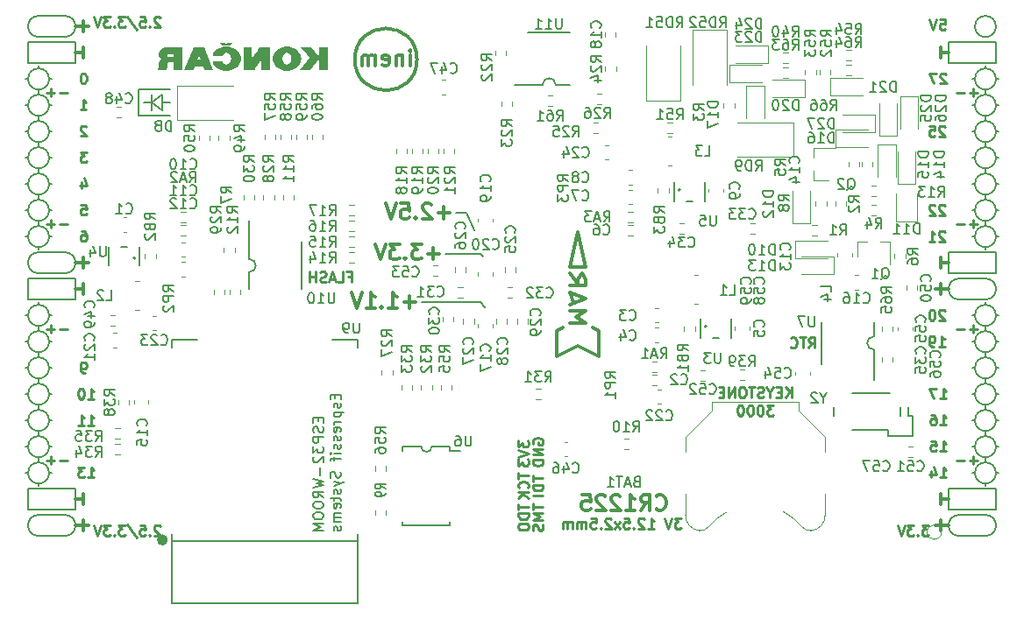
<source format=gbo>
G04 #@! TF.GenerationSoftware,KiCad,Pcbnew,5.0.0-rc2+dfsg1-3*
G04 #@! TF.CreationDate,2018-07-06T00:31:47+02:00*
G04 #@! TF.ProjectId,ulx3s,756C7833732E6B696361645F70636200,rev?*
G04 #@! TF.SameCoordinates,Original*
G04 #@! TF.FileFunction,Legend,Bot*
G04 #@! TF.FilePolarity,Positive*
%FSLAX46Y46*%
G04 Gerber Fmt 4.6, Leading zero omitted, Abs format (unit mm)*
G04 Created by KiCad (PCBNEW 5.0.0-rc2+dfsg1-3) date Fri Jul  6 00:31:47 2018*
%MOMM*%
%LPD*%
G01*
G04 APERTURE LIST*
%ADD10C,0.200000*%
%ADD11C,0.250000*%
%ADD12C,0.300000*%
%ADD13C,0.120000*%
%ADD14C,0.150000*%
%ADD15C,0.500000*%
%ADD16C,0.100000*%
G04 APERTURE END LIST*
D10*
X136660000Y-80742000D02*
X135644000Y-80742000D01*
X137422000Y-82393000D02*
X136660000Y-80742000D01*
X138057000Y-84679000D02*
X134628000Y-84679000D01*
X138311000Y-84933000D02*
X138057000Y-84679000D01*
X138057000Y-89378000D02*
X138438000Y-89886000D01*
X132342000Y-89378000D02*
X138057000Y-89378000D01*
D11*
X99893476Y-96180380D02*
X99703000Y-96180380D01*
X99607761Y-96132761D01*
X99560142Y-96085142D01*
X99464904Y-95942285D01*
X99417285Y-95751809D01*
X99417285Y-95370857D01*
X99464904Y-95275619D01*
X99512523Y-95228000D01*
X99607761Y-95180380D01*
X99798238Y-95180380D01*
X99893476Y-95228000D01*
X99941095Y-95275619D01*
X99988714Y-95370857D01*
X99988714Y-95608952D01*
X99941095Y-95704190D01*
X99893476Y-95751809D01*
X99798238Y-95799428D01*
X99607761Y-95799428D01*
X99512523Y-95751809D01*
X99464904Y-95704190D01*
X99417285Y-95608952D01*
X100147476Y-101260380D02*
X100718904Y-101260380D01*
X100433190Y-101260380D02*
X100433190Y-100260380D01*
X100528428Y-100403238D01*
X100623666Y-100498476D01*
X100718904Y-100546095D01*
X99195095Y-101260380D02*
X99766523Y-101260380D01*
X99480809Y-101260380D02*
X99480809Y-100260380D01*
X99576047Y-100403238D01*
X99671285Y-100498476D01*
X99766523Y-100546095D01*
D10*
X105037000Y-68804000D02*
X108085000Y-68804000D01*
X105037000Y-71344000D02*
X105037000Y-68804000D01*
X108085000Y-71344000D02*
X105037000Y-71344000D01*
X107323000Y-70074000D02*
X108085000Y-70074000D01*
X106307000Y-70074000D02*
X105545000Y-70074000D01*
X106307000Y-70836000D02*
X106307000Y-70074000D01*
X106307000Y-69312000D02*
X106307000Y-70836000D01*
X107323000Y-69312000D02*
X107323000Y-70836000D01*
X106307000Y-70074000D02*
X107323000Y-69312000D01*
X107323000Y-70836000D02*
X106307000Y-70074000D01*
D11*
X182887904Y-72415619D02*
X182840285Y-72368000D01*
X182745047Y-72320380D01*
X182506952Y-72320380D01*
X182411714Y-72368000D01*
X182364095Y-72415619D01*
X182316476Y-72510857D01*
X182316476Y-72606095D01*
X182364095Y-72748952D01*
X182935523Y-73320380D01*
X182316476Y-73320380D01*
X181411714Y-72320380D02*
X181887904Y-72320380D01*
X181935523Y-72796571D01*
X181887904Y-72748952D01*
X181792666Y-72701333D01*
X181554571Y-72701333D01*
X181459333Y-72748952D01*
X181411714Y-72796571D01*
X181364095Y-72891809D01*
X181364095Y-73129904D01*
X181411714Y-73225142D01*
X181459333Y-73272761D01*
X181554571Y-73320380D01*
X181792666Y-73320380D01*
X181887904Y-73272761D01*
X181935523Y-73225142D01*
X182887904Y-80035619D02*
X182840285Y-79988000D01*
X182745047Y-79940380D01*
X182506952Y-79940380D01*
X182411714Y-79988000D01*
X182364095Y-80035619D01*
X182316476Y-80130857D01*
X182316476Y-80226095D01*
X182364095Y-80368952D01*
X182935523Y-80940380D01*
X182316476Y-80940380D01*
X181935523Y-80035619D02*
X181887904Y-79988000D01*
X181792666Y-79940380D01*
X181554571Y-79940380D01*
X181459333Y-79988000D01*
X181411714Y-80035619D01*
X181364095Y-80130857D01*
X181364095Y-80226095D01*
X181411714Y-80368952D01*
X181983142Y-80940380D01*
X181364095Y-80940380D01*
X182887904Y-82575619D02*
X182840285Y-82528000D01*
X182745047Y-82480380D01*
X182506952Y-82480380D01*
X182411714Y-82528000D01*
X182364095Y-82575619D01*
X182316476Y-82670857D01*
X182316476Y-82766095D01*
X182364095Y-82908952D01*
X182935523Y-83480380D01*
X182316476Y-83480380D01*
X181364095Y-83480380D02*
X181935523Y-83480380D01*
X181649809Y-83480380D02*
X181649809Y-82480380D01*
X181745047Y-82623238D01*
X181840285Y-82718476D01*
X181935523Y-82766095D01*
X182887904Y-90195619D02*
X182840285Y-90148000D01*
X182745047Y-90100380D01*
X182506952Y-90100380D01*
X182411714Y-90148000D01*
X182364095Y-90195619D01*
X182316476Y-90290857D01*
X182316476Y-90386095D01*
X182364095Y-90528952D01*
X182935523Y-91100380D01*
X182316476Y-91100380D01*
X181697428Y-90100380D02*
X181602190Y-90100380D01*
X181506952Y-90148000D01*
X181459333Y-90195619D01*
X181411714Y-90290857D01*
X181364095Y-90481333D01*
X181364095Y-90719428D01*
X181411714Y-90909904D01*
X181459333Y-91005142D01*
X181506952Y-91052761D01*
X181602190Y-91100380D01*
X181697428Y-91100380D01*
X181792666Y-91052761D01*
X181840285Y-91005142D01*
X181887904Y-90909904D01*
X181935523Y-90719428D01*
X181935523Y-90481333D01*
X181887904Y-90290857D01*
X181840285Y-90195619D01*
X181792666Y-90148000D01*
X181697428Y-90100380D01*
X182316476Y-93640380D02*
X182887904Y-93640380D01*
X182602190Y-93640380D02*
X182602190Y-92640380D01*
X182697428Y-92783238D01*
X182792666Y-92878476D01*
X182887904Y-92926095D01*
X181840285Y-93640380D02*
X181649809Y-93640380D01*
X181554571Y-93592761D01*
X181506952Y-93545142D01*
X181411714Y-93402285D01*
X181364095Y-93211809D01*
X181364095Y-92830857D01*
X181411714Y-92735619D01*
X181459333Y-92688000D01*
X181554571Y-92640380D01*
X181745047Y-92640380D01*
X181840285Y-92688000D01*
X181887904Y-92735619D01*
X181935523Y-92830857D01*
X181935523Y-93068952D01*
X181887904Y-93164190D01*
X181840285Y-93211809D01*
X181745047Y-93259428D01*
X181554571Y-93259428D01*
X181459333Y-93211809D01*
X181411714Y-93164190D01*
X181364095Y-93068952D01*
X125269476Y-86893571D02*
X125602809Y-86893571D01*
X125602809Y-87417380D02*
X125602809Y-86417380D01*
X125126619Y-86417380D01*
X124269476Y-87417380D02*
X124745666Y-87417380D01*
X124745666Y-86417380D01*
X123983761Y-87131666D02*
X123507571Y-87131666D01*
X124079000Y-87417380D02*
X123745666Y-86417380D01*
X123412333Y-87417380D01*
X123126619Y-87369761D02*
X122983761Y-87417380D01*
X122745666Y-87417380D01*
X122650428Y-87369761D01*
X122602809Y-87322142D01*
X122555190Y-87226904D01*
X122555190Y-87131666D01*
X122602809Y-87036428D01*
X122650428Y-86988809D01*
X122745666Y-86941190D01*
X122936142Y-86893571D01*
X123031380Y-86845952D01*
X123079000Y-86798333D01*
X123126619Y-86703095D01*
X123126619Y-86607857D01*
X123079000Y-86512619D01*
X123031380Y-86465000D01*
X122936142Y-86417380D01*
X122698047Y-86417380D01*
X122555190Y-86465000D01*
X122126619Y-87417380D02*
X122126619Y-86417380D01*
X122126619Y-86893571D02*
X121555190Y-86893571D01*
X121555190Y-87417380D02*
X121555190Y-86417380D01*
X157418095Y-110252380D02*
X156799047Y-110252380D01*
X157132380Y-110633333D01*
X156989523Y-110633333D01*
X156894285Y-110680952D01*
X156846666Y-110728571D01*
X156799047Y-110823809D01*
X156799047Y-111061904D01*
X156846666Y-111157142D01*
X156894285Y-111204761D01*
X156989523Y-111252380D01*
X157275238Y-111252380D01*
X157370476Y-111204761D01*
X157418095Y-111157142D01*
X156513333Y-110252380D02*
X156180000Y-111252380D01*
X155846666Y-110252380D01*
X154227619Y-111252380D02*
X154799047Y-111252380D01*
X154513333Y-111252380D02*
X154513333Y-110252380D01*
X154608571Y-110395238D01*
X154703809Y-110490476D01*
X154799047Y-110538095D01*
X153846666Y-110347619D02*
X153799047Y-110300000D01*
X153703809Y-110252380D01*
X153465714Y-110252380D01*
X153370476Y-110300000D01*
X153322857Y-110347619D01*
X153275238Y-110442857D01*
X153275238Y-110538095D01*
X153322857Y-110680952D01*
X153894285Y-111252380D01*
X153275238Y-111252380D01*
X152846666Y-111157142D02*
X152799047Y-111204761D01*
X152846666Y-111252380D01*
X152894285Y-111204761D01*
X152846666Y-111157142D01*
X152846666Y-111252380D01*
X151894285Y-110252380D02*
X152370476Y-110252380D01*
X152418095Y-110728571D01*
X152370476Y-110680952D01*
X152275238Y-110633333D01*
X152037142Y-110633333D01*
X151941904Y-110680952D01*
X151894285Y-110728571D01*
X151846666Y-110823809D01*
X151846666Y-111061904D01*
X151894285Y-111157142D01*
X151941904Y-111204761D01*
X152037142Y-111252380D01*
X152275238Y-111252380D01*
X152370476Y-111204761D01*
X152418095Y-111157142D01*
X151513333Y-111252380D02*
X150989523Y-110585714D01*
X151513333Y-110585714D02*
X150989523Y-111252380D01*
X150656190Y-110347619D02*
X150608571Y-110300000D01*
X150513333Y-110252380D01*
X150275238Y-110252380D01*
X150180000Y-110300000D01*
X150132380Y-110347619D01*
X150084761Y-110442857D01*
X150084761Y-110538095D01*
X150132380Y-110680952D01*
X150703809Y-111252380D01*
X150084761Y-111252380D01*
X149656190Y-111157142D02*
X149608571Y-111204761D01*
X149656190Y-111252380D01*
X149703809Y-111204761D01*
X149656190Y-111157142D01*
X149656190Y-111252380D01*
X148703809Y-110252380D02*
X149180000Y-110252380D01*
X149227619Y-110728571D01*
X149180000Y-110680952D01*
X149084761Y-110633333D01*
X148846666Y-110633333D01*
X148751428Y-110680952D01*
X148703809Y-110728571D01*
X148656190Y-110823809D01*
X148656190Y-111061904D01*
X148703809Y-111157142D01*
X148751428Y-111204761D01*
X148846666Y-111252380D01*
X149084761Y-111252380D01*
X149180000Y-111204761D01*
X149227619Y-111157142D01*
X148227619Y-111252380D02*
X148227619Y-110585714D01*
X148227619Y-110680952D02*
X148180000Y-110633333D01*
X148084761Y-110585714D01*
X147941904Y-110585714D01*
X147846666Y-110633333D01*
X147799047Y-110728571D01*
X147799047Y-111252380D01*
X147799047Y-110728571D02*
X147751428Y-110633333D01*
X147656190Y-110585714D01*
X147513333Y-110585714D01*
X147418095Y-110633333D01*
X147370476Y-110728571D01*
X147370476Y-111252380D01*
X146894285Y-111252380D02*
X146894285Y-110585714D01*
X146894285Y-110680952D02*
X146846666Y-110633333D01*
X146751428Y-110585714D01*
X146608571Y-110585714D01*
X146513333Y-110633333D01*
X146465714Y-110728571D01*
X146465714Y-111252380D01*
X146465714Y-110728571D02*
X146418095Y-110633333D01*
X146322857Y-110585714D01*
X146180000Y-110585714D01*
X146084761Y-110633333D01*
X146037142Y-110728571D01*
X146037142Y-111252380D01*
X168085000Y-98577380D02*
X168085000Y-97577380D01*
X167513571Y-98577380D02*
X167942142Y-98005952D01*
X167513571Y-97577380D02*
X168085000Y-98148809D01*
X167085000Y-98053571D02*
X166751666Y-98053571D01*
X166608809Y-98577380D02*
X167085000Y-98577380D01*
X167085000Y-97577380D01*
X166608809Y-97577380D01*
X165989761Y-98101190D02*
X165989761Y-98577380D01*
X166323095Y-97577380D02*
X165989761Y-98101190D01*
X165656428Y-97577380D01*
X165370714Y-98529761D02*
X165227857Y-98577380D01*
X164989761Y-98577380D01*
X164894523Y-98529761D01*
X164846904Y-98482142D01*
X164799285Y-98386904D01*
X164799285Y-98291666D01*
X164846904Y-98196428D01*
X164894523Y-98148809D01*
X164989761Y-98101190D01*
X165180238Y-98053571D01*
X165275476Y-98005952D01*
X165323095Y-97958333D01*
X165370714Y-97863095D01*
X165370714Y-97767857D01*
X165323095Y-97672619D01*
X165275476Y-97625000D01*
X165180238Y-97577380D01*
X164942142Y-97577380D01*
X164799285Y-97625000D01*
X164513571Y-97577380D02*
X163942142Y-97577380D01*
X164227857Y-98577380D02*
X164227857Y-97577380D01*
X163418333Y-97577380D02*
X163227857Y-97577380D01*
X163132619Y-97625000D01*
X163037380Y-97720238D01*
X162989761Y-97910714D01*
X162989761Y-98244047D01*
X163037380Y-98434523D01*
X163132619Y-98529761D01*
X163227857Y-98577380D01*
X163418333Y-98577380D01*
X163513571Y-98529761D01*
X163608809Y-98434523D01*
X163656428Y-98244047D01*
X163656428Y-97910714D01*
X163608809Y-97720238D01*
X163513571Y-97625000D01*
X163418333Y-97577380D01*
X162561190Y-98577380D02*
X162561190Y-97577380D01*
X161989761Y-98577380D01*
X161989761Y-97577380D01*
X161513571Y-98053571D02*
X161180238Y-98053571D01*
X161037380Y-98577380D02*
X161513571Y-98577380D01*
X161513571Y-97577380D01*
X161037380Y-97577380D01*
X166346904Y-99327380D02*
X165727857Y-99327380D01*
X166061190Y-99708333D01*
X165918333Y-99708333D01*
X165823095Y-99755952D01*
X165775476Y-99803571D01*
X165727857Y-99898809D01*
X165727857Y-100136904D01*
X165775476Y-100232142D01*
X165823095Y-100279761D01*
X165918333Y-100327380D01*
X166204047Y-100327380D01*
X166299285Y-100279761D01*
X166346904Y-100232142D01*
X165108809Y-99327380D02*
X165013571Y-99327380D01*
X164918333Y-99375000D01*
X164870714Y-99422619D01*
X164823095Y-99517857D01*
X164775476Y-99708333D01*
X164775476Y-99946428D01*
X164823095Y-100136904D01*
X164870714Y-100232142D01*
X164918333Y-100279761D01*
X165013571Y-100327380D01*
X165108809Y-100327380D01*
X165204047Y-100279761D01*
X165251666Y-100232142D01*
X165299285Y-100136904D01*
X165346904Y-99946428D01*
X165346904Y-99708333D01*
X165299285Y-99517857D01*
X165251666Y-99422619D01*
X165204047Y-99375000D01*
X165108809Y-99327380D01*
X164156428Y-99327380D02*
X164061190Y-99327380D01*
X163965952Y-99375000D01*
X163918333Y-99422619D01*
X163870714Y-99517857D01*
X163823095Y-99708333D01*
X163823095Y-99946428D01*
X163870714Y-100136904D01*
X163918333Y-100232142D01*
X163965952Y-100279761D01*
X164061190Y-100327380D01*
X164156428Y-100327380D01*
X164251666Y-100279761D01*
X164299285Y-100232142D01*
X164346904Y-100136904D01*
X164394523Y-99946428D01*
X164394523Y-99708333D01*
X164346904Y-99517857D01*
X164299285Y-99422619D01*
X164251666Y-99375000D01*
X164156428Y-99327380D01*
X163204047Y-99327380D02*
X163108809Y-99327380D01*
X163013571Y-99375000D01*
X162965952Y-99422619D01*
X162918333Y-99517857D01*
X162870714Y-99708333D01*
X162870714Y-99946428D01*
X162918333Y-100136904D01*
X162965952Y-100232142D01*
X163013571Y-100279761D01*
X163108809Y-100327380D01*
X163204047Y-100327380D01*
X163299285Y-100279761D01*
X163346904Y-100232142D01*
X163394523Y-100136904D01*
X163442142Y-99946428D01*
X163442142Y-99708333D01*
X163394523Y-99517857D01*
X163346904Y-99422619D01*
X163299285Y-99375000D01*
X163204047Y-99327380D01*
D12*
X182492000Y-87582000D02*
X182492000Y-88598000D01*
X183254000Y-88090000D02*
X181984000Y-88090000D01*
X182492000Y-110442000D02*
X182492000Y-111458000D01*
X183254000Y-110950000D02*
X181984000Y-110950000D01*
X99688000Y-62182000D02*
X99688000Y-63198000D01*
X98926000Y-62690000D02*
X100196000Y-62690000D01*
X99688000Y-110442000D02*
X99688000Y-111458000D01*
X98926000Y-110950000D02*
X100196000Y-110950000D01*
X99688000Y-85042000D02*
X99688000Y-86058000D01*
X98926000Y-85550000D02*
X100196000Y-85550000D01*
D10*
X187826000Y-62690000D02*
G75*
G03X187826000Y-62690000I-1016000J0D01*
G01*
X184270000Y-87074000D02*
X186810000Y-87074000D01*
X184270000Y-89106000D02*
X186810000Y-89106000D01*
X184270000Y-87074000D02*
G75*
G03X184270000Y-89106000I0J-1016000D01*
G01*
X186810000Y-89106000D02*
G75*
G03X186810000Y-87074000I0J1016000D01*
G01*
X184270000Y-111966000D02*
X186810000Y-111966000D01*
X184270000Y-109934000D02*
X186810000Y-109934000D01*
X184270000Y-109934000D02*
G75*
G03X184270000Y-111966000I0J-1016000D01*
G01*
X186810000Y-111966000D02*
G75*
G03X186810000Y-109934000I0J1016000D01*
G01*
X97910000Y-63706000D02*
G75*
G03X97910000Y-61674000I0J1016000D01*
G01*
X95370000Y-61674000D02*
X97910000Y-61674000D01*
X95370000Y-63706000D02*
X97910000Y-63706000D01*
X95370000Y-61674000D02*
G75*
G03X95370000Y-63706000I0J-1016000D01*
G01*
X95370000Y-86566000D02*
X97910000Y-86566000D01*
X95370000Y-84534000D02*
X97910000Y-84534000D01*
X95370000Y-84534000D02*
G75*
G03X95370000Y-86566000I0J-1016000D01*
G01*
X97910000Y-86566000D02*
G75*
G03X97910000Y-84534000I0J1016000D01*
G01*
X95370000Y-111966000D02*
X97910000Y-111966000D01*
X95370000Y-109934000D02*
X97910000Y-109934000D01*
X95370000Y-109934000D02*
G75*
G03X95370000Y-111966000I0J-1016000D01*
G01*
X97910000Y-111966000D02*
G75*
G03X97910000Y-109934000I0J1016000D01*
G01*
X98926000Y-107394000D02*
X94354000Y-107394000D01*
X98926000Y-109426000D02*
X98926000Y-107394000D01*
X94354000Y-109426000D02*
X98926000Y-109426000D01*
X94354000Y-107394000D02*
X94354000Y-109426000D01*
X187826000Y-107394000D02*
X183254000Y-107394000D01*
X187826000Y-109426000D02*
X187826000Y-107394000D01*
X183254000Y-109426000D02*
X187826000Y-109426000D01*
X183254000Y-107394000D02*
X183254000Y-109426000D01*
X187826000Y-84534000D02*
X183254000Y-84534000D01*
X187826000Y-86566000D02*
X187826000Y-84534000D01*
X183254000Y-86566000D02*
X187826000Y-86566000D01*
X183254000Y-84534000D02*
X183254000Y-86566000D01*
X187826000Y-64214000D02*
X183254000Y-64214000D01*
X187826000Y-66246000D02*
X187826000Y-64214000D01*
X183254000Y-66246000D02*
X187826000Y-66246000D01*
X183254000Y-64214000D02*
X183254000Y-66246000D01*
X98926000Y-64214000D02*
X94354000Y-64214000D01*
X98926000Y-66246000D02*
X98926000Y-64214000D01*
X94354000Y-66246000D02*
X98926000Y-66246000D01*
X94354000Y-64214000D02*
X94354000Y-66246000D01*
X98926000Y-87074000D02*
X94354000Y-87074000D01*
X98926000Y-89106000D02*
X98926000Y-87074000D01*
X94354000Y-89106000D02*
X98926000Y-89106000D01*
X94354000Y-87074000D02*
X94354000Y-89106000D01*
D11*
X186032000Y-91971428D02*
X185270095Y-91971428D01*
X185651047Y-92352380D02*
X185651047Y-91590476D01*
X184793904Y-91971428D02*
X184032000Y-91971428D01*
X186032000Y-69111428D02*
X185270095Y-69111428D01*
X185651047Y-69492380D02*
X185651047Y-68730476D01*
X184793904Y-69111428D02*
X184032000Y-69111428D01*
X186032000Y-81811428D02*
X185270095Y-81811428D01*
X185651047Y-82192380D02*
X185651047Y-81430476D01*
X184793904Y-81811428D02*
X184032000Y-81811428D01*
X186032000Y-104671428D02*
X185270095Y-104671428D01*
X185651047Y-105052380D02*
X185651047Y-104290476D01*
X184793904Y-104671428D02*
X184032000Y-104671428D01*
X98148000Y-104671428D02*
X97386095Y-104671428D01*
X96909904Y-104671428D02*
X96148000Y-104671428D01*
X96528952Y-105052380D02*
X96528952Y-104290476D01*
X98148000Y-91971428D02*
X97386095Y-91971428D01*
X96909904Y-91971428D02*
X96148000Y-91971428D01*
X96528952Y-92352380D02*
X96528952Y-91590476D01*
X98148000Y-81811428D02*
X97386095Y-81811428D01*
X96909904Y-81811428D02*
X96148000Y-81811428D01*
X96528952Y-82192380D02*
X96528952Y-81430476D01*
X98148000Y-69111428D02*
X97386095Y-69111428D01*
X96909904Y-69111428D02*
X96148000Y-69111428D01*
X96528952Y-69492380D02*
X96528952Y-68730476D01*
D12*
X182492000Y-107902000D02*
X182492000Y-108918000D01*
X183254000Y-108410000D02*
X182492000Y-108410000D01*
D10*
X95370000Y-96726000D02*
X95370000Y-97234000D01*
X96386000Y-95710000D02*
X96640000Y-95710000D01*
X94354000Y-95710000D02*
X94100000Y-95710000D01*
X187826000Y-98250000D02*
X188080000Y-98250000D01*
X187826000Y-83010000D02*
X188080000Y-83010000D01*
X95370000Y-107140000D02*
X95370000Y-106886000D01*
X96386000Y-105870000D02*
X96640000Y-105870000D01*
X94354000Y-105870000D02*
X94100000Y-105870000D01*
X94354000Y-103330000D02*
X94100000Y-103330000D01*
X95370000Y-104346000D02*
X95370000Y-104854000D01*
X96386000Y-103330000D02*
X96640000Y-103330000D01*
X94354000Y-100790000D02*
X94100000Y-100790000D01*
X95370000Y-102314000D02*
X95370000Y-101806000D01*
X96386000Y-100790000D02*
X96640000Y-100790000D01*
X95370000Y-99266000D02*
X95370000Y-99774000D01*
X94354000Y-98250000D02*
X94100000Y-98250000D01*
X96386000Y-98250000D02*
X96640000Y-98250000D01*
X95370000Y-94186000D02*
X95370000Y-94694000D01*
X96386000Y-93170000D02*
X96640000Y-93170000D01*
X94354000Y-93170000D02*
X94100000Y-93170000D01*
X94354000Y-90630000D02*
X94100000Y-90630000D01*
X95370000Y-91646000D02*
X95370000Y-92154000D01*
X96640000Y-90630000D02*
X96386000Y-90630000D01*
X95370000Y-89360000D02*
X95370000Y-89614000D01*
X94354000Y-83010000D02*
X94100000Y-83010000D01*
X95370000Y-84280000D02*
X95370000Y-84026000D01*
X96386000Y-83010000D02*
X96640000Y-83010000D01*
X95370000Y-81486000D02*
X95370000Y-81994000D01*
X94354000Y-80470000D02*
X94100000Y-80470000D01*
X96640000Y-80470000D02*
X96386000Y-80470000D01*
X95370000Y-78946000D02*
X95370000Y-79454000D01*
X96386000Y-77930000D02*
X96640000Y-77930000D01*
X94354000Y-77930000D02*
X94100000Y-77930000D01*
X95370000Y-76406000D02*
X95370000Y-76914000D01*
X94354000Y-75390000D02*
X94100000Y-75390000D01*
X96386000Y-75390000D02*
X96640000Y-75390000D01*
X95370000Y-73866000D02*
X95370000Y-74374000D01*
X96386000Y-72850000D02*
X96640000Y-72850000D01*
X94100000Y-72850000D02*
X94354000Y-72850000D01*
X94354000Y-70310000D02*
X94100000Y-70310000D01*
X96640000Y-70310000D02*
X96386000Y-70310000D01*
X95370000Y-71326000D02*
X95370000Y-71834000D01*
X95370000Y-68786000D02*
X95370000Y-69294000D01*
X96386000Y-67770000D02*
X96640000Y-67770000D01*
X94354000Y-67770000D02*
X94100000Y-67770000D01*
X95370000Y-66500000D02*
X95370000Y-66754000D01*
X187826000Y-105870000D02*
X188080000Y-105870000D01*
X186810000Y-107140000D02*
X186810000Y-106886000D01*
X185540000Y-105870000D02*
X185794000Y-105870000D01*
X186810000Y-104346000D02*
X186810000Y-104854000D01*
X187826000Y-103330000D02*
X188080000Y-103330000D01*
X185540000Y-103330000D02*
X185794000Y-103330000D01*
X186810000Y-101806000D02*
X186810000Y-102314000D01*
X187826000Y-100790000D02*
X188080000Y-100790000D01*
X185540000Y-100790000D02*
X185794000Y-100790000D01*
X186810000Y-99266000D02*
X186810000Y-99774000D01*
X185540000Y-98250000D02*
X185794000Y-98250000D01*
X186810000Y-97234000D02*
X186810000Y-96726000D01*
X187826000Y-95710000D02*
X188080000Y-95710000D01*
X185540000Y-95710000D02*
X185794000Y-95710000D01*
X186810000Y-94694000D02*
X186810000Y-94186000D01*
X187826000Y-93170000D02*
X188080000Y-93170000D01*
X185540000Y-93170000D02*
X185794000Y-93170000D01*
X186810000Y-92154000D02*
X186810000Y-91646000D01*
X187826000Y-90630000D02*
X188080000Y-90630000D01*
X185540000Y-90630000D02*
X185794000Y-90630000D01*
X186810000Y-89360000D02*
X186810000Y-89614000D01*
X186810000Y-84280000D02*
X186810000Y-84026000D01*
X185540000Y-83010000D02*
X185794000Y-83010000D01*
X186810000Y-81994000D02*
X186810000Y-81486000D01*
X185794000Y-80470000D02*
X185540000Y-80470000D01*
X187826000Y-80470000D02*
X188080000Y-80470000D01*
X186810000Y-78946000D02*
X186810000Y-79454000D01*
X185794000Y-77930000D02*
X185540000Y-77930000D01*
X187826000Y-77930000D02*
X188080000Y-77930000D01*
X186810000Y-76406000D02*
X186810000Y-76914000D01*
X186810000Y-73866000D02*
X186810000Y-74374000D01*
X185794000Y-75390000D02*
X185540000Y-75390000D01*
X187826000Y-75390000D02*
X188080000Y-75390000D01*
X187826000Y-72850000D02*
X188080000Y-72850000D01*
X185540000Y-72850000D02*
X185794000Y-72850000D01*
X186810000Y-71834000D02*
X186810000Y-71326000D01*
X187826000Y-70310000D02*
X188080000Y-70310000D01*
X185540000Y-70310000D02*
X185794000Y-70310000D01*
X187826000Y-67770000D02*
X188080000Y-67770000D01*
X186810000Y-68786000D02*
X186810000Y-69294000D01*
X185540000Y-67770000D02*
X185794000Y-67770000D01*
X186810000Y-66500000D02*
X186810000Y-66754000D01*
X187826000Y-67770000D02*
G75*
G03X187826000Y-67770000I-1016000J0D01*
G01*
X187826000Y-70310000D02*
G75*
G03X187826000Y-70310000I-1016000J0D01*
G01*
X187826000Y-72850000D02*
G75*
G03X187826000Y-72850000I-1016000J0D01*
G01*
X187826000Y-75390000D02*
G75*
G03X187826000Y-75390000I-1016000J0D01*
G01*
X187826000Y-77930000D02*
G75*
G03X187826000Y-77930000I-1016000J0D01*
G01*
X187826000Y-80470000D02*
G75*
G03X187826000Y-80470000I-1016000J0D01*
G01*
X187826000Y-83010000D02*
G75*
G03X187826000Y-83010000I-1016000J0D01*
G01*
X187826000Y-90630000D02*
G75*
G03X187826000Y-90630000I-1016000J0D01*
G01*
X187826000Y-93170000D02*
G75*
G03X187826000Y-93170000I-1016000J0D01*
G01*
X187826000Y-95710000D02*
G75*
G03X187826000Y-95710000I-1016000J0D01*
G01*
X187826000Y-98250000D02*
G75*
G03X187826000Y-98250000I-1016000J0D01*
G01*
X187826000Y-100790000D02*
G75*
G03X187826000Y-100790000I-1016000J0D01*
G01*
X187826000Y-103330000D02*
G75*
G03X187826000Y-103330000I-1016000J0D01*
G01*
X187826000Y-105870000D02*
G75*
G03X187826000Y-105870000I-1016000J0D01*
G01*
X96386000Y-105870000D02*
G75*
G03X96386000Y-105870000I-1016000J0D01*
G01*
X96386000Y-103330000D02*
G75*
G03X96386000Y-103330000I-1016000J0D01*
G01*
X96386000Y-100790000D02*
G75*
G03X96386000Y-100790000I-1016000J0D01*
G01*
X96386000Y-98250000D02*
G75*
G03X96386000Y-98250000I-1016000J0D01*
G01*
X96386000Y-95710000D02*
G75*
G03X96386000Y-95710000I-1016000J0D01*
G01*
X96386000Y-93170000D02*
G75*
G03X96386000Y-93170000I-1016000J0D01*
G01*
X96386000Y-90630000D02*
G75*
G03X96386000Y-90630000I-1016000J0D01*
G01*
X96386000Y-83010000D02*
G75*
G03X96386000Y-83010000I-1016000J0D01*
G01*
X96386000Y-80470000D02*
G75*
G03X96386000Y-80470000I-1016000J0D01*
G01*
X96386000Y-77930000D02*
G75*
G03X96386000Y-77930000I-1016000J0D01*
G01*
X96386000Y-75390000D02*
G75*
G03X96386000Y-75390000I-1016000J0D01*
G01*
X96386000Y-72850000D02*
G75*
G03X96386000Y-72850000I-1016000J0D01*
G01*
X96386000Y-70310000D02*
G75*
G03X96386000Y-70310000I-1016000J0D01*
G01*
X96386000Y-67770000D02*
G75*
G03X96386000Y-67770000I-1016000J0D01*
G01*
D11*
X182428476Y-62015380D02*
X182904666Y-62015380D01*
X182952285Y-62491571D01*
X182904666Y-62443952D01*
X182809428Y-62396333D01*
X182571333Y-62396333D01*
X182476095Y-62443952D01*
X182428476Y-62491571D01*
X182380857Y-62586809D01*
X182380857Y-62824904D01*
X182428476Y-62920142D01*
X182476095Y-62967761D01*
X182571333Y-63015380D01*
X182809428Y-63015380D01*
X182904666Y-62967761D01*
X182952285Y-62920142D01*
X182095142Y-62015380D02*
X181761809Y-63015380D01*
X181428476Y-62015380D01*
D12*
X182492000Y-64722000D02*
X182492000Y-65738000D01*
X183254000Y-65230000D02*
X182492000Y-65230000D01*
D11*
X182999904Y-67317619D02*
X182952285Y-67270000D01*
X182857047Y-67222380D01*
X182618952Y-67222380D01*
X182523714Y-67270000D01*
X182476095Y-67317619D01*
X182428476Y-67412857D01*
X182428476Y-67508095D01*
X182476095Y-67650952D01*
X183047523Y-68222380D01*
X182428476Y-68222380D01*
X182095142Y-67222380D02*
X181428476Y-67222380D01*
X181857047Y-68222380D01*
D12*
X182492000Y-85042000D02*
X182492000Y-86058000D01*
X183254000Y-85550000D02*
X182492000Y-85550000D01*
D11*
X182428476Y-98702380D02*
X182999904Y-98702380D01*
X182714190Y-98702380D02*
X182714190Y-97702380D01*
X182809428Y-97845238D01*
X182904666Y-97940476D01*
X182999904Y-97988095D01*
X182095142Y-97702380D02*
X181428476Y-97702380D01*
X181857047Y-98702380D01*
X182428476Y-101242380D02*
X182999904Y-101242380D01*
X182714190Y-101242380D02*
X182714190Y-100242380D01*
X182809428Y-100385238D01*
X182904666Y-100480476D01*
X182999904Y-100528095D01*
X181571333Y-100242380D02*
X181761809Y-100242380D01*
X181857047Y-100290000D01*
X181904666Y-100337619D01*
X181999904Y-100480476D01*
X182047523Y-100670952D01*
X182047523Y-101051904D01*
X181999904Y-101147142D01*
X181952285Y-101194761D01*
X181857047Y-101242380D01*
X181666571Y-101242380D01*
X181571333Y-101194761D01*
X181523714Y-101147142D01*
X181476095Y-101051904D01*
X181476095Y-100813809D01*
X181523714Y-100718571D01*
X181571333Y-100670952D01*
X181666571Y-100623333D01*
X181857047Y-100623333D01*
X181952285Y-100670952D01*
X181999904Y-100718571D01*
X182047523Y-100813809D01*
X182428476Y-103782380D02*
X182999904Y-103782380D01*
X182714190Y-103782380D02*
X182714190Y-102782380D01*
X182809428Y-102925238D01*
X182904666Y-103020476D01*
X182999904Y-103068095D01*
X181523714Y-102782380D02*
X181999904Y-102782380D01*
X182047523Y-103258571D01*
X181999904Y-103210952D01*
X181904666Y-103163333D01*
X181666571Y-103163333D01*
X181571333Y-103210952D01*
X181523714Y-103258571D01*
X181476095Y-103353809D01*
X181476095Y-103591904D01*
X181523714Y-103687142D01*
X181571333Y-103734761D01*
X181666571Y-103782380D01*
X181904666Y-103782380D01*
X181999904Y-103734761D01*
X182047523Y-103687142D01*
X182428476Y-106322380D02*
X182999904Y-106322380D01*
X182714190Y-106322380D02*
X182714190Y-105322380D01*
X182809428Y-105465238D01*
X182904666Y-105560476D01*
X182999904Y-105608095D01*
X181571333Y-105655714D02*
X181571333Y-106322380D01*
X181809428Y-105274761D02*
X182047523Y-105989047D01*
X181428476Y-105989047D01*
X181312642Y-110928380D02*
X180693595Y-110928380D01*
X181026928Y-111309333D01*
X180884071Y-111309333D01*
X180788833Y-111356952D01*
X180741214Y-111404571D01*
X180693595Y-111499809D01*
X180693595Y-111737904D01*
X180741214Y-111833142D01*
X180788833Y-111880761D01*
X180884071Y-111928380D01*
X181169785Y-111928380D01*
X181265023Y-111880761D01*
X181312642Y-111833142D01*
X180265023Y-111833142D02*
X180217404Y-111880761D01*
X180265023Y-111928380D01*
X180312642Y-111880761D01*
X180265023Y-111833142D01*
X180265023Y-111928380D01*
X179884071Y-110928380D02*
X179265023Y-110928380D01*
X179598357Y-111309333D01*
X179455500Y-111309333D01*
X179360261Y-111356952D01*
X179312642Y-111404571D01*
X179265023Y-111499809D01*
X179265023Y-111737904D01*
X179312642Y-111833142D01*
X179360261Y-111880761D01*
X179455500Y-111928380D01*
X179741214Y-111928380D01*
X179836452Y-111880761D01*
X179884071Y-111833142D01*
X178979309Y-110928380D02*
X178645976Y-111928380D01*
X178312642Y-110928380D01*
D12*
X99688000Y-108918000D02*
X99688000Y-107902000D01*
X98926000Y-108410000D02*
X99688000Y-108410000D01*
X99688000Y-88598000D02*
X99688000Y-87582000D01*
X98926000Y-88090000D02*
X99688000Y-88090000D01*
X99688000Y-64722000D02*
X99688000Y-65738000D01*
X98926000Y-65230000D02*
X99688000Y-65230000D01*
D11*
X107103690Y-111023619D02*
X107056071Y-110976000D01*
X106960833Y-110928380D01*
X106722738Y-110928380D01*
X106627500Y-110976000D01*
X106579880Y-111023619D01*
X106532261Y-111118857D01*
X106532261Y-111214095D01*
X106579880Y-111356952D01*
X107151309Y-111928380D01*
X106532261Y-111928380D01*
X106103690Y-111833142D02*
X106056071Y-111880761D01*
X106103690Y-111928380D01*
X106151309Y-111880761D01*
X106103690Y-111833142D01*
X106103690Y-111928380D01*
X105151309Y-110928380D02*
X105627500Y-110928380D01*
X105675119Y-111404571D01*
X105627500Y-111356952D01*
X105532261Y-111309333D01*
X105294166Y-111309333D01*
X105198928Y-111356952D01*
X105151309Y-111404571D01*
X105103690Y-111499809D01*
X105103690Y-111737904D01*
X105151309Y-111833142D01*
X105198928Y-111880761D01*
X105294166Y-111928380D01*
X105532261Y-111928380D01*
X105627500Y-111880761D01*
X105675119Y-111833142D01*
X103960833Y-110880761D02*
X104817976Y-112166476D01*
X103722738Y-110928380D02*
X103103690Y-110928380D01*
X103437023Y-111309333D01*
X103294166Y-111309333D01*
X103198928Y-111356952D01*
X103151309Y-111404571D01*
X103103690Y-111499809D01*
X103103690Y-111737904D01*
X103151309Y-111833142D01*
X103198928Y-111880761D01*
X103294166Y-111928380D01*
X103579880Y-111928380D01*
X103675119Y-111880761D01*
X103722738Y-111833142D01*
X102675119Y-111833142D02*
X102627500Y-111880761D01*
X102675119Y-111928380D01*
X102722738Y-111880761D01*
X102675119Y-111833142D01*
X102675119Y-111928380D01*
X102294166Y-110928380D02*
X101675119Y-110928380D01*
X102008452Y-111309333D01*
X101865595Y-111309333D01*
X101770357Y-111356952D01*
X101722738Y-111404571D01*
X101675119Y-111499809D01*
X101675119Y-111737904D01*
X101722738Y-111833142D01*
X101770357Y-111880761D01*
X101865595Y-111928380D01*
X102151309Y-111928380D01*
X102246547Y-111880761D01*
X102294166Y-111833142D01*
X101389404Y-110928380D02*
X101056071Y-111928380D01*
X100722738Y-110928380D01*
X100132476Y-106322380D02*
X100703904Y-106322380D01*
X100418190Y-106322380D02*
X100418190Y-105322380D01*
X100513428Y-105465238D01*
X100608666Y-105560476D01*
X100703904Y-105608095D01*
X99799142Y-105322380D02*
X99180095Y-105322380D01*
X99513428Y-105703333D01*
X99370571Y-105703333D01*
X99275333Y-105750952D01*
X99227714Y-105798571D01*
X99180095Y-105893809D01*
X99180095Y-106131904D01*
X99227714Y-106227142D01*
X99275333Y-106274761D01*
X99370571Y-106322380D01*
X99656285Y-106322380D01*
X99751523Y-106274761D01*
X99799142Y-106227142D01*
X100147476Y-98720380D02*
X100718904Y-98720380D01*
X100433190Y-98720380D02*
X100433190Y-97720380D01*
X100528428Y-97863238D01*
X100623666Y-97958476D01*
X100718904Y-98006095D01*
X99528428Y-97720380D02*
X99433190Y-97720380D01*
X99337952Y-97768000D01*
X99290333Y-97815619D01*
X99242714Y-97910857D01*
X99195095Y-98101333D01*
X99195095Y-98339428D01*
X99242714Y-98529904D01*
X99290333Y-98625142D01*
X99337952Y-98672761D01*
X99433190Y-98720380D01*
X99528428Y-98720380D01*
X99623666Y-98672761D01*
X99671285Y-98625142D01*
X99718904Y-98529904D01*
X99766523Y-98339428D01*
X99766523Y-98101333D01*
X99718904Y-97910857D01*
X99671285Y-97815619D01*
X99623666Y-97768000D01*
X99528428Y-97720380D01*
X99512523Y-82462380D02*
X99703000Y-82462380D01*
X99798238Y-82510000D01*
X99845857Y-82557619D01*
X99941095Y-82700476D01*
X99988714Y-82890952D01*
X99988714Y-83271904D01*
X99941095Y-83367142D01*
X99893476Y-83414761D01*
X99798238Y-83462380D01*
X99607761Y-83462380D01*
X99512523Y-83414761D01*
X99464904Y-83367142D01*
X99417285Y-83271904D01*
X99417285Y-83033809D01*
X99464904Y-82938571D01*
X99512523Y-82890952D01*
X99607761Y-82843333D01*
X99798238Y-82843333D01*
X99893476Y-82890952D01*
X99941095Y-82938571D01*
X99988714Y-83033809D01*
X99464904Y-79922380D02*
X99941095Y-79922380D01*
X99988714Y-80398571D01*
X99941095Y-80350952D01*
X99845857Y-80303333D01*
X99607761Y-80303333D01*
X99512523Y-80350952D01*
X99464904Y-80398571D01*
X99417285Y-80493809D01*
X99417285Y-80731904D01*
X99464904Y-80827142D01*
X99512523Y-80874761D01*
X99607761Y-80922380D01*
X99845857Y-80922380D01*
X99941095Y-80874761D01*
X99988714Y-80827142D01*
X99512523Y-77715714D02*
X99512523Y-78382380D01*
X99750619Y-77334761D02*
X99988714Y-78049047D01*
X99369666Y-78049047D01*
X100021333Y-74842380D02*
X99402285Y-74842380D01*
X99735619Y-75223333D01*
X99592761Y-75223333D01*
X99497523Y-75270952D01*
X99449904Y-75318571D01*
X99402285Y-75413809D01*
X99402285Y-75651904D01*
X99449904Y-75747142D01*
X99497523Y-75794761D01*
X99592761Y-75842380D01*
X99878476Y-75842380D01*
X99973714Y-75794761D01*
X100021333Y-75747142D01*
X99973714Y-72397619D02*
X99926095Y-72350000D01*
X99830857Y-72302380D01*
X99592761Y-72302380D01*
X99497523Y-72350000D01*
X99449904Y-72397619D01*
X99402285Y-72492857D01*
X99402285Y-72588095D01*
X99449904Y-72730952D01*
X100021333Y-73302380D01*
X99402285Y-73302380D01*
X99402285Y-70762380D02*
X99973714Y-70762380D01*
X99688000Y-70762380D02*
X99688000Y-69762380D01*
X99783238Y-69905238D01*
X99878476Y-70000476D01*
X99973714Y-70048095D01*
X99750619Y-67222380D02*
X99655380Y-67222380D01*
X99560142Y-67270000D01*
X99512523Y-67317619D01*
X99464904Y-67412857D01*
X99417285Y-67603333D01*
X99417285Y-67841428D01*
X99464904Y-68031904D01*
X99512523Y-68127142D01*
X99560142Y-68174761D01*
X99655380Y-68222380D01*
X99750619Y-68222380D01*
X99845857Y-68174761D01*
X99893476Y-68127142D01*
X99941095Y-68031904D01*
X99988714Y-67841428D01*
X99988714Y-67603333D01*
X99941095Y-67412857D01*
X99893476Y-67317619D01*
X99845857Y-67270000D01*
X99750619Y-67222380D01*
X107103690Y-61874619D02*
X107056071Y-61827000D01*
X106960833Y-61779380D01*
X106722738Y-61779380D01*
X106627500Y-61827000D01*
X106579880Y-61874619D01*
X106532261Y-61969857D01*
X106532261Y-62065095D01*
X106579880Y-62207952D01*
X107151309Y-62779380D01*
X106532261Y-62779380D01*
X106103690Y-62684142D02*
X106056071Y-62731761D01*
X106103690Y-62779380D01*
X106151309Y-62731761D01*
X106103690Y-62684142D01*
X106103690Y-62779380D01*
X105151309Y-61779380D02*
X105627500Y-61779380D01*
X105675119Y-62255571D01*
X105627500Y-62207952D01*
X105532261Y-62160333D01*
X105294166Y-62160333D01*
X105198928Y-62207952D01*
X105151309Y-62255571D01*
X105103690Y-62350809D01*
X105103690Y-62588904D01*
X105151309Y-62684142D01*
X105198928Y-62731761D01*
X105294166Y-62779380D01*
X105532261Y-62779380D01*
X105627500Y-62731761D01*
X105675119Y-62684142D01*
X103960833Y-61731761D02*
X104817976Y-63017476D01*
X103722738Y-61779380D02*
X103103690Y-61779380D01*
X103437023Y-62160333D01*
X103294166Y-62160333D01*
X103198928Y-62207952D01*
X103151309Y-62255571D01*
X103103690Y-62350809D01*
X103103690Y-62588904D01*
X103151309Y-62684142D01*
X103198928Y-62731761D01*
X103294166Y-62779380D01*
X103579880Y-62779380D01*
X103675119Y-62731761D01*
X103722738Y-62684142D01*
X102675119Y-62684142D02*
X102627500Y-62731761D01*
X102675119Y-62779380D01*
X102722738Y-62731761D01*
X102675119Y-62684142D01*
X102675119Y-62779380D01*
X102294166Y-61779380D02*
X101675119Y-61779380D01*
X102008452Y-62160333D01*
X101865595Y-62160333D01*
X101770357Y-62207952D01*
X101722738Y-62255571D01*
X101675119Y-62350809D01*
X101675119Y-62588904D01*
X101722738Y-62684142D01*
X101770357Y-62731761D01*
X101865595Y-62779380D01*
X102151309Y-62779380D01*
X102246547Y-62731761D01*
X102294166Y-62684142D01*
X101389404Y-61779380D02*
X101056071Y-62779380D01*
X100722738Y-61779380D01*
D12*
X155027857Y-109335714D02*
X155099285Y-109407142D01*
X155313571Y-109478571D01*
X155456428Y-109478571D01*
X155670714Y-109407142D01*
X155813571Y-109264285D01*
X155885000Y-109121428D01*
X155956428Y-108835714D01*
X155956428Y-108621428D01*
X155885000Y-108335714D01*
X155813571Y-108192857D01*
X155670714Y-108050000D01*
X155456428Y-107978571D01*
X155313571Y-107978571D01*
X155099285Y-108050000D01*
X155027857Y-108121428D01*
X153527857Y-109478571D02*
X154027857Y-108764285D01*
X154385000Y-109478571D02*
X154385000Y-107978571D01*
X153813571Y-107978571D01*
X153670714Y-108050000D01*
X153599285Y-108121428D01*
X153527857Y-108264285D01*
X153527857Y-108478571D01*
X153599285Y-108621428D01*
X153670714Y-108692857D01*
X153813571Y-108764285D01*
X154385000Y-108764285D01*
X152099285Y-109478571D02*
X152956428Y-109478571D01*
X152527857Y-109478571D02*
X152527857Y-107978571D01*
X152670714Y-108192857D01*
X152813571Y-108335714D01*
X152956428Y-108407142D01*
X151527857Y-108121428D02*
X151456428Y-108050000D01*
X151313571Y-107978571D01*
X150956428Y-107978571D01*
X150813571Y-108050000D01*
X150742142Y-108121428D01*
X150670714Y-108264285D01*
X150670714Y-108407142D01*
X150742142Y-108621428D01*
X151599285Y-109478571D01*
X150670714Y-109478571D01*
X150099285Y-108121428D02*
X150027857Y-108050000D01*
X149885000Y-107978571D01*
X149527857Y-107978571D01*
X149385000Y-108050000D01*
X149313571Y-108121428D01*
X149242142Y-108264285D01*
X149242142Y-108407142D01*
X149313571Y-108621428D01*
X150170714Y-109478571D01*
X149242142Y-109478571D01*
X147885000Y-107978571D02*
X148599285Y-107978571D01*
X148670714Y-108692857D01*
X148599285Y-108621428D01*
X148456428Y-108550000D01*
X148099285Y-108550000D01*
X147956428Y-108621428D01*
X147885000Y-108692857D01*
X147813571Y-108835714D01*
X147813571Y-109192857D01*
X147885000Y-109335714D01*
X147956428Y-109407142D01*
X148099285Y-109478571D01*
X148456428Y-109478571D01*
X148599285Y-109407142D01*
X148670714Y-109335714D01*
X135088000Y-80722142D02*
X133945142Y-80722142D01*
X134516571Y-81293571D02*
X134516571Y-80150714D01*
X133302285Y-79936428D02*
X133230857Y-79865000D01*
X133088000Y-79793571D01*
X132730857Y-79793571D01*
X132588000Y-79865000D01*
X132516571Y-79936428D01*
X132445142Y-80079285D01*
X132445142Y-80222142D01*
X132516571Y-80436428D01*
X133373714Y-81293571D01*
X132445142Y-81293571D01*
X131802285Y-81150714D02*
X131730857Y-81222142D01*
X131802285Y-81293571D01*
X131873714Y-81222142D01*
X131802285Y-81150714D01*
X131802285Y-81293571D01*
X130373714Y-79793571D02*
X131088000Y-79793571D01*
X131159428Y-80507857D01*
X131088000Y-80436428D01*
X130945142Y-80365000D01*
X130588000Y-80365000D01*
X130445142Y-80436428D01*
X130373714Y-80507857D01*
X130302285Y-80650714D01*
X130302285Y-81007857D01*
X130373714Y-81150714D01*
X130445142Y-81222142D01*
X130588000Y-81293571D01*
X130945142Y-81293571D01*
X131088000Y-81222142D01*
X131159428Y-81150714D01*
X129873714Y-79793571D02*
X129373714Y-81293571D01*
X128873714Y-79793571D01*
X134072000Y-84659142D02*
X132929142Y-84659142D01*
X133500571Y-85230571D02*
X133500571Y-84087714D01*
X132357714Y-83730571D02*
X131429142Y-83730571D01*
X131929142Y-84302000D01*
X131714857Y-84302000D01*
X131572000Y-84373428D01*
X131500571Y-84444857D01*
X131429142Y-84587714D01*
X131429142Y-84944857D01*
X131500571Y-85087714D01*
X131572000Y-85159142D01*
X131714857Y-85230571D01*
X132143428Y-85230571D01*
X132286285Y-85159142D01*
X132357714Y-85087714D01*
X130786285Y-85087714D02*
X130714857Y-85159142D01*
X130786285Y-85230571D01*
X130857714Y-85159142D01*
X130786285Y-85087714D01*
X130786285Y-85230571D01*
X130214857Y-83730571D02*
X129286285Y-83730571D01*
X129786285Y-84302000D01*
X129572000Y-84302000D01*
X129429142Y-84373428D01*
X129357714Y-84444857D01*
X129286285Y-84587714D01*
X129286285Y-84944857D01*
X129357714Y-85087714D01*
X129429142Y-85159142D01*
X129572000Y-85230571D01*
X130000571Y-85230571D01*
X130143428Y-85159142D01*
X130214857Y-85087714D01*
X128857714Y-83730571D02*
X128357714Y-85230571D01*
X127857714Y-83730571D01*
X131786000Y-89358142D02*
X130643142Y-89358142D01*
X131214571Y-89929571D02*
X131214571Y-88786714D01*
X129143142Y-89929571D02*
X130000285Y-89929571D01*
X129571714Y-89929571D02*
X129571714Y-88429571D01*
X129714571Y-88643857D01*
X129857428Y-88786714D01*
X130000285Y-88858142D01*
X128500285Y-89786714D02*
X128428857Y-89858142D01*
X128500285Y-89929571D01*
X128571714Y-89858142D01*
X128500285Y-89786714D01*
X128500285Y-89929571D01*
X127000285Y-89929571D02*
X127857428Y-89929571D01*
X127428857Y-89929571D02*
X127428857Y-88429571D01*
X127571714Y-88643857D01*
X127714571Y-88786714D01*
X127857428Y-88858142D01*
X126571714Y-88429571D02*
X126071714Y-89929571D01*
X125571714Y-88429571D01*
D11*
X141685380Y-105854285D02*
X141685380Y-106425714D01*
X142685380Y-106140000D02*
X141685380Y-106140000D01*
X142590142Y-107330476D02*
X142637761Y-107282857D01*
X142685380Y-107140000D01*
X142685380Y-107044761D01*
X142637761Y-106901904D01*
X142542523Y-106806666D01*
X142447285Y-106759047D01*
X142256809Y-106711428D01*
X142113952Y-106711428D01*
X141923476Y-106759047D01*
X141828238Y-106806666D01*
X141733000Y-106901904D01*
X141685380Y-107044761D01*
X141685380Y-107140000D01*
X141733000Y-107282857D01*
X141780619Y-107330476D01*
X142685380Y-107759047D02*
X141685380Y-107759047D01*
X142685380Y-108330476D02*
X142113952Y-107901904D01*
X141685380Y-108330476D02*
X142256809Y-107759047D01*
X141685380Y-102726904D02*
X141685380Y-103345952D01*
X142066333Y-103012619D01*
X142066333Y-103155476D01*
X142113952Y-103250714D01*
X142161571Y-103298333D01*
X142256809Y-103345952D01*
X142494904Y-103345952D01*
X142590142Y-103298333D01*
X142637761Y-103250714D01*
X142685380Y-103155476D01*
X142685380Y-102869761D01*
X142637761Y-102774523D01*
X142590142Y-102726904D01*
X141685380Y-103631666D02*
X142685380Y-103965000D01*
X141685380Y-104298333D01*
X141685380Y-104536428D02*
X141685380Y-105155476D01*
X142066333Y-104822142D01*
X142066333Y-104965000D01*
X142113952Y-105060238D01*
X142161571Y-105107857D01*
X142256809Y-105155476D01*
X142494904Y-105155476D01*
X142590142Y-105107857D01*
X142637761Y-105060238D01*
X142685380Y-104965000D01*
X142685380Y-104679285D01*
X142637761Y-104584047D01*
X142590142Y-104536428D01*
X141685380Y-108878476D02*
X141685380Y-109449904D01*
X142685380Y-109164190D02*
X141685380Y-109164190D01*
X142685380Y-109783238D02*
X141685380Y-109783238D01*
X141685380Y-110021333D01*
X141733000Y-110164190D01*
X141828238Y-110259428D01*
X141923476Y-110307047D01*
X142113952Y-110354666D01*
X142256809Y-110354666D01*
X142447285Y-110307047D01*
X142542523Y-110259428D01*
X142637761Y-110164190D01*
X142685380Y-110021333D01*
X142685380Y-109783238D01*
X141685380Y-110973714D02*
X141685380Y-111164190D01*
X141733000Y-111259428D01*
X141828238Y-111354666D01*
X142018714Y-111402285D01*
X142352047Y-111402285D01*
X142542523Y-111354666D01*
X142637761Y-111259428D01*
X142685380Y-111164190D01*
X142685380Y-110973714D01*
X142637761Y-110878476D01*
X142542523Y-110783238D01*
X142352047Y-110735619D01*
X142018714Y-110735619D01*
X141828238Y-110783238D01*
X141733000Y-110878476D01*
X141685380Y-110973714D01*
X143130000Y-103076095D02*
X143082380Y-102980857D01*
X143082380Y-102838000D01*
X143130000Y-102695142D01*
X143225238Y-102599904D01*
X143320476Y-102552285D01*
X143510952Y-102504666D01*
X143653809Y-102504666D01*
X143844285Y-102552285D01*
X143939523Y-102599904D01*
X144034761Y-102695142D01*
X144082380Y-102838000D01*
X144082380Y-102933238D01*
X144034761Y-103076095D01*
X143987142Y-103123714D01*
X143653809Y-103123714D01*
X143653809Y-102933238D01*
X144082380Y-103552285D02*
X143082380Y-103552285D01*
X144082380Y-104123714D01*
X143082380Y-104123714D01*
X144082380Y-104599904D02*
X143082380Y-104599904D01*
X143082380Y-104838000D01*
X143130000Y-104980857D01*
X143225238Y-105076095D01*
X143320476Y-105123714D01*
X143510952Y-105171333D01*
X143653809Y-105171333D01*
X143844285Y-105123714D01*
X143939523Y-105076095D01*
X144034761Y-104980857D01*
X144082380Y-104838000D01*
X144082380Y-104599904D01*
X143082380Y-106116190D02*
X143082380Y-106687619D01*
X144082380Y-106401904D02*
X143082380Y-106401904D01*
X144082380Y-107020952D02*
X143082380Y-107020952D01*
X143082380Y-107259047D01*
X143130000Y-107401904D01*
X143225238Y-107497142D01*
X143320476Y-107544761D01*
X143510952Y-107592380D01*
X143653809Y-107592380D01*
X143844285Y-107544761D01*
X143939523Y-107497142D01*
X144034761Y-107401904D01*
X144082380Y-107259047D01*
X144082380Y-107020952D01*
X144082380Y-108020952D02*
X143082380Y-108020952D01*
X143082380Y-108854666D02*
X143082380Y-109426095D01*
X144082380Y-109140380D02*
X143082380Y-109140380D01*
X144082380Y-109759428D02*
X143082380Y-109759428D01*
X143796666Y-110092761D01*
X143082380Y-110426095D01*
X144082380Y-110426095D01*
X144034761Y-110854666D02*
X144082380Y-110997523D01*
X144082380Y-111235619D01*
X144034761Y-111330857D01*
X143987142Y-111378476D01*
X143891904Y-111426095D01*
X143796666Y-111426095D01*
X143701428Y-111378476D01*
X143653809Y-111330857D01*
X143606190Y-111235619D01*
X143558571Y-111045142D01*
X143510952Y-110949904D01*
X143463333Y-110902285D01*
X143368095Y-110854666D01*
X143272857Y-110854666D01*
X143177619Y-110902285D01*
X143130000Y-110949904D01*
X143082380Y-111045142D01*
X143082380Y-111283238D01*
X143130000Y-111426095D01*
X169743428Y-93767380D02*
X170076761Y-93291190D01*
X170314857Y-93767380D02*
X170314857Y-92767380D01*
X169933904Y-92767380D01*
X169838666Y-92815000D01*
X169791047Y-92862619D01*
X169743428Y-92957857D01*
X169743428Y-93100714D01*
X169791047Y-93195952D01*
X169838666Y-93243571D01*
X169933904Y-93291190D01*
X170314857Y-93291190D01*
X169457714Y-92767380D02*
X168886285Y-92767380D01*
X169172000Y-93767380D02*
X169172000Y-92767380D01*
X167981523Y-93672142D02*
X168029142Y-93719761D01*
X168172000Y-93767380D01*
X168267238Y-93767380D01*
X168410095Y-93719761D01*
X168505333Y-93624523D01*
X168552952Y-93529285D01*
X168600571Y-93338809D01*
X168600571Y-93195952D01*
X168552952Y-93005476D01*
X168505333Y-92910238D01*
X168410095Y-92815000D01*
X168267238Y-92767380D01*
X168172000Y-92767380D01*
X168029142Y-92815000D01*
X167981523Y-92862619D01*
D13*
G04 #@! TO.C,RD52*
X158505000Y-62991000D02*
X158505000Y-68391000D01*
X161805000Y-62991000D02*
X161805000Y-68391000D01*
X158505000Y-62991000D02*
X161805000Y-62991000D01*
G04 #@! TO.C,RD51*
X157360000Y-69918000D02*
X157360000Y-64518000D01*
X154060000Y-69918000D02*
X154060000Y-64518000D01*
X157360000Y-69918000D02*
X154060000Y-69918000D01*
G04 #@! TO.C,RD9*
X168254000Y-71980000D02*
X162854000Y-71980000D01*
X168254000Y-75280000D02*
X162854000Y-75280000D01*
X168254000Y-71980000D02*
X168254000Y-75280000D01*
G04 #@! TO.C,BAT1*
X160091264Y-111074552D02*
G75*
G02X161785000Y-109670000I4493736J-3695448D01*
G01*
X167317553Y-109624793D02*
G75*
G02X169085000Y-111070000I-2732553J-5145207D01*
G01*
X159170385Y-111454160D02*
G75*
G03X160085000Y-111070000I124615J984160D01*
G01*
X169999615Y-111454160D02*
G75*
G02X169085000Y-111070000I-124615J984160D01*
G01*
X157835000Y-109920000D02*
G75*
G03X159285000Y-111470000I1500000J-50000D01*
G01*
X171335000Y-109920000D02*
G75*
G02X169885000Y-111470000I-1500000J-50000D01*
G01*
X157835000Y-107870000D02*
X157835000Y-109970000D01*
X171335000Y-107870000D02*
X171335000Y-109970000D01*
X171335000Y-103870000D02*
X171335000Y-102420000D01*
X171335000Y-102420000D02*
X168735000Y-99820000D01*
X168735000Y-99820000D02*
X168735000Y-99020000D01*
X168735000Y-99020000D02*
X160435000Y-99020000D01*
X160435000Y-99020000D02*
X160435000Y-99820000D01*
X160435000Y-99820000D02*
X157835000Y-102420000D01*
X157835000Y-102420000D02*
X157835000Y-103870000D01*
D14*
G04 #@! TO.C,U11*
X144045000Y-68341500D02*
X141378000Y-68341500D01*
X145315000Y-68341500D02*
X146712000Y-68341500D01*
X146712000Y-63261500D02*
X142648000Y-63261500D01*
X145315000Y-68341500D02*
G75*
G03X144045000Y-68341500I-635000J0D01*
G01*
G04 #@! TO.C,U10*
X115705000Y-86457000D02*
X115705000Y-88108000D01*
X115705000Y-85187000D02*
X115705000Y-81504000D01*
X120785000Y-88108000D02*
X120785000Y-83536000D01*
X115705000Y-86457000D02*
G75*
G03X115705000Y-85187000I0J635000D01*
G01*
G04 #@! TO.C,U7*
X176030000Y-92680000D02*
X176030000Y-91283000D01*
X170950000Y-95347000D02*
X170950000Y-91283000D01*
X176030000Y-93950000D02*
X176030000Y-96871000D01*
X176030000Y-92680000D02*
G75*
G03X176030000Y-93950000I0J-635000D01*
G01*
G04 #@! TO.C,U6*
X130549000Y-110950000D02*
X130549000Y-110569000D01*
X135121000Y-110950000D02*
X130549000Y-110950000D01*
X135121000Y-110569000D02*
X135121000Y-110950000D01*
X135121000Y-103711000D02*
X136137000Y-103711000D01*
X135121000Y-103330000D02*
X135121000Y-103711000D01*
X133343000Y-103330000D02*
X135121000Y-103330000D01*
X130549000Y-103330000D02*
X130549000Y-103711000D01*
X132327000Y-103330000D02*
X130549000Y-103330000D01*
X132327000Y-103330000D02*
G75*
G03X133343000Y-103330000I508000J0D01*
G01*
G04 #@! TO.C,U5*
X157346803Y-78492000D02*
G75*
G03X157346803Y-78492000I-111803J0D01*
G01*
X157935000Y-79592000D02*
X158535000Y-79592000D01*
X159735000Y-79592000D02*
X159735000Y-77792000D01*
X156735000Y-77792000D02*
X156735000Y-79592000D01*
G04 #@! TO.C,U3*
X159886803Y-91700000D02*
G75*
G03X159886803Y-91700000I-111803J0D01*
G01*
X160475000Y-92800000D02*
X161075000Y-92800000D01*
X162275000Y-92800000D02*
X162275000Y-91000000D01*
X159275000Y-91000000D02*
X159275000Y-92800000D01*
G04 #@! TO.C,U4*
X104736803Y-85115000D02*
G75*
G03X104736803Y-85115000I-111803J0D01*
G01*
X103925000Y-84015000D02*
X103325000Y-84015000D01*
X102125000Y-84015000D02*
X102125000Y-85815000D01*
X105125000Y-85815000D02*
X105125000Y-84015000D01*
D15*
G04 #@! TO.C,U9*
X107607981Y-112354000D02*
G75*
G03X107607981Y-112354000I-283981J0D01*
G01*
D14*
X126230000Y-112500000D02*
X108230000Y-112500000D01*
X108230000Y-118500000D02*
X108230000Y-111750000D01*
X126230000Y-118500000D02*
X126230000Y-111750000D01*
X126230000Y-118500000D02*
X108230000Y-118500000D01*
X126230000Y-93750000D02*
X126230000Y-93000000D01*
X126230000Y-93000000D02*
X123730000Y-93000000D01*
X110730000Y-93000000D02*
X108230000Y-93000000D01*
X108230000Y-93000000D02*
X108230000Y-93750000D01*
D12*
G04 #@! TO.C,REF\002A\002A*
X131913000Y-65883000D02*
G75*
G03X131913000Y-65883000I-3000000J0D01*
G01*
D14*
G04 #@! TO.C,Y2*
X179776000Y-100322000D02*
X179376000Y-100322000D01*
X179776000Y-102322000D02*
X179776000Y-100322000D01*
X177376000Y-102322000D02*
X179776000Y-102322000D01*
X177376000Y-101722000D02*
X177376000Y-102322000D01*
X172176000Y-99522000D02*
X172176000Y-100322000D01*
X177576000Y-98122000D02*
X173976000Y-98122000D01*
X177376000Y-101722000D02*
X173976000Y-101722000D01*
X178576000Y-99522000D02*
X178576000Y-100322000D01*
X179376000Y-99522000D02*
X179376000Y-100322000D01*
D12*
G04 #@! TO.C,REF\002A\002A*
X148240000Y-90179000D02*
X146640000Y-90179000D01*
X147240000Y-90779000D02*
X148240000Y-90179000D01*
X148240000Y-91379000D02*
X147240000Y-90779000D01*
X146640000Y-91379000D02*
X148240000Y-91379000D01*
X145440000Y-92179000D02*
X146040000Y-91779000D01*
X149440000Y-92179000D02*
X148840000Y-91779000D01*
X149440000Y-94579000D02*
X149440000Y-92179000D01*
X147440000Y-82579000D02*
X148240000Y-85979000D01*
X146640000Y-85979000D02*
X147440000Y-82579000D01*
X148240000Y-85979000D02*
X146640000Y-85979000D01*
X147440000Y-87579000D02*
X146640000Y-86579000D01*
X147440000Y-87179000D02*
X147440000Y-87779000D01*
X147840000Y-86579000D02*
X147440000Y-87179000D01*
X148240000Y-87179000D02*
X147840000Y-86579000D01*
X148240000Y-87779000D02*
X148240000Y-87179000D01*
X148240000Y-87779000D02*
X146640000Y-87779000D01*
X146640000Y-88379000D02*
X147040000Y-89379000D01*
X148240000Y-88979000D02*
X146640000Y-88379000D01*
X146640000Y-89579000D02*
X148240000Y-88979000D01*
X145440000Y-94579000D02*
X145440000Y-92179000D01*
X147440000Y-93579000D02*
X145440000Y-94579000D01*
X149440000Y-94579000D02*
X147440000Y-93579000D01*
D13*
G04 #@! TO.C,C47*
X134351000Y-69260000D02*
X134651000Y-69260000D01*
X134351000Y-67840000D02*
X134651000Y-67840000D01*
G04 #@! TO.C,C1*
X103553500Y-82595000D02*
X103853500Y-82595000D01*
X103553500Y-81175000D02*
X103853500Y-81175000D01*
G04 #@! TO.C,C2*
X154640000Y-97420000D02*
X155080000Y-97420000D01*
X154640000Y-96400000D02*
X155080000Y-96400000D01*
G04 #@! TO.C,C3*
X154910000Y-89920000D02*
X155210000Y-89920000D01*
X154910000Y-91340000D02*
X155210000Y-91340000D01*
G04 #@! TO.C,C4*
X154910000Y-93245000D02*
X155210000Y-93245000D01*
X154910000Y-91825000D02*
X155210000Y-91825000D01*
G04 #@! TO.C,C5*
X162605000Y-92050000D02*
X162605000Y-91750000D01*
X164025000Y-92050000D02*
X164025000Y-91750000D01*
G04 #@! TO.C,C6*
X152300000Y-82885000D02*
X152740000Y-82885000D01*
X152300000Y-81865000D02*
X152740000Y-81865000D01*
G04 #@! TO.C,C7*
X152370000Y-78490000D02*
X152670000Y-78490000D01*
X152370000Y-79910000D02*
X152670000Y-79910000D01*
G04 #@! TO.C,C8*
X152370000Y-76585000D02*
X152670000Y-76585000D01*
X152370000Y-78005000D02*
X152670000Y-78005000D01*
G04 #@! TO.C,C9*
X161485000Y-78715000D02*
X161485000Y-78415000D01*
X160065000Y-78715000D02*
X160065000Y-78415000D01*
G04 #@! TO.C,C10*
X109560000Y-81615000D02*
X109120000Y-81615000D01*
X109560000Y-80595000D02*
X109120000Y-80595000D01*
G04 #@! TO.C,C11*
X109490000Y-84990000D02*
X109190000Y-84990000D01*
X109490000Y-83570000D02*
X109190000Y-83570000D01*
G04 #@! TO.C,C12*
X109490000Y-85475000D02*
X109190000Y-85475000D01*
X109490000Y-86895000D02*
X109190000Y-86895000D01*
G04 #@! TO.C,C13*
X172511000Y-84938000D02*
X172511000Y-84638000D01*
X173931000Y-84938000D02*
X173931000Y-84638000D01*
G04 #@! TO.C,C14*
X175890000Y-75805000D02*
X175890000Y-76245000D01*
X174870000Y-75805000D02*
X174870000Y-76245000D01*
G04 #@! TO.C,C15*
X105986000Y-99162000D02*
X105986000Y-98862000D01*
X104566000Y-99162000D02*
X104566000Y-98862000D01*
G04 #@! TO.C,C16*
X174229000Y-88183000D02*
X174529000Y-88183000D01*
X174229000Y-86763000D02*
X174529000Y-86763000D01*
G04 #@! TO.C,C17*
X137790000Y-91470000D02*
X137790000Y-91770000D01*
X139210000Y-91470000D02*
X139210000Y-91770000D01*
G04 #@! TO.C,C18*
X151099600Y-63704000D02*
X151099600Y-63264000D01*
X150079600Y-63704000D02*
X150079600Y-63264000D01*
G04 #@! TO.C,C19*
X139210000Y-81570000D02*
X139210000Y-81270000D01*
X137790000Y-81570000D02*
X137790000Y-81270000D01*
G04 #@! TO.C,C20*
X139210000Y-86470000D02*
X139210000Y-86770000D01*
X137790000Y-86470000D02*
X137790000Y-86770000D01*
G04 #@! TO.C,C21*
X102601000Y-92351000D02*
X102901000Y-92351000D01*
X102601000Y-93771000D02*
X102901000Y-93771000D01*
G04 #@! TO.C,C22*
X155164000Y-99214000D02*
X155464000Y-99214000D01*
X155164000Y-97794000D02*
X155464000Y-97794000D01*
G04 #@! TO.C,C23*
X106696000Y-92102000D02*
X106396000Y-92102000D01*
X106696000Y-90682000D02*
X106396000Y-90682000D01*
G04 #@! TO.C,C24*
X150384000Y-74172000D02*
X150084000Y-74172000D01*
X150384000Y-75592000D02*
X150084000Y-75592000D01*
G04 #@! TO.C,C25*
X141410000Y-86000000D02*
X141410000Y-86440000D01*
X140390000Y-86000000D02*
X140390000Y-86440000D01*
G04 #@! TO.C,C26*
X136610000Y-86000000D02*
X136610000Y-86440000D01*
X135590000Y-86000000D02*
X135590000Y-86440000D01*
G04 #@! TO.C,C27*
X137410000Y-91000000D02*
X137410000Y-91440000D01*
X136390000Y-91000000D02*
X136390000Y-91440000D01*
G04 #@! TO.C,C28*
X139590000Y-91000000D02*
X139590000Y-91440000D01*
X140610000Y-91000000D02*
X140610000Y-91440000D01*
G04 #@! TO.C,C29*
X142610000Y-91000000D02*
X142610000Y-91440000D01*
X141590000Y-91000000D02*
X141590000Y-91440000D01*
G04 #@! TO.C,C30*
X134390000Y-90800000D02*
X134390000Y-91240000D01*
X135410000Y-90800000D02*
X135410000Y-91240000D01*
G04 #@! TO.C,C31*
X135880000Y-88930000D02*
X136320000Y-88930000D01*
X135880000Y-87910000D02*
X136320000Y-87910000D01*
G04 #@! TO.C,C32*
X141120000Y-88930000D02*
X140680000Y-88930000D01*
X141120000Y-87910000D02*
X140680000Y-87910000D01*
G04 #@! TO.C,C33*
X164080000Y-82730000D02*
X164520000Y-82730000D01*
X164080000Y-81710000D02*
X164520000Y-81710000D01*
G04 #@! TO.C,C34*
X157720000Y-81710000D02*
X157280000Y-81710000D01*
X157720000Y-82730000D02*
X157280000Y-82730000D01*
G04 #@! TO.C,C35*
X176790000Y-94680000D02*
X176790000Y-95120000D01*
X177810000Y-94680000D02*
X177810000Y-95120000D01*
G04 #@! TO.C,C46*
X146147000Y-104294000D02*
X146447000Y-104294000D01*
X146147000Y-102874000D02*
X146447000Y-102874000D01*
G04 #@! TO.C,C48*
X102900000Y-70453000D02*
X103340000Y-70453000D01*
X102900000Y-71473000D02*
X103340000Y-71473000D01*
G04 #@! TO.C,C49*
X102277000Y-90646000D02*
X102717000Y-90646000D01*
X102277000Y-91666000D02*
X102717000Y-91666000D01*
G04 #@! TO.C,C50*
X180223000Y-88201000D02*
X180223000Y-87761000D01*
X179203000Y-88201000D02*
X179203000Y-87761000D01*
G04 #@! TO.C,C51*
X179818000Y-103346000D02*
X179378000Y-103346000D01*
X179818000Y-104366000D02*
X179378000Y-104366000D01*
G04 #@! TO.C,C52*
X159740000Y-97000000D02*
X159300000Y-97000000D01*
X159740000Y-95980000D02*
X159300000Y-95980000D01*
G04 #@! TO.C,C53*
X133922200Y-86840000D02*
X133482200Y-86840000D01*
X133922200Y-85820000D02*
X133482200Y-85820000D01*
G04 #@! TO.C,C54*
X168462000Y-96386000D02*
X168462000Y-96086000D01*
X169882000Y-96386000D02*
X169882000Y-96086000D01*
G04 #@! TO.C,D11*
X180200000Y-78835000D02*
X180200000Y-81535000D01*
X180200000Y-81535000D02*
X178180000Y-81535000D01*
X178180000Y-81535000D02*
X178180000Y-78835000D01*
G04 #@! TO.C,D10*
X168400000Y-85130000D02*
X168400000Y-83430000D01*
X168400000Y-83430000D02*
X171550000Y-83430000D01*
X168400000Y-85130000D02*
X171550000Y-85130000D01*
G04 #@! TO.C,D12*
X169880000Y-81735000D02*
X169880000Y-78585000D01*
X168180000Y-81735000D02*
X168180000Y-78585000D01*
X169880000Y-81735000D02*
X168180000Y-81735000D01*
G04 #@! TO.C,D13*
X172200000Y-84954000D02*
X172200000Y-86654000D01*
X172200000Y-86654000D02*
X169050000Y-86654000D01*
X172200000Y-84954000D02*
X169050000Y-84954000D01*
G04 #@! TO.C,D14*
X180040000Y-77925000D02*
X180040000Y-74775000D01*
X178340000Y-77925000D02*
X178340000Y-74775000D01*
X180040000Y-77925000D02*
X178340000Y-77925000D01*
G04 #@! TO.C,D15*
X176435000Y-74125000D02*
X176435000Y-77275000D01*
X178135000Y-74125000D02*
X178135000Y-77275000D01*
X176435000Y-74125000D02*
X178135000Y-74125000D01*
G04 #@! TO.C,D16*
X172337000Y-74353000D02*
X172337000Y-72653000D01*
X172337000Y-72653000D02*
X175487000Y-72653000D01*
X172337000Y-74353000D02*
X175487000Y-74353000D01*
G04 #@! TO.C,D17*
X163735000Y-68410000D02*
X165435000Y-68410000D01*
X165435000Y-68410000D02*
X165435000Y-71560000D01*
X163735000Y-68410000D02*
X163735000Y-71560000D01*
G04 #@! TO.C,D20*
X169406000Y-67809000D02*
X169406000Y-69509000D01*
X169406000Y-69509000D02*
X166256000Y-69509000D01*
X169406000Y-67809000D02*
X166256000Y-67809000D01*
G04 #@! TO.C,D21*
X171829000Y-69400000D02*
X174979000Y-69400000D01*
X171829000Y-67700000D02*
X174979000Y-67700000D01*
X171829000Y-69400000D02*
X171829000Y-67700000D01*
G04 #@! TO.C,D23*
X162050000Y-68112000D02*
X165200000Y-68112000D01*
X162050000Y-66412000D02*
X165200000Y-66412000D01*
X162050000Y-68112000D02*
X162050000Y-66412000D01*
G04 #@! TO.C,D24*
X165850000Y-64507000D02*
X162700000Y-64507000D01*
X165850000Y-66207000D02*
X162700000Y-66207000D01*
X165850000Y-64507000D02*
X165850000Y-66207000D01*
G04 #@! TO.C,D25*
X178262000Y-73244000D02*
X176562000Y-73244000D01*
X176562000Y-73244000D02*
X176562000Y-70094000D01*
X178262000Y-73244000D02*
X178262000Y-70094000D01*
G04 #@! TO.C,D26*
X178594000Y-69444000D02*
X180294000Y-69444000D01*
X180294000Y-69444000D02*
X180294000Y-72594000D01*
X178594000Y-69444000D02*
X178594000Y-72594000D01*
G04 #@! TO.C,AE1*
X182572000Y-111603000D02*
G75*
G03X182572000Y-111603000I-700000J0D01*
G01*
G04 #@! TO.C,R49*
X113787000Y-73705000D02*
X113787000Y-73265000D01*
X112767000Y-73705000D02*
X112767000Y-73265000D01*
G04 #@! TO.C,R50*
X110862000Y-73705000D02*
X110862000Y-73265000D01*
X111882000Y-73705000D02*
X111882000Y-73265000D01*
G04 #@! TO.C,R51*
X156550000Y-72997000D02*
X156110000Y-72997000D01*
X156550000Y-71977000D02*
X156110000Y-71977000D01*
G04 #@! TO.C,R52*
X170821000Y-67373000D02*
X170821000Y-66933000D01*
X171841000Y-67373000D02*
X171841000Y-66933000D01*
G04 #@! TO.C,R53*
X170429000Y-67373000D02*
X170429000Y-66933000D01*
X169409000Y-67373000D02*
X169409000Y-66933000D01*
G04 #@! TO.C,R54*
X173382000Y-64992000D02*
X173822000Y-64992000D01*
X173382000Y-66012000D02*
X173822000Y-66012000D01*
G04 #@! TO.C,R56*
X128900000Y-105666000D02*
X128900000Y-105226000D01*
X127880000Y-105666000D02*
X127880000Y-105226000D01*
G04 #@! TO.C,R57*
X117212000Y-73578000D02*
X117212000Y-73138000D01*
X118232000Y-73578000D02*
X118232000Y-73138000D01*
G04 #@! TO.C,R58*
X119756000Y-73578000D02*
X119756000Y-73138000D01*
X118736000Y-73578000D02*
X118736000Y-73138000D01*
G04 #@! TO.C,R59*
X120260000Y-73578000D02*
X120260000Y-73138000D01*
X121280000Y-73578000D02*
X121280000Y-73138000D01*
G04 #@! TO.C,R60*
X122804000Y-73578000D02*
X122804000Y-73138000D01*
X121784000Y-73578000D02*
X121784000Y-73138000D01*
G04 #@! TO.C,R61*
X145000000Y-69390000D02*
X144560000Y-69390000D01*
X145000000Y-70410000D02*
X144560000Y-70410000D01*
G04 #@! TO.C,R40*
X167286000Y-66248000D02*
X167726000Y-66248000D01*
X167286000Y-65228000D02*
X167726000Y-65228000D01*
G04 #@! TO.C,R55*
X134230000Y-97395000D02*
X134230000Y-97835000D01*
X135250000Y-97395000D02*
X135250000Y-97835000D01*
G04 #@! TO.C,C55*
X178368000Y-91768000D02*
X178368000Y-92068000D01*
X179788000Y-91768000D02*
X179788000Y-92068000D01*
G04 #@! TO.C,R65*
X177810000Y-92138000D02*
X177810000Y-91698000D01*
X176790000Y-92138000D02*
X176790000Y-91698000D01*
G04 #@! TO.C,L1*
X159070000Y-86690000D02*
X158670000Y-86690000D01*
X159070000Y-89490000D02*
X158670000Y-89490000D01*
G04 #@! TO.C,L2*
X104695000Y-90125000D02*
X105095000Y-90125000D01*
X104695000Y-87325000D02*
X105095000Y-87325000D01*
G04 #@! TO.C,L3*
X156530000Y-76155000D02*
X156130000Y-76155000D01*
X156530000Y-73355000D02*
X156130000Y-73355000D01*
G04 #@! TO.C,R1*
X170080000Y-81865000D02*
X170520000Y-81865000D01*
X170080000Y-82885000D02*
X170520000Y-82885000D01*
G04 #@! TO.C,R2*
X172330000Y-80055000D02*
X172330000Y-79615000D01*
X173350000Y-80055000D02*
X173350000Y-79615000D01*
G04 #@! TO.C,R3*
X162555000Y-70530000D02*
X162555000Y-70090000D01*
X161535000Y-70530000D02*
X161535000Y-70090000D01*
G04 #@! TO.C,R4*
X176235000Y-79960000D02*
X175795000Y-79960000D01*
X176235000Y-80980000D02*
X175795000Y-80980000D01*
G04 #@! TO.C,R5*
X173600000Y-75805000D02*
X173600000Y-76245000D01*
X174620000Y-75805000D02*
X174620000Y-76245000D01*
G04 #@! TO.C,R6*
X179065000Y-84695000D02*
X179065000Y-85135000D01*
X178045000Y-84695000D02*
X178045000Y-85135000D01*
G04 #@! TO.C,R7*
X114295000Y-84060000D02*
X114295000Y-84500000D01*
X113275000Y-84060000D02*
X113275000Y-84500000D01*
G04 #@! TO.C,R8*
X171445000Y-80055000D02*
X171445000Y-79615000D01*
X170425000Y-80055000D02*
X170425000Y-79615000D01*
G04 #@! TO.C,R9*
X128900000Y-109460000D02*
X128900000Y-109900000D01*
X127880000Y-109460000D02*
X127880000Y-109900000D01*
G04 #@! TO.C,R10*
X152359000Y-103586000D02*
X151919000Y-103586000D01*
X152359000Y-102566000D02*
X151919000Y-102566000D01*
G04 #@! TO.C,R11*
X120025000Y-78998000D02*
X120025000Y-79438000D01*
X119005000Y-78998000D02*
X119005000Y-79438000D01*
G04 #@! TO.C,R12*
X114818000Y-88564000D02*
X114818000Y-88124000D01*
X113798000Y-88564000D02*
X113798000Y-88124000D01*
G04 #@! TO.C,R13*
X176235000Y-79075000D02*
X175795000Y-79075000D01*
X176235000Y-78055000D02*
X175795000Y-78055000D01*
G04 #@! TO.C,R14*
X125816000Y-85570000D02*
X125376000Y-85570000D01*
X125816000Y-84550000D02*
X125376000Y-84550000D01*
G04 #@! TO.C,R15*
X125816000Y-83026000D02*
X125376000Y-83026000D01*
X125816000Y-84046000D02*
X125376000Y-84046000D01*
G04 #@! TO.C,R16*
X125816000Y-82522000D02*
X125376000Y-82522000D01*
X125816000Y-81502000D02*
X125376000Y-81502000D01*
G04 #@! TO.C,R17*
X125816000Y-79960000D02*
X125376000Y-79960000D01*
X125816000Y-80980000D02*
X125376000Y-80980000D01*
G04 #@! TO.C,R18*
X129912000Y-74993000D02*
X129912000Y-74553000D01*
X130932000Y-74993000D02*
X130932000Y-74553000D01*
G04 #@! TO.C,R19*
X131451000Y-74993000D02*
X131451000Y-74553000D01*
X132471000Y-74993000D02*
X132471000Y-74553000D01*
G04 #@! TO.C,R20*
X132975000Y-74993000D02*
X132975000Y-74553000D01*
X133995000Y-74993000D02*
X133995000Y-74553000D01*
G04 #@! TO.C,R21*
X135519000Y-74993000D02*
X135519000Y-74553000D01*
X134499000Y-74993000D02*
X134499000Y-74553000D01*
G04 #@! TO.C,R22*
X140535500Y-65450000D02*
X140535500Y-65010000D01*
X139515500Y-65450000D02*
X139515500Y-65010000D01*
G04 #@! TO.C,R23*
X141107000Y-69981000D02*
X141107000Y-70421000D01*
X140087000Y-69981000D02*
X140087000Y-70421000D01*
G04 #@! TO.C,R24*
X151125000Y-66992000D02*
X151125000Y-66552000D01*
X150105000Y-66992000D02*
X150105000Y-66552000D01*
G04 #@! TO.C,R25*
X149395000Y-72997000D02*
X148955000Y-72997000D01*
X149395000Y-71977000D02*
X148955000Y-71977000D01*
G04 #@! TO.C,R26*
X149707000Y-69183000D02*
X149267000Y-69183000D01*
X149707000Y-70203000D02*
X149267000Y-70203000D01*
G04 #@! TO.C,R27*
X128515000Y-96395000D02*
X128515000Y-95955000D01*
X129535000Y-96395000D02*
X129535000Y-95955000D01*
G04 #@! TO.C,R28*
X117085000Y-78998000D02*
X117085000Y-79438000D01*
X118105000Y-78998000D02*
X118105000Y-79438000D01*
G04 #@! TO.C,R29*
X113294000Y-88564000D02*
X113294000Y-88124000D01*
X112274000Y-88564000D02*
X112274000Y-88124000D01*
G04 #@! TO.C,R30*
X115180000Y-78998000D02*
X115180000Y-79438000D01*
X116200000Y-78998000D02*
X116200000Y-79438000D01*
G04 #@! TO.C,R31*
X143850000Y-98760000D02*
X143410000Y-98760000D01*
X143850000Y-97740000D02*
X143410000Y-97740000D01*
G04 #@! TO.C,R32*
X133345000Y-97835000D02*
X133345000Y-97395000D01*
X132325000Y-97835000D02*
X132325000Y-97395000D01*
G04 #@! TO.C,R33*
X130420000Y-97835000D02*
X130420000Y-97395000D01*
X131440000Y-97835000D02*
X131440000Y-97395000D01*
G04 #@! TO.C,R34*
X102770000Y-104110000D02*
X103210000Y-104110000D01*
X102770000Y-103090000D02*
X103210000Y-103090000D01*
G04 #@! TO.C,R35*
X103210000Y-102570000D02*
X102770000Y-102570000D01*
X103210000Y-101550000D02*
X102770000Y-101550000D01*
G04 #@! TO.C,R38*
X104086500Y-99250000D02*
X104086500Y-98810000D01*
X103066500Y-99250000D02*
X103066500Y-98810000D01*
G04 #@! TO.C,R39*
X163535000Y-95835000D02*
X163095000Y-95835000D01*
X163535000Y-96855000D02*
X163095000Y-96855000D01*
G04 #@! TO.C,R63*
X167286000Y-66625000D02*
X167726000Y-66625000D01*
X167286000Y-67645000D02*
X167726000Y-67645000D01*
G04 #@! TO.C,R64*
X173820000Y-66389000D02*
X173380000Y-66389000D01*
X173820000Y-67409000D02*
X173380000Y-67409000D01*
G04 #@! TO.C,RA1*
X154640000Y-96150000D02*
X155080000Y-96150000D01*
X154640000Y-95130000D02*
X155080000Y-95130000D01*
G04 #@! TO.C,RA2*
X109560000Y-81865000D02*
X109120000Y-81865000D01*
X109560000Y-82885000D02*
X109120000Y-82885000D01*
G04 #@! TO.C,RA3*
X152300000Y-81615000D02*
X152740000Y-81615000D01*
X152300000Y-80595000D02*
X152740000Y-80595000D01*
G04 #@! TO.C,RB1*
X158745000Y-91680000D02*
X158745000Y-92120000D01*
X157725000Y-91680000D02*
X157725000Y-92120000D01*
G04 #@! TO.C,RB2*
X106675000Y-85135000D02*
X106675000Y-84695000D01*
X105655000Y-85135000D02*
X105655000Y-84695000D01*
G04 #@! TO.C,RB3*
X156205000Y-78345000D02*
X156205000Y-78785000D01*
X155185000Y-78345000D02*
X155185000Y-78785000D01*
G04 #@! TO.C,D8*
X108749000Y-71724000D02*
X108749000Y-68424000D01*
X108749000Y-68424000D02*
X114149000Y-68424000D01*
X108749000Y-71724000D02*
X114149000Y-71724000D01*
G04 #@! TO.C,Q1*
X174435000Y-83520000D02*
X174435000Y-84980000D01*
X177595000Y-83520000D02*
X177595000Y-85680000D01*
X177595000Y-83520000D02*
X176665000Y-83520000D01*
X174435000Y-83520000D02*
X175365000Y-83520000D01*
G04 #@! TO.C,Q2*
X170175000Y-77605000D02*
X170175000Y-76675000D01*
X170175000Y-74445000D02*
X170175000Y-75375000D01*
X170175000Y-74445000D02*
X172335000Y-74445000D01*
X170175000Y-77605000D02*
X171635000Y-77605000D01*
D16*
G04 #@! TO.C,svg2mod*
G36*
X113355225Y-64269303D02*
X112917348Y-64269303D01*
X113131250Y-64544530D01*
X113861438Y-64544530D01*
X114155782Y-64269303D01*
X113671925Y-64269303D01*
X113510924Y-64342793D01*
X113355225Y-64269303D01*
X113355225Y-64269303D01*
G37*
G36*
X113988996Y-65822663D02*
X113950212Y-66045256D01*
X113845602Y-66223766D01*
X113692777Y-66342431D01*
X113509351Y-66385489D01*
X113347398Y-66356788D01*
X113221812Y-66270204D01*
X113145553Y-66125019D01*
X113134184Y-66082751D01*
X112206588Y-66084695D01*
X112211802Y-66146344D01*
X112255953Y-66340579D01*
X112348470Y-66510184D01*
X112482035Y-66654768D01*
X112649329Y-66773941D01*
X112843035Y-66867310D01*
X113055834Y-66934487D01*
X113280408Y-66975079D01*
X113509440Y-66988697D01*
X113733801Y-66973587D01*
X113947537Y-66929758D01*
X114147589Y-66859461D01*
X114330896Y-66764946D01*
X114494399Y-66648466D01*
X114635036Y-66512271D01*
X114749747Y-66358611D01*
X114835473Y-66189739D01*
X114889152Y-66007904D01*
X114907725Y-65815359D01*
X114889152Y-65622784D01*
X114835473Y-65440933D01*
X114749747Y-65272054D01*
X114635036Y-65118395D01*
X114494399Y-64982207D01*
X114330896Y-64865737D01*
X114147589Y-64771234D01*
X113947537Y-64700948D01*
X113733801Y-64657127D01*
X113509440Y-64642020D01*
X113273520Y-64656603D01*
X113045592Y-64699928D01*
X112831932Y-64771364D01*
X112638817Y-64870278D01*
X112472524Y-64996036D01*
X112339329Y-65148007D01*
X112245508Y-65325558D01*
X112197339Y-65528055D01*
X112190535Y-65591295D01*
X113122078Y-65589881D01*
X113133094Y-65547112D01*
X113210573Y-65393715D01*
X113341366Y-65294875D01*
X113509351Y-65259868D01*
X113692777Y-65302925D01*
X113845602Y-65421586D01*
X113950212Y-65600087D01*
X113988996Y-65822663D01*
X113988996Y-65822663D01*
G37*
G36*
X111011886Y-65925267D02*
X109435840Y-66911271D01*
X110335276Y-66911271D01*
X110468059Y-66558931D01*
X111255214Y-66558931D01*
X111393976Y-66911271D01*
X112259274Y-66911271D01*
X111368910Y-64722739D01*
X110356543Y-64722739D01*
X109435840Y-66911271D01*
X111011886Y-65925267D01*
X110720606Y-65925267D01*
X110863875Y-65543737D01*
X111011886Y-65925267D01*
X111011886Y-65925267D01*
G37*
G36*
X107946789Y-65649071D02*
X109215149Y-66911274D01*
X109215149Y-64722742D01*
X107749205Y-64722742D01*
X107530090Y-64743566D01*
X107333084Y-64812465D01*
X107144760Y-64961887D01*
X107019139Y-65169631D01*
X106985777Y-65358931D01*
X107009945Y-65546037D01*
X107097102Y-65734313D01*
X107149767Y-65785830D01*
X107197573Y-65827008D01*
X107161785Y-65857612D01*
X107100990Y-65924327D01*
X107035511Y-66031573D01*
X106992448Y-66203221D01*
X106980490Y-66443795D01*
X106967478Y-66572303D01*
X106935954Y-66696371D01*
X106888031Y-66832129D01*
X106854688Y-66911274D01*
X107566584Y-66911274D01*
X107667144Y-66896606D01*
X107754831Y-66788005D01*
X107783432Y-66681879D01*
X107806701Y-66539582D01*
X107826532Y-66395032D01*
X107843137Y-66283619D01*
X107910618Y-66184444D01*
X107982871Y-66169275D01*
X108086170Y-66166211D01*
X108314298Y-66165652D01*
X108367936Y-66165475D01*
X108367936Y-66911274D01*
X109215149Y-66911274D01*
X107946789Y-65649071D01*
X107844779Y-65611059D01*
X107811119Y-65510308D01*
X107852154Y-65405265D01*
X107964874Y-65359823D01*
X108367936Y-65359823D01*
X108367936Y-65648982D01*
X107946789Y-65649071D01*
X107946789Y-65649071D01*
G37*
G36*
X118920182Y-65822663D02*
X117957948Y-65815359D01*
X117976395Y-66007847D01*
X118029714Y-66189648D01*
X118114867Y-66358507D01*
X118228819Y-66512169D01*
X118368535Y-66648378D01*
X118530979Y-66764879D01*
X118713113Y-66859416D01*
X118911904Y-66929735D01*
X119124314Y-66973580D01*
X119347309Y-66988697D01*
X119570333Y-66973580D01*
X119782762Y-66929735D01*
X119981562Y-66859416D01*
X120163700Y-66764879D01*
X120326141Y-66648378D01*
X120465851Y-66512169D01*
X120579796Y-66358507D01*
X120664941Y-66189648D01*
X120718254Y-66007847D01*
X120736699Y-65815359D01*
X120718254Y-65622870D01*
X120664941Y-65441069D01*
X120579796Y-65272210D01*
X120465851Y-65118548D01*
X120326141Y-64982339D01*
X120163700Y-64865838D01*
X119981562Y-64771301D01*
X119782762Y-64700982D01*
X119570333Y-64657137D01*
X119347309Y-64642020D01*
X119124314Y-64657137D01*
X118911904Y-64700982D01*
X118713113Y-64771301D01*
X118530979Y-64865838D01*
X118368535Y-64982339D01*
X118228819Y-65118548D01*
X118114867Y-65272210D01*
X118029714Y-65441069D01*
X117976395Y-65622870D01*
X117957948Y-65815359D01*
X118920182Y-65822663D01*
X118955187Y-65597192D01*
X119048654Y-65419013D01*
X119183260Y-65301960D01*
X119341683Y-65259868D01*
X119500075Y-65301960D01*
X119634642Y-65419013D01*
X119728075Y-65597192D01*
X119763065Y-65822663D01*
X119728075Y-66048152D01*
X119634642Y-66226340D01*
X119500075Y-66343396D01*
X119341683Y-66385489D01*
X119183260Y-66343396D01*
X119048654Y-66226340D01*
X118955187Y-66048152D01*
X118920182Y-65822663D01*
X118920182Y-65822663D01*
G37*
G36*
X115973538Y-64722736D02*
X115144234Y-64722736D01*
X115144234Y-66911268D01*
X116169561Y-66911268D01*
X116245659Y-66798414D01*
X116372965Y-66610468D01*
X116529415Y-66381056D01*
X116692944Y-66143802D01*
X116841487Y-65932333D01*
X116914801Y-65829653D01*
X116914801Y-66911268D01*
X117744105Y-66911268D01*
X117744105Y-64722736D01*
X116705288Y-64722736D01*
X116628900Y-64837901D01*
X116501795Y-65029516D01*
X116347164Y-65262509D01*
X116188198Y-65501806D01*
X116048089Y-65712334D01*
X115973892Y-65823468D01*
X115974068Y-65689830D01*
X115974132Y-65492212D01*
X115974047Y-65267123D01*
X115973877Y-65044134D01*
X115973687Y-64852815D01*
X115973538Y-64722736D01*
X115973538Y-64722736D01*
G37*
G36*
X123285312Y-64722736D02*
X122439779Y-64722736D01*
X122439779Y-65637430D01*
X121663405Y-64722736D01*
X120655810Y-64722736D01*
X120766190Y-64840789D01*
X120911311Y-64996570D01*
X121074015Y-65172097D01*
X121237144Y-65349389D01*
X121383539Y-65510464D01*
X121496042Y-65637342D01*
X121533803Y-65699020D01*
X121540872Y-65717783D01*
X121544937Y-65733424D01*
X121537161Y-65747444D01*
X121500372Y-65797812D01*
X121395488Y-65924764D01*
X121258146Y-66087555D01*
X121101635Y-66271104D01*
X120939244Y-66460331D01*
X120784262Y-66640154D01*
X120649979Y-66795494D01*
X120549684Y-66911268D01*
X121579075Y-66911268D01*
X122439779Y-65800286D01*
X122439779Y-66911268D01*
X123285312Y-66911268D01*
X123285312Y-64722736D01*
X123285312Y-64722736D01*
G37*
D13*
G04 #@! TO.C,D27*
X176152000Y-71256000D02*
X176152000Y-72956000D01*
X176152000Y-72956000D02*
X173002000Y-72956000D01*
X176152000Y-71256000D02*
X173002000Y-71256000D01*
G04 #@! TO.C,RD52*
D14*
X161170857Y-62779380D02*
X161504190Y-62303190D01*
X161742285Y-62779380D02*
X161742285Y-61779380D01*
X161361333Y-61779380D01*
X161266095Y-61827000D01*
X161218476Y-61874619D01*
X161170857Y-61969857D01*
X161170857Y-62112714D01*
X161218476Y-62207952D01*
X161266095Y-62255571D01*
X161361333Y-62303190D01*
X161742285Y-62303190D01*
X160742285Y-62779380D02*
X160742285Y-61779380D01*
X160504190Y-61779380D01*
X160361333Y-61827000D01*
X160266095Y-61922238D01*
X160218476Y-62017476D01*
X160170857Y-62207952D01*
X160170857Y-62350809D01*
X160218476Y-62541285D01*
X160266095Y-62636523D01*
X160361333Y-62731761D01*
X160504190Y-62779380D01*
X160742285Y-62779380D01*
X159266095Y-61779380D02*
X159742285Y-61779380D01*
X159789904Y-62255571D01*
X159742285Y-62207952D01*
X159647047Y-62160333D01*
X159408952Y-62160333D01*
X159313714Y-62207952D01*
X159266095Y-62255571D01*
X159218476Y-62350809D01*
X159218476Y-62588904D01*
X159266095Y-62684142D01*
X159313714Y-62731761D01*
X159408952Y-62779380D01*
X159647047Y-62779380D01*
X159742285Y-62731761D01*
X159789904Y-62684142D01*
X158837523Y-61874619D02*
X158789904Y-61827000D01*
X158694666Y-61779380D01*
X158456571Y-61779380D01*
X158361333Y-61827000D01*
X158313714Y-61874619D01*
X158266095Y-61969857D01*
X158266095Y-62065095D01*
X158313714Y-62207952D01*
X158885142Y-62779380D01*
X158266095Y-62779380D01*
G04 #@! TO.C,RD51*
X156979857Y-62779380D02*
X157313190Y-62303190D01*
X157551285Y-62779380D02*
X157551285Y-61779380D01*
X157170333Y-61779380D01*
X157075095Y-61827000D01*
X157027476Y-61874619D01*
X156979857Y-61969857D01*
X156979857Y-62112714D01*
X157027476Y-62207952D01*
X157075095Y-62255571D01*
X157170333Y-62303190D01*
X157551285Y-62303190D01*
X156551285Y-62779380D02*
X156551285Y-61779380D01*
X156313190Y-61779380D01*
X156170333Y-61827000D01*
X156075095Y-61922238D01*
X156027476Y-62017476D01*
X155979857Y-62207952D01*
X155979857Y-62350809D01*
X156027476Y-62541285D01*
X156075095Y-62636523D01*
X156170333Y-62731761D01*
X156313190Y-62779380D01*
X156551285Y-62779380D01*
X155075095Y-61779380D02*
X155551285Y-61779380D01*
X155598904Y-62255571D01*
X155551285Y-62207952D01*
X155456047Y-62160333D01*
X155217952Y-62160333D01*
X155122714Y-62207952D01*
X155075095Y-62255571D01*
X155027476Y-62350809D01*
X155027476Y-62588904D01*
X155075095Y-62684142D01*
X155122714Y-62731761D01*
X155217952Y-62779380D01*
X155456047Y-62779380D01*
X155551285Y-62731761D01*
X155598904Y-62684142D01*
X154075095Y-62779380D02*
X154646523Y-62779380D01*
X154360809Y-62779380D02*
X154360809Y-61779380D01*
X154456047Y-61922238D01*
X154551285Y-62017476D01*
X154646523Y-62065095D01*
G04 #@! TO.C,RD9*
X164631666Y-76622380D02*
X164965000Y-76146190D01*
X165203095Y-76622380D02*
X165203095Y-75622380D01*
X164822142Y-75622380D01*
X164726904Y-75670000D01*
X164679285Y-75717619D01*
X164631666Y-75812857D01*
X164631666Y-75955714D01*
X164679285Y-76050952D01*
X164726904Y-76098571D01*
X164822142Y-76146190D01*
X165203095Y-76146190D01*
X164203095Y-76622380D02*
X164203095Y-75622380D01*
X163965000Y-75622380D01*
X163822142Y-75670000D01*
X163726904Y-75765238D01*
X163679285Y-75860476D01*
X163631666Y-76050952D01*
X163631666Y-76193809D01*
X163679285Y-76384285D01*
X163726904Y-76479523D01*
X163822142Y-76574761D01*
X163965000Y-76622380D01*
X164203095Y-76622380D01*
X163155476Y-76622380D02*
X162965000Y-76622380D01*
X162869761Y-76574761D01*
X162822142Y-76527142D01*
X162726904Y-76384285D01*
X162679285Y-76193809D01*
X162679285Y-75812857D01*
X162726904Y-75717619D01*
X162774523Y-75670000D01*
X162869761Y-75622380D01*
X163060238Y-75622380D01*
X163155476Y-75670000D01*
X163203095Y-75717619D01*
X163250714Y-75812857D01*
X163250714Y-76050952D01*
X163203095Y-76146190D01*
X163155476Y-76193809D01*
X163060238Y-76241428D01*
X162869761Y-76241428D01*
X162774523Y-76193809D01*
X162726904Y-76146190D01*
X162679285Y-76050952D01*
G04 #@! TO.C,RP2*
X108410380Y-88330333D02*
X107934190Y-87997000D01*
X108410380Y-87758904D02*
X107410380Y-87758904D01*
X107410380Y-88139857D01*
X107458000Y-88235095D01*
X107505619Y-88282714D01*
X107600857Y-88330333D01*
X107743714Y-88330333D01*
X107838952Y-88282714D01*
X107886571Y-88235095D01*
X107934190Y-88139857D01*
X107934190Y-87758904D01*
X108410380Y-88758904D02*
X107410380Y-88758904D01*
X107410380Y-89139857D01*
X107458000Y-89235095D01*
X107505619Y-89282714D01*
X107600857Y-89330333D01*
X107743714Y-89330333D01*
X107838952Y-89282714D01*
X107886571Y-89235095D01*
X107934190Y-89139857D01*
X107934190Y-88758904D01*
X107505619Y-89711285D02*
X107458000Y-89758904D01*
X107410380Y-89854142D01*
X107410380Y-90092238D01*
X107458000Y-90187476D01*
X107505619Y-90235095D01*
X107600857Y-90282714D01*
X107696095Y-90282714D01*
X107838952Y-90235095D01*
X108410380Y-89663666D01*
X108410380Y-90282714D01*
G04 #@! TO.C,BAT1*
X153114285Y-106705571D02*
X152971428Y-106753190D01*
X152923809Y-106800809D01*
X152876190Y-106896047D01*
X152876190Y-107038904D01*
X152923809Y-107134142D01*
X152971428Y-107181761D01*
X153066666Y-107229380D01*
X153447619Y-107229380D01*
X153447619Y-106229380D01*
X153114285Y-106229380D01*
X153019047Y-106277000D01*
X152971428Y-106324619D01*
X152923809Y-106419857D01*
X152923809Y-106515095D01*
X152971428Y-106610333D01*
X153019047Y-106657952D01*
X153114285Y-106705571D01*
X153447619Y-106705571D01*
X152495238Y-106943666D02*
X152019047Y-106943666D01*
X152590476Y-107229380D02*
X152257142Y-106229380D01*
X151923809Y-107229380D01*
X151733333Y-106229380D02*
X151161904Y-106229380D01*
X151447619Y-107229380D02*
X151447619Y-106229380D01*
X150304761Y-107229380D02*
X150876190Y-107229380D01*
X150590476Y-107229380D02*
X150590476Y-106229380D01*
X150685714Y-106372238D01*
X150780952Y-106467476D01*
X150876190Y-106515095D01*
G04 #@! TO.C,U11*
X145899095Y-61906380D02*
X145899095Y-62715904D01*
X145851476Y-62811142D01*
X145803857Y-62858761D01*
X145708619Y-62906380D01*
X145518142Y-62906380D01*
X145422904Y-62858761D01*
X145375285Y-62811142D01*
X145327666Y-62715904D01*
X145327666Y-61906380D01*
X144327666Y-62906380D02*
X144899095Y-62906380D01*
X144613380Y-62906380D02*
X144613380Y-61906380D01*
X144708619Y-62049238D01*
X144803857Y-62144476D01*
X144899095Y-62192095D01*
X143375285Y-62906380D02*
X143946714Y-62906380D01*
X143661000Y-62906380D02*
X143661000Y-61906380D01*
X143756238Y-62049238D01*
X143851476Y-62144476D01*
X143946714Y-62192095D01*
G04 #@! TO.C,U10*
X123928095Y-88449380D02*
X123928095Y-89258904D01*
X123880476Y-89354142D01*
X123832857Y-89401761D01*
X123737619Y-89449380D01*
X123547142Y-89449380D01*
X123451904Y-89401761D01*
X123404285Y-89354142D01*
X123356666Y-89258904D01*
X123356666Y-88449380D01*
X122356666Y-89449380D02*
X122928095Y-89449380D01*
X122642380Y-89449380D02*
X122642380Y-88449380D01*
X122737619Y-88592238D01*
X122832857Y-88687476D01*
X122928095Y-88735095D01*
X121737619Y-88449380D02*
X121642380Y-88449380D01*
X121547142Y-88497000D01*
X121499523Y-88544619D01*
X121451904Y-88639857D01*
X121404285Y-88830333D01*
X121404285Y-89068428D01*
X121451904Y-89258904D01*
X121499523Y-89354142D01*
X121547142Y-89401761D01*
X121642380Y-89449380D01*
X121737619Y-89449380D01*
X121832857Y-89401761D01*
X121880476Y-89354142D01*
X121928095Y-89258904D01*
X121975714Y-89068428D01*
X121975714Y-88830333D01*
X121928095Y-88639857D01*
X121880476Y-88544619D01*
X121832857Y-88497000D01*
X121737619Y-88449380D01*
G04 #@! TO.C,U7*
X170314904Y-90735380D02*
X170314904Y-91544904D01*
X170267285Y-91640142D01*
X170219666Y-91687761D01*
X170124428Y-91735380D01*
X169933952Y-91735380D01*
X169838714Y-91687761D01*
X169791095Y-91640142D01*
X169743476Y-91544904D01*
X169743476Y-90735380D01*
X169362523Y-90735380D02*
X168695857Y-90735380D01*
X169124428Y-91735380D01*
G04 #@! TO.C,U6*
X137152904Y-102274380D02*
X137152904Y-103083904D01*
X137105285Y-103179142D01*
X137057666Y-103226761D01*
X136962428Y-103274380D01*
X136771952Y-103274380D01*
X136676714Y-103226761D01*
X136629095Y-103179142D01*
X136581476Y-103083904D01*
X136581476Y-102274380D01*
X135676714Y-102274380D02*
X135867190Y-102274380D01*
X135962428Y-102322000D01*
X136010047Y-102369619D01*
X136105285Y-102512476D01*
X136152904Y-102702952D01*
X136152904Y-103083904D01*
X136105285Y-103179142D01*
X136057666Y-103226761D01*
X135962428Y-103274380D01*
X135771952Y-103274380D01*
X135676714Y-103226761D01*
X135629095Y-103179142D01*
X135581476Y-103083904D01*
X135581476Y-102845809D01*
X135629095Y-102750571D01*
X135676714Y-102702952D01*
X135771952Y-102655333D01*
X135962428Y-102655333D01*
X136057666Y-102702952D01*
X136105285Y-102750571D01*
X136152904Y-102845809D01*
G04 #@! TO.C,U5*
D10*
X160789904Y-80956380D02*
X160789904Y-81765904D01*
X160742285Y-81861142D01*
X160694666Y-81908761D01*
X160599428Y-81956380D01*
X160408952Y-81956380D01*
X160313714Y-81908761D01*
X160266095Y-81861142D01*
X160218476Y-81765904D01*
X160218476Y-80956380D01*
X159266095Y-80956380D02*
X159742285Y-80956380D01*
X159789904Y-81432571D01*
X159742285Y-81384952D01*
X159647047Y-81337333D01*
X159408952Y-81337333D01*
X159313714Y-81384952D01*
X159266095Y-81432571D01*
X159218476Y-81527809D01*
X159218476Y-81765904D01*
X159266095Y-81861142D01*
X159313714Y-81908761D01*
X159408952Y-81956380D01*
X159647047Y-81956380D01*
X159742285Y-81908761D01*
X159789904Y-81861142D01*
G04 #@! TO.C,U3*
X161241904Y-94252380D02*
X161241904Y-95061904D01*
X161194285Y-95157142D01*
X161146666Y-95204761D01*
X161051428Y-95252380D01*
X160860952Y-95252380D01*
X160765714Y-95204761D01*
X160718095Y-95157142D01*
X160670476Y-95061904D01*
X160670476Y-94252380D01*
X160289523Y-94252380D02*
X159670476Y-94252380D01*
X160003809Y-94633333D01*
X159860952Y-94633333D01*
X159765714Y-94680952D01*
X159718095Y-94728571D01*
X159670476Y-94823809D01*
X159670476Y-95061904D01*
X159718095Y-95157142D01*
X159765714Y-95204761D01*
X159860952Y-95252380D01*
X160146666Y-95252380D01*
X160241904Y-95204761D01*
X160289523Y-95157142D01*
G04 #@! TO.C,U4*
X101861904Y-83940880D02*
X101861904Y-84750404D01*
X101814285Y-84845642D01*
X101766666Y-84893261D01*
X101671428Y-84940880D01*
X101480952Y-84940880D01*
X101385714Y-84893261D01*
X101338095Y-84845642D01*
X101290476Y-84750404D01*
X101290476Y-83940880D01*
X100385714Y-84274214D02*
X100385714Y-84940880D01*
X100623809Y-83893261D02*
X100861904Y-84607547D01*
X100242857Y-84607547D01*
G04 #@! TO.C,U9*
D14*
X126357904Y-91352380D02*
X126357904Y-92161904D01*
X126310285Y-92257142D01*
X126262666Y-92304761D01*
X126167428Y-92352380D01*
X125976952Y-92352380D01*
X125881714Y-92304761D01*
X125834095Y-92257142D01*
X125786476Y-92161904D01*
X125786476Y-91352380D01*
X125262666Y-92352380D02*
X125072190Y-92352380D01*
X124976952Y-92304761D01*
X124929333Y-92257142D01*
X124834095Y-92114285D01*
X124786476Y-91923809D01*
X124786476Y-91542857D01*
X124834095Y-91447619D01*
X124881714Y-91400000D01*
X124976952Y-91352380D01*
X125167428Y-91352380D01*
X125262666Y-91400000D01*
X125310285Y-91447619D01*
X125357904Y-91542857D01*
X125357904Y-91780952D01*
X125310285Y-91876190D01*
X125262666Y-91923809D01*
X125167428Y-91971428D01*
X124976952Y-91971428D01*
X124881714Y-91923809D01*
X124834095Y-91876190D01*
X124786476Y-91780952D01*
X124016571Y-98289571D02*
X124016571Y-98622904D01*
X124540380Y-98765761D02*
X124540380Y-98289571D01*
X123540380Y-98289571D01*
X123540380Y-98765761D01*
X124492761Y-99146714D02*
X124540380Y-99241952D01*
X124540380Y-99432428D01*
X124492761Y-99527666D01*
X124397523Y-99575285D01*
X124349904Y-99575285D01*
X124254666Y-99527666D01*
X124207047Y-99432428D01*
X124207047Y-99289571D01*
X124159428Y-99194333D01*
X124064190Y-99146714D01*
X124016571Y-99146714D01*
X123921333Y-99194333D01*
X123873714Y-99289571D01*
X123873714Y-99432428D01*
X123921333Y-99527666D01*
X123873714Y-100003857D02*
X124873714Y-100003857D01*
X123921333Y-100003857D02*
X123873714Y-100099095D01*
X123873714Y-100289571D01*
X123921333Y-100384809D01*
X123968952Y-100432428D01*
X124064190Y-100480047D01*
X124349904Y-100480047D01*
X124445142Y-100432428D01*
X124492761Y-100384809D01*
X124540380Y-100289571D01*
X124540380Y-100099095D01*
X124492761Y-100003857D01*
X124540380Y-100908619D02*
X123873714Y-100908619D01*
X124064190Y-100908619D02*
X123968952Y-100956238D01*
X123921333Y-101003857D01*
X123873714Y-101099095D01*
X123873714Y-101194333D01*
X124492761Y-101908619D02*
X124540380Y-101813380D01*
X124540380Y-101622904D01*
X124492761Y-101527666D01*
X124397523Y-101480047D01*
X124016571Y-101480047D01*
X123921333Y-101527666D01*
X123873714Y-101622904D01*
X123873714Y-101813380D01*
X123921333Y-101908619D01*
X124016571Y-101956238D01*
X124111809Y-101956238D01*
X124207047Y-101480047D01*
X124492761Y-102337190D02*
X124540380Y-102432428D01*
X124540380Y-102622904D01*
X124492761Y-102718142D01*
X124397523Y-102765761D01*
X124349904Y-102765761D01*
X124254666Y-102718142D01*
X124207047Y-102622904D01*
X124207047Y-102480047D01*
X124159428Y-102384809D01*
X124064190Y-102337190D01*
X124016571Y-102337190D01*
X123921333Y-102384809D01*
X123873714Y-102480047D01*
X123873714Y-102622904D01*
X123921333Y-102718142D01*
X124492761Y-103146714D02*
X124540380Y-103241952D01*
X124540380Y-103432428D01*
X124492761Y-103527666D01*
X124397523Y-103575285D01*
X124349904Y-103575285D01*
X124254666Y-103527666D01*
X124207047Y-103432428D01*
X124207047Y-103289571D01*
X124159428Y-103194333D01*
X124064190Y-103146714D01*
X124016571Y-103146714D01*
X123921333Y-103194333D01*
X123873714Y-103289571D01*
X123873714Y-103432428D01*
X123921333Y-103527666D01*
X124540380Y-104003857D02*
X123873714Y-104003857D01*
X123540380Y-104003857D02*
X123588000Y-103956238D01*
X123635619Y-104003857D01*
X123588000Y-104051476D01*
X123540380Y-104003857D01*
X123635619Y-104003857D01*
X123873714Y-104337190D02*
X123873714Y-104718142D01*
X124540380Y-104480047D02*
X123683238Y-104480047D01*
X123588000Y-104527666D01*
X123540380Y-104622904D01*
X123540380Y-104718142D01*
X124492761Y-105765761D02*
X124540380Y-105908619D01*
X124540380Y-106146714D01*
X124492761Y-106241952D01*
X124445142Y-106289571D01*
X124349904Y-106337190D01*
X124254666Y-106337190D01*
X124159428Y-106289571D01*
X124111809Y-106241952D01*
X124064190Y-106146714D01*
X124016571Y-105956238D01*
X123968952Y-105861000D01*
X123921333Y-105813380D01*
X123826095Y-105765761D01*
X123730857Y-105765761D01*
X123635619Y-105813380D01*
X123588000Y-105861000D01*
X123540380Y-105956238D01*
X123540380Y-106194333D01*
X123588000Y-106337190D01*
X123873714Y-106670523D02*
X124540380Y-106908619D01*
X123873714Y-107146714D02*
X124540380Y-106908619D01*
X124778476Y-106813380D01*
X124826095Y-106765761D01*
X124873714Y-106670523D01*
X124492761Y-107480047D02*
X124540380Y-107575285D01*
X124540380Y-107765761D01*
X124492761Y-107861000D01*
X124397523Y-107908619D01*
X124349904Y-107908619D01*
X124254666Y-107861000D01*
X124207047Y-107765761D01*
X124207047Y-107622904D01*
X124159428Y-107527666D01*
X124064190Y-107480047D01*
X124016571Y-107480047D01*
X123921333Y-107527666D01*
X123873714Y-107622904D01*
X123873714Y-107765761D01*
X123921333Y-107861000D01*
X123873714Y-108194333D02*
X123873714Y-108575285D01*
X123540380Y-108337190D02*
X124397523Y-108337190D01*
X124492761Y-108384809D01*
X124540380Y-108480047D01*
X124540380Y-108575285D01*
X124492761Y-109289571D02*
X124540380Y-109194333D01*
X124540380Y-109003857D01*
X124492761Y-108908619D01*
X124397523Y-108861000D01*
X124016571Y-108861000D01*
X123921333Y-108908619D01*
X123873714Y-109003857D01*
X123873714Y-109194333D01*
X123921333Y-109289571D01*
X124016571Y-109337190D01*
X124111809Y-109337190D01*
X124207047Y-108861000D01*
X124540380Y-109765761D02*
X123873714Y-109765761D01*
X123968952Y-109765761D02*
X123921333Y-109813380D01*
X123873714Y-109908619D01*
X123873714Y-110051476D01*
X123921333Y-110146714D01*
X124016571Y-110194333D01*
X124540380Y-110194333D01*
X124016571Y-110194333D02*
X123921333Y-110241952D01*
X123873714Y-110337190D01*
X123873714Y-110480047D01*
X123921333Y-110575285D01*
X124016571Y-110622904D01*
X124540380Y-110622904D01*
X124492761Y-111051476D02*
X124540380Y-111146714D01*
X124540380Y-111337190D01*
X124492761Y-111432428D01*
X124397523Y-111480047D01*
X124349904Y-111480047D01*
X124254666Y-111432428D01*
X124207047Y-111337190D01*
X124207047Y-111194333D01*
X124159428Y-111099095D01*
X124064190Y-111051476D01*
X124016571Y-111051476D01*
X123921333Y-111099095D01*
X123873714Y-111194333D01*
X123873714Y-111337190D01*
X123921333Y-111432428D01*
X122365571Y-100551619D02*
X122365571Y-100884952D01*
X122889380Y-101027809D02*
X122889380Y-100551619D01*
X121889380Y-100551619D01*
X121889380Y-101027809D01*
X122841761Y-101408761D02*
X122889380Y-101551619D01*
X122889380Y-101789714D01*
X122841761Y-101884952D01*
X122794142Y-101932571D01*
X122698904Y-101980190D01*
X122603666Y-101980190D01*
X122508428Y-101932571D01*
X122460809Y-101884952D01*
X122413190Y-101789714D01*
X122365571Y-101599238D01*
X122317952Y-101504000D01*
X122270333Y-101456380D01*
X122175095Y-101408761D01*
X122079857Y-101408761D01*
X121984619Y-101456380D01*
X121937000Y-101504000D01*
X121889380Y-101599238D01*
X121889380Y-101837333D01*
X121937000Y-101980190D01*
X122889380Y-102408761D02*
X121889380Y-102408761D01*
X121889380Y-102789714D01*
X121937000Y-102884952D01*
X121984619Y-102932571D01*
X122079857Y-102980190D01*
X122222714Y-102980190D01*
X122317952Y-102932571D01*
X122365571Y-102884952D01*
X122413190Y-102789714D01*
X122413190Y-102408761D01*
X121889380Y-103313523D02*
X121889380Y-103932571D01*
X122270333Y-103599238D01*
X122270333Y-103742095D01*
X122317952Y-103837333D01*
X122365571Y-103884952D01*
X122460809Y-103932571D01*
X122698904Y-103932571D01*
X122794142Y-103884952D01*
X122841761Y-103837333D01*
X122889380Y-103742095D01*
X122889380Y-103456380D01*
X122841761Y-103361142D01*
X122794142Y-103313523D01*
X121984619Y-104313523D02*
X121937000Y-104361142D01*
X121889380Y-104456380D01*
X121889380Y-104694476D01*
X121937000Y-104789714D01*
X121984619Y-104837333D01*
X122079857Y-104884952D01*
X122175095Y-104884952D01*
X122317952Y-104837333D01*
X122889380Y-104265904D01*
X122889380Y-104884952D01*
X122508428Y-105313523D02*
X122508428Y-106075428D01*
X121889380Y-106456380D02*
X122889380Y-106694476D01*
X122175095Y-106884952D01*
X122889380Y-107075428D01*
X121889380Y-107313523D01*
X122889380Y-108265904D02*
X122413190Y-107932571D01*
X122889380Y-107694476D02*
X121889380Y-107694476D01*
X121889380Y-108075428D01*
X121937000Y-108170666D01*
X121984619Y-108218285D01*
X122079857Y-108265904D01*
X122222714Y-108265904D01*
X122317952Y-108218285D01*
X122365571Y-108170666D01*
X122413190Y-108075428D01*
X122413190Y-107694476D01*
X121889380Y-108884952D02*
X121889380Y-109075428D01*
X121937000Y-109170666D01*
X122032238Y-109265904D01*
X122222714Y-109313523D01*
X122556047Y-109313523D01*
X122746523Y-109265904D01*
X122841761Y-109170666D01*
X122889380Y-109075428D01*
X122889380Y-108884952D01*
X122841761Y-108789714D01*
X122746523Y-108694476D01*
X122556047Y-108646857D01*
X122222714Y-108646857D01*
X122032238Y-108694476D01*
X121937000Y-108789714D01*
X121889380Y-108884952D01*
X121889380Y-109932571D02*
X121889380Y-110123047D01*
X121937000Y-110218285D01*
X122032238Y-110313523D01*
X122222714Y-110361142D01*
X122556047Y-110361142D01*
X122746523Y-110313523D01*
X122841761Y-110218285D01*
X122889380Y-110123047D01*
X122889380Y-109932571D01*
X122841761Y-109837333D01*
X122746523Y-109742095D01*
X122556047Y-109694476D01*
X122222714Y-109694476D01*
X122032238Y-109742095D01*
X121937000Y-109837333D01*
X121889380Y-109932571D01*
X122889380Y-110789714D02*
X121889380Y-110789714D01*
X122603666Y-111123047D01*
X121889380Y-111456380D01*
X122889380Y-111456380D01*
G04 #@! TO.C,REF\002A\002A*
D12*
X131234428Y-66461571D02*
X131234428Y-65461571D01*
X131234428Y-64961571D02*
X131305857Y-65033000D01*
X131234428Y-65104428D01*
X131163000Y-65033000D01*
X131234428Y-64961571D01*
X131234428Y-65104428D01*
X130520142Y-65461571D02*
X130520142Y-66461571D01*
X130520142Y-65604428D02*
X130448714Y-65533000D01*
X130305857Y-65461571D01*
X130091571Y-65461571D01*
X129948714Y-65533000D01*
X129877285Y-65675857D01*
X129877285Y-66461571D01*
X128591571Y-66390142D02*
X128734428Y-66461571D01*
X129020142Y-66461571D01*
X129163000Y-66390142D01*
X129234428Y-66247285D01*
X129234428Y-65675857D01*
X129163000Y-65533000D01*
X129020142Y-65461571D01*
X128734428Y-65461571D01*
X128591571Y-65533000D01*
X128520142Y-65675857D01*
X128520142Y-65818714D01*
X129234428Y-65961571D01*
X127877285Y-66461571D02*
X127877285Y-65461571D01*
X127877285Y-65604428D02*
X127805857Y-65533000D01*
X127663000Y-65461571D01*
X127448714Y-65461571D01*
X127305857Y-65533000D01*
X127234428Y-65675857D01*
X127234428Y-66461571D01*
X127234428Y-65675857D02*
X127163000Y-65533000D01*
X127020142Y-65461571D01*
X126805857Y-65461571D01*
X126663000Y-65533000D01*
X126591571Y-65675857D01*
X126591571Y-66461571D01*
G04 #@! TO.C,Y2*
D14*
X171172190Y-98625190D02*
X171172190Y-99101380D01*
X171505523Y-98101380D02*
X171172190Y-98625190D01*
X170838857Y-98101380D01*
X170553142Y-98196619D02*
X170505523Y-98149000D01*
X170410285Y-98101380D01*
X170172190Y-98101380D01*
X170076952Y-98149000D01*
X170029333Y-98196619D01*
X169981714Y-98291857D01*
X169981714Y-98387095D01*
X170029333Y-98529952D01*
X170600761Y-99101380D01*
X169981714Y-99101380D01*
G04 #@! TO.C,C47*
X135143857Y-67129142D02*
X135191476Y-67176761D01*
X135334333Y-67224380D01*
X135429571Y-67224380D01*
X135572428Y-67176761D01*
X135667666Y-67081523D01*
X135715285Y-66986285D01*
X135762904Y-66795809D01*
X135762904Y-66652952D01*
X135715285Y-66462476D01*
X135667666Y-66367238D01*
X135572428Y-66272000D01*
X135429571Y-66224380D01*
X135334333Y-66224380D01*
X135191476Y-66272000D01*
X135143857Y-66319619D01*
X134286714Y-66557714D02*
X134286714Y-67224380D01*
X134524809Y-66176761D02*
X134762904Y-66891047D01*
X134143857Y-66891047D01*
X133858142Y-66224380D02*
X133191476Y-66224380D01*
X133620047Y-67224380D01*
G04 #@! TO.C,C1*
X103806666Y-80718142D02*
X103854285Y-80765761D01*
X103997142Y-80813380D01*
X104092380Y-80813380D01*
X104235238Y-80765761D01*
X104330476Y-80670523D01*
X104378095Y-80575285D01*
X104425714Y-80384809D01*
X104425714Y-80241952D01*
X104378095Y-80051476D01*
X104330476Y-79956238D01*
X104235238Y-79861000D01*
X104092380Y-79813380D01*
X103997142Y-79813380D01*
X103854285Y-79861000D01*
X103806666Y-79908619D01*
X102854285Y-80813380D02*
X103425714Y-80813380D01*
X103140000Y-80813380D02*
X103140000Y-79813380D01*
X103235238Y-79956238D01*
X103330476Y-80051476D01*
X103425714Y-80099095D01*
G04 #@! TO.C,C2*
X157400666Y-97228142D02*
X157448285Y-97275761D01*
X157591142Y-97323380D01*
X157686380Y-97323380D01*
X157829238Y-97275761D01*
X157924476Y-97180523D01*
X157972095Y-97085285D01*
X158019714Y-96894809D01*
X158019714Y-96751952D01*
X157972095Y-96561476D01*
X157924476Y-96466238D01*
X157829238Y-96371000D01*
X157686380Y-96323380D01*
X157591142Y-96323380D01*
X157448285Y-96371000D01*
X157400666Y-96418619D01*
X157019714Y-96418619D02*
X156972095Y-96371000D01*
X156876857Y-96323380D01*
X156638761Y-96323380D01*
X156543523Y-96371000D01*
X156495904Y-96418619D01*
X156448285Y-96513857D01*
X156448285Y-96609095D01*
X156495904Y-96751952D01*
X157067333Y-97323380D01*
X156448285Y-97323380D01*
G04 #@! TO.C,C3*
X152446666Y-91005142D02*
X152494285Y-91052761D01*
X152637142Y-91100380D01*
X152732380Y-91100380D01*
X152875238Y-91052761D01*
X152970476Y-90957523D01*
X153018095Y-90862285D01*
X153065714Y-90671809D01*
X153065714Y-90528952D01*
X153018095Y-90338476D01*
X152970476Y-90243238D01*
X152875238Y-90148000D01*
X152732380Y-90100380D01*
X152637142Y-90100380D01*
X152494285Y-90148000D01*
X152446666Y-90195619D01*
X152113333Y-90100380D02*
X151494285Y-90100380D01*
X151827619Y-90481333D01*
X151684761Y-90481333D01*
X151589523Y-90528952D01*
X151541904Y-90576571D01*
X151494285Y-90671809D01*
X151494285Y-90909904D01*
X151541904Y-91005142D01*
X151589523Y-91052761D01*
X151684761Y-91100380D01*
X151970476Y-91100380D01*
X152065714Y-91052761D01*
X152113333Y-91005142D01*
G04 #@! TO.C,C4*
X152446666Y-92957142D02*
X152494285Y-93004761D01*
X152637142Y-93052380D01*
X152732380Y-93052380D01*
X152875238Y-93004761D01*
X152970476Y-92909523D01*
X153018095Y-92814285D01*
X153065714Y-92623809D01*
X153065714Y-92480952D01*
X153018095Y-92290476D01*
X152970476Y-92195238D01*
X152875238Y-92100000D01*
X152732380Y-92052380D01*
X152637142Y-92052380D01*
X152494285Y-92100000D01*
X152446666Y-92147619D01*
X151589523Y-92385714D02*
X151589523Y-93052380D01*
X151827619Y-92004761D02*
X152065714Y-92719047D01*
X151446666Y-92719047D01*
G04 #@! TO.C,C5*
X165338142Y-91733333D02*
X165385761Y-91685714D01*
X165433380Y-91542857D01*
X165433380Y-91447619D01*
X165385761Y-91304761D01*
X165290523Y-91209523D01*
X165195285Y-91161904D01*
X165004809Y-91114285D01*
X164861952Y-91114285D01*
X164671476Y-91161904D01*
X164576238Y-91209523D01*
X164481000Y-91304761D01*
X164433380Y-91447619D01*
X164433380Y-91542857D01*
X164481000Y-91685714D01*
X164528619Y-91733333D01*
X164433380Y-92638095D02*
X164433380Y-92161904D01*
X164909571Y-92114285D01*
X164861952Y-92161904D01*
X164814333Y-92257142D01*
X164814333Y-92495238D01*
X164861952Y-92590476D01*
X164909571Y-92638095D01*
X165004809Y-92685714D01*
X165242904Y-92685714D01*
X165338142Y-92638095D01*
X165385761Y-92590476D01*
X165433380Y-92495238D01*
X165433380Y-92257142D01*
X165385761Y-92161904D01*
X165338142Y-92114285D01*
G04 #@! TO.C,C6*
X149907666Y-82750142D02*
X149955285Y-82797761D01*
X150098142Y-82845380D01*
X150193380Y-82845380D01*
X150336238Y-82797761D01*
X150431476Y-82702523D01*
X150479095Y-82607285D01*
X150526714Y-82416809D01*
X150526714Y-82273952D01*
X150479095Y-82083476D01*
X150431476Y-81988238D01*
X150336238Y-81893000D01*
X150193380Y-81845380D01*
X150098142Y-81845380D01*
X149955285Y-81893000D01*
X149907666Y-81940619D01*
X149050523Y-81845380D02*
X149241000Y-81845380D01*
X149336238Y-81893000D01*
X149383857Y-81940619D01*
X149479095Y-82083476D01*
X149526714Y-82273952D01*
X149526714Y-82654904D01*
X149479095Y-82750142D01*
X149431476Y-82797761D01*
X149336238Y-82845380D01*
X149145761Y-82845380D01*
X149050523Y-82797761D01*
X149002904Y-82750142D01*
X148955285Y-82654904D01*
X148955285Y-82416809D01*
X149002904Y-82321571D01*
X149050523Y-82273952D01*
X149145761Y-82226333D01*
X149336238Y-82226333D01*
X149431476Y-82273952D01*
X149479095Y-82321571D01*
X149526714Y-82416809D01*
G04 #@! TO.C,C7*
X147875666Y-79448142D02*
X147923285Y-79495761D01*
X148066142Y-79543380D01*
X148161380Y-79543380D01*
X148304238Y-79495761D01*
X148399476Y-79400523D01*
X148447095Y-79305285D01*
X148494714Y-79114809D01*
X148494714Y-78971952D01*
X148447095Y-78781476D01*
X148399476Y-78686238D01*
X148304238Y-78591000D01*
X148161380Y-78543380D01*
X148066142Y-78543380D01*
X147923285Y-78591000D01*
X147875666Y-78638619D01*
X147542333Y-78543380D02*
X146875666Y-78543380D01*
X147304238Y-79543380D01*
G04 #@! TO.C,C8*
X147875666Y-77670142D02*
X147923285Y-77717761D01*
X148066142Y-77765380D01*
X148161380Y-77765380D01*
X148304238Y-77717761D01*
X148399476Y-77622523D01*
X148447095Y-77527285D01*
X148494714Y-77336809D01*
X148494714Y-77193952D01*
X148447095Y-77003476D01*
X148399476Y-76908238D01*
X148304238Y-76813000D01*
X148161380Y-76765380D01*
X148066142Y-76765380D01*
X147923285Y-76813000D01*
X147875666Y-76860619D01*
X147304238Y-77193952D02*
X147399476Y-77146333D01*
X147447095Y-77098714D01*
X147494714Y-77003476D01*
X147494714Y-76955857D01*
X147447095Y-76860619D01*
X147399476Y-76813000D01*
X147304238Y-76765380D01*
X147113761Y-76765380D01*
X147018523Y-76813000D01*
X146970904Y-76860619D01*
X146923285Y-76955857D01*
X146923285Y-77003476D01*
X146970904Y-77098714D01*
X147018523Y-77146333D01*
X147113761Y-77193952D01*
X147304238Y-77193952D01*
X147399476Y-77241571D01*
X147447095Y-77289190D01*
X147494714Y-77384428D01*
X147494714Y-77574904D01*
X147447095Y-77670142D01*
X147399476Y-77717761D01*
X147304238Y-77765380D01*
X147113761Y-77765380D01*
X147018523Y-77717761D01*
X146970904Y-77670142D01*
X146923285Y-77574904D01*
X146923285Y-77384428D01*
X146970904Y-77289190D01*
X147018523Y-77241571D01*
X147113761Y-77193952D01*
G04 #@! TO.C,C9*
X162982142Y-78398333D02*
X163029761Y-78350714D01*
X163077380Y-78207857D01*
X163077380Y-78112619D01*
X163029761Y-77969761D01*
X162934523Y-77874523D01*
X162839285Y-77826904D01*
X162648809Y-77779285D01*
X162505952Y-77779285D01*
X162315476Y-77826904D01*
X162220238Y-77874523D01*
X162125000Y-77969761D01*
X162077380Y-78112619D01*
X162077380Y-78207857D01*
X162125000Y-78350714D01*
X162172619Y-78398333D01*
X163077380Y-78874523D02*
X163077380Y-79065000D01*
X163029761Y-79160238D01*
X162982142Y-79207857D01*
X162839285Y-79303095D01*
X162648809Y-79350714D01*
X162267857Y-79350714D01*
X162172619Y-79303095D01*
X162125000Y-79255476D01*
X162077380Y-79160238D01*
X162077380Y-78969761D01*
X162125000Y-78874523D01*
X162172619Y-78826904D01*
X162267857Y-78779285D01*
X162505952Y-78779285D01*
X162601190Y-78826904D01*
X162648809Y-78874523D01*
X162696428Y-78969761D01*
X162696428Y-79160238D01*
X162648809Y-79255476D01*
X162601190Y-79303095D01*
X162505952Y-79350714D01*
G04 #@! TO.C,C10*
X109997857Y-76400142D02*
X110045476Y-76447761D01*
X110188333Y-76495380D01*
X110283571Y-76495380D01*
X110426428Y-76447761D01*
X110521666Y-76352523D01*
X110569285Y-76257285D01*
X110616904Y-76066809D01*
X110616904Y-75923952D01*
X110569285Y-75733476D01*
X110521666Y-75638238D01*
X110426428Y-75543000D01*
X110283571Y-75495380D01*
X110188333Y-75495380D01*
X110045476Y-75543000D01*
X109997857Y-75590619D01*
X109045476Y-76495380D02*
X109616904Y-76495380D01*
X109331190Y-76495380D02*
X109331190Y-75495380D01*
X109426428Y-75638238D01*
X109521666Y-75733476D01*
X109616904Y-75781095D01*
X108426428Y-75495380D02*
X108331190Y-75495380D01*
X108235952Y-75543000D01*
X108188333Y-75590619D01*
X108140714Y-75685857D01*
X108093095Y-75876333D01*
X108093095Y-76114428D01*
X108140714Y-76304904D01*
X108188333Y-76400142D01*
X108235952Y-76447761D01*
X108331190Y-76495380D01*
X108426428Y-76495380D01*
X108521666Y-76447761D01*
X108569285Y-76400142D01*
X108616904Y-76304904D01*
X108664523Y-76114428D01*
X108664523Y-75876333D01*
X108616904Y-75685857D01*
X108569285Y-75590619D01*
X108521666Y-75543000D01*
X108426428Y-75495380D01*
G04 #@! TO.C,C11*
X109997857Y-78940142D02*
X110045476Y-78987761D01*
X110188333Y-79035380D01*
X110283571Y-79035380D01*
X110426428Y-78987761D01*
X110521666Y-78892523D01*
X110569285Y-78797285D01*
X110616904Y-78606809D01*
X110616904Y-78463952D01*
X110569285Y-78273476D01*
X110521666Y-78178238D01*
X110426428Y-78083000D01*
X110283571Y-78035380D01*
X110188333Y-78035380D01*
X110045476Y-78083000D01*
X109997857Y-78130619D01*
X109045476Y-79035380D02*
X109616904Y-79035380D01*
X109331190Y-79035380D02*
X109331190Y-78035380D01*
X109426428Y-78178238D01*
X109521666Y-78273476D01*
X109616904Y-78321095D01*
X108093095Y-79035380D02*
X108664523Y-79035380D01*
X108378809Y-79035380D02*
X108378809Y-78035380D01*
X108474047Y-78178238D01*
X108569285Y-78273476D01*
X108664523Y-78321095D01*
G04 #@! TO.C,C12*
X109997857Y-80210142D02*
X110045476Y-80257761D01*
X110188333Y-80305380D01*
X110283571Y-80305380D01*
X110426428Y-80257761D01*
X110521666Y-80162523D01*
X110569285Y-80067285D01*
X110616904Y-79876809D01*
X110616904Y-79733952D01*
X110569285Y-79543476D01*
X110521666Y-79448238D01*
X110426428Y-79353000D01*
X110283571Y-79305380D01*
X110188333Y-79305380D01*
X110045476Y-79353000D01*
X109997857Y-79400619D01*
X109045476Y-80305380D02*
X109616904Y-80305380D01*
X109331190Y-80305380D02*
X109331190Y-79305380D01*
X109426428Y-79448238D01*
X109521666Y-79543476D01*
X109616904Y-79591095D01*
X108664523Y-79400619D02*
X108616904Y-79353000D01*
X108521666Y-79305380D01*
X108283571Y-79305380D01*
X108188333Y-79353000D01*
X108140714Y-79400619D01*
X108093095Y-79495857D01*
X108093095Y-79591095D01*
X108140714Y-79733952D01*
X108712142Y-80305380D01*
X108093095Y-80305380D01*
G04 #@! TO.C,C13*
X167878142Y-84290142D02*
X167925761Y-84242523D01*
X167973380Y-84099666D01*
X167973380Y-84004428D01*
X167925761Y-83861571D01*
X167830523Y-83766333D01*
X167735285Y-83718714D01*
X167544809Y-83671095D01*
X167401952Y-83671095D01*
X167211476Y-83718714D01*
X167116238Y-83766333D01*
X167021000Y-83861571D01*
X166973380Y-84004428D01*
X166973380Y-84099666D01*
X167021000Y-84242523D01*
X167068619Y-84290142D01*
X167973380Y-85242523D02*
X167973380Y-84671095D01*
X167973380Y-84956809D02*
X166973380Y-84956809D01*
X167116238Y-84861571D01*
X167211476Y-84766333D01*
X167259095Y-84671095D01*
X166973380Y-85575857D02*
X166973380Y-86194904D01*
X167354333Y-85861571D01*
X167354333Y-86004428D01*
X167401952Y-86099666D01*
X167449571Y-86147285D01*
X167544809Y-86194904D01*
X167782904Y-86194904D01*
X167878142Y-86147285D01*
X167925761Y-86099666D01*
X167973380Y-86004428D01*
X167973380Y-85718714D01*
X167925761Y-85623476D01*
X167878142Y-85575857D01*
G04 #@! TO.C,C14*
X168767142Y-75908142D02*
X168814761Y-75860523D01*
X168862380Y-75717666D01*
X168862380Y-75622428D01*
X168814761Y-75479571D01*
X168719523Y-75384333D01*
X168624285Y-75336714D01*
X168433809Y-75289095D01*
X168290952Y-75289095D01*
X168100476Y-75336714D01*
X168005238Y-75384333D01*
X167910000Y-75479571D01*
X167862380Y-75622428D01*
X167862380Y-75717666D01*
X167910000Y-75860523D01*
X167957619Y-75908142D01*
X168862380Y-76860523D02*
X168862380Y-76289095D01*
X168862380Y-76574809D02*
X167862380Y-76574809D01*
X168005238Y-76479571D01*
X168100476Y-76384333D01*
X168148095Y-76289095D01*
X168195714Y-77717666D02*
X168862380Y-77717666D01*
X167814761Y-77479571D02*
X168529047Y-77241476D01*
X168529047Y-77860523D01*
G04 #@! TO.C,C15*
X105775142Y-101308142D02*
X105822761Y-101260523D01*
X105870380Y-101117666D01*
X105870380Y-101022428D01*
X105822761Y-100879571D01*
X105727523Y-100784333D01*
X105632285Y-100736714D01*
X105441809Y-100689095D01*
X105298952Y-100689095D01*
X105108476Y-100736714D01*
X105013238Y-100784333D01*
X104918000Y-100879571D01*
X104870380Y-101022428D01*
X104870380Y-101117666D01*
X104918000Y-101260523D01*
X104965619Y-101308142D01*
X105870380Y-102260523D02*
X105870380Y-101689095D01*
X105870380Y-101974809D02*
X104870380Y-101974809D01*
X105013238Y-101879571D01*
X105108476Y-101784333D01*
X105156095Y-101689095D01*
X104870380Y-103165285D02*
X104870380Y-102689095D01*
X105346571Y-102641476D01*
X105298952Y-102689095D01*
X105251333Y-102784333D01*
X105251333Y-103022428D01*
X105298952Y-103117666D01*
X105346571Y-103165285D01*
X105441809Y-103212904D01*
X105679904Y-103212904D01*
X105775142Y-103165285D01*
X105822761Y-103117666D01*
X105870380Y-103022428D01*
X105870380Y-102784333D01*
X105822761Y-102689095D01*
X105775142Y-102641476D01*
G04 #@! TO.C,C16*
X175021857Y-89354142D02*
X175069476Y-89401761D01*
X175212333Y-89449380D01*
X175307571Y-89449380D01*
X175450428Y-89401761D01*
X175545666Y-89306523D01*
X175593285Y-89211285D01*
X175640904Y-89020809D01*
X175640904Y-88877952D01*
X175593285Y-88687476D01*
X175545666Y-88592238D01*
X175450428Y-88497000D01*
X175307571Y-88449380D01*
X175212333Y-88449380D01*
X175069476Y-88497000D01*
X175021857Y-88544619D01*
X174069476Y-89449380D02*
X174640904Y-89449380D01*
X174355190Y-89449380D02*
X174355190Y-88449380D01*
X174450428Y-88592238D01*
X174545666Y-88687476D01*
X174640904Y-88735095D01*
X173212333Y-88449380D02*
X173402809Y-88449380D01*
X173498047Y-88497000D01*
X173545666Y-88544619D01*
X173640904Y-88687476D01*
X173688523Y-88877952D01*
X173688523Y-89258904D01*
X173640904Y-89354142D01*
X173593285Y-89401761D01*
X173498047Y-89449380D01*
X173307571Y-89449380D01*
X173212333Y-89401761D01*
X173164714Y-89354142D01*
X173117095Y-89258904D01*
X173117095Y-89020809D01*
X173164714Y-88925571D01*
X173212333Y-88877952D01*
X173307571Y-88830333D01*
X173498047Y-88830333D01*
X173593285Y-88877952D01*
X173640904Y-88925571D01*
X173688523Y-89020809D01*
G04 #@! TO.C,C17*
X138922142Y-94069142D02*
X138969761Y-94021523D01*
X139017380Y-93878666D01*
X139017380Y-93783428D01*
X138969761Y-93640571D01*
X138874523Y-93545333D01*
X138779285Y-93497714D01*
X138588809Y-93450095D01*
X138445952Y-93450095D01*
X138255476Y-93497714D01*
X138160238Y-93545333D01*
X138065000Y-93640571D01*
X138017380Y-93783428D01*
X138017380Y-93878666D01*
X138065000Y-94021523D01*
X138112619Y-94069142D01*
X139017380Y-95021523D02*
X139017380Y-94450095D01*
X139017380Y-94735809D02*
X138017380Y-94735809D01*
X138160238Y-94640571D01*
X138255476Y-94545333D01*
X138303095Y-94450095D01*
X138017380Y-95354857D02*
X138017380Y-96021523D01*
X139017380Y-95592952D01*
G04 #@! TO.C,C18*
X149590142Y-62827142D02*
X149637761Y-62779523D01*
X149685380Y-62636666D01*
X149685380Y-62541428D01*
X149637761Y-62398571D01*
X149542523Y-62303333D01*
X149447285Y-62255714D01*
X149256809Y-62208095D01*
X149113952Y-62208095D01*
X148923476Y-62255714D01*
X148828238Y-62303333D01*
X148733000Y-62398571D01*
X148685380Y-62541428D01*
X148685380Y-62636666D01*
X148733000Y-62779523D01*
X148780619Y-62827142D01*
X149685380Y-63779523D02*
X149685380Y-63208095D01*
X149685380Y-63493809D02*
X148685380Y-63493809D01*
X148828238Y-63398571D01*
X148923476Y-63303333D01*
X148971095Y-63208095D01*
X149113952Y-64350952D02*
X149066333Y-64255714D01*
X149018714Y-64208095D01*
X148923476Y-64160476D01*
X148875857Y-64160476D01*
X148780619Y-64208095D01*
X148733000Y-64255714D01*
X148685380Y-64350952D01*
X148685380Y-64541428D01*
X148733000Y-64636666D01*
X148780619Y-64684285D01*
X148875857Y-64731904D01*
X148923476Y-64731904D01*
X149018714Y-64684285D01*
X149066333Y-64636666D01*
X149113952Y-64541428D01*
X149113952Y-64350952D01*
X149161571Y-64255714D01*
X149209190Y-64208095D01*
X149304428Y-64160476D01*
X149494904Y-64160476D01*
X149590142Y-64208095D01*
X149637761Y-64255714D01*
X149685380Y-64350952D01*
X149685380Y-64541428D01*
X149637761Y-64636666D01*
X149590142Y-64684285D01*
X149494904Y-64731904D01*
X149304428Y-64731904D01*
X149209190Y-64684285D01*
X149161571Y-64636666D01*
X149113952Y-64541428D01*
G04 #@! TO.C,C19*
X138922142Y-77686142D02*
X138969761Y-77638523D01*
X139017380Y-77495666D01*
X139017380Y-77400428D01*
X138969761Y-77257571D01*
X138874523Y-77162333D01*
X138779285Y-77114714D01*
X138588809Y-77067095D01*
X138445952Y-77067095D01*
X138255476Y-77114714D01*
X138160238Y-77162333D01*
X138065000Y-77257571D01*
X138017380Y-77400428D01*
X138017380Y-77495666D01*
X138065000Y-77638523D01*
X138112619Y-77686142D01*
X139017380Y-78638523D02*
X139017380Y-78067095D01*
X139017380Y-78352809D02*
X138017380Y-78352809D01*
X138160238Y-78257571D01*
X138255476Y-78162333D01*
X138303095Y-78067095D01*
X139017380Y-79114714D02*
X139017380Y-79305190D01*
X138969761Y-79400428D01*
X138922142Y-79448047D01*
X138779285Y-79543285D01*
X138588809Y-79590904D01*
X138207857Y-79590904D01*
X138112619Y-79543285D01*
X138065000Y-79495666D01*
X138017380Y-79400428D01*
X138017380Y-79209952D01*
X138065000Y-79114714D01*
X138112619Y-79067095D01*
X138207857Y-79019476D01*
X138445952Y-79019476D01*
X138541190Y-79067095D01*
X138588809Y-79114714D01*
X138636428Y-79209952D01*
X138636428Y-79400428D01*
X138588809Y-79495666D01*
X138541190Y-79543285D01*
X138445952Y-79590904D01*
G04 #@! TO.C,C20*
X139207857Y-84147142D02*
X139255476Y-84194761D01*
X139398333Y-84242380D01*
X139493571Y-84242380D01*
X139636428Y-84194761D01*
X139731666Y-84099523D01*
X139779285Y-84004285D01*
X139826904Y-83813809D01*
X139826904Y-83670952D01*
X139779285Y-83480476D01*
X139731666Y-83385238D01*
X139636428Y-83290000D01*
X139493571Y-83242380D01*
X139398333Y-83242380D01*
X139255476Y-83290000D01*
X139207857Y-83337619D01*
X138826904Y-83337619D02*
X138779285Y-83290000D01*
X138684047Y-83242380D01*
X138445952Y-83242380D01*
X138350714Y-83290000D01*
X138303095Y-83337619D01*
X138255476Y-83432857D01*
X138255476Y-83528095D01*
X138303095Y-83670952D01*
X138874523Y-84242380D01*
X138255476Y-84242380D01*
X137636428Y-83242380D02*
X137541190Y-83242380D01*
X137445952Y-83290000D01*
X137398333Y-83337619D01*
X137350714Y-83432857D01*
X137303095Y-83623333D01*
X137303095Y-83861428D01*
X137350714Y-84051904D01*
X137398333Y-84147142D01*
X137445952Y-84194761D01*
X137541190Y-84242380D01*
X137636428Y-84242380D01*
X137731666Y-84194761D01*
X137779285Y-84147142D01*
X137826904Y-84051904D01*
X137874523Y-83861428D01*
X137874523Y-83623333D01*
X137826904Y-83432857D01*
X137779285Y-83337619D01*
X137731666Y-83290000D01*
X137636428Y-83242380D01*
G04 #@! TO.C,C21*
X100695142Y-93053142D02*
X100742761Y-93005523D01*
X100790380Y-92862666D01*
X100790380Y-92767428D01*
X100742761Y-92624571D01*
X100647523Y-92529333D01*
X100552285Y-92481714D01*
X100361809Y-92434095D01*
X100218952Y-92434095D01*
X100028476Y-92481714D01*
X99933238Y-92529333D01*
X99838000Y-92624571D01*
X99790380Y-92767428D01*
X99790380Y-92862666D01*
X99838000Y-93005523D01*
X99885619Y-93053142D01*
X99885619Y-93434095D02*
X99838000Y-93481714D01*
X99790380Y-93576952D01*
X99790380Y-93815047D01*
X99838000Y-93910285D01*
X99885619Y-93957904D01*
X99980857Y-94005523D01*
X100076095Y-94005523D01*
X100218952Y-93957904D01*
X100790380Y-93386476D01*
X100790380Y-94005523D01*
X100790380Y-94957904D02*
X100790380Y-94386476D01*
X100790380Y-94672190D02*
X99790380Y-94672190D01*
X99933238Y-94576952D01*
X100028476Y-94481714D01*
X100076095Y-94386476D01*
G04 #@! TO.C,C22*
X155956857Y-100711142D02*
X156004476Y-100758761D01*
X156147333Y-100806380D01*
X156242571Y-100806380D01*
X156385428Y-100758761D01*
X156480666Y-100663523D01*
X156528285Y-100568285D01*
X156575904Y-100377809D01*
X156575904Y-100234952D01*
X156528285Y-100044476D01*
X156480666Y-99949238D01*
X156385428Y-99854000D01*
X156242571Y-99806380D01*
X156147333Y-99806380D01*
X156004476Y-99854000D01*
X155956857Y-99901619D01*
X155575904Y-99901619D02*
X155528285Y-99854000D01*
X155433047Y-99806380D01*
X155194952Y-99806380D01*
X155099714Y-99854000D01*
X155052095Y-99901619D01*
X155004476Y-99996857D01*
X155004476Y-100092095D01*
X155052095Y-100234952D01*
X155623523Y-100806380D01*
X155004476Y-100806380D01*
X154623523Y-99901619D02*
X154575904Y-99854000D01*
X154480666Y-99806380D01*
X154242571Y-99806380D01*
X154147333Y-99854000D01*
X154099714Y-99901619D01*
X154052095Y-99996857D01*
X154052095Y-100092095D01*
X154099714Y-100234952D01*
X154671142Y-100806380D01*
X154052095Y-100806380D01*
G04 #@! TO.C,C23*
X107188857Y-93418142D02*
X107236476Y-93465761D01*
X107379333Y-93513380D01*
X107474571Y-93513380D01*
X107617428Y-93465761D01*
X107712666Y-93370523D01*
X107760285Y-93275285D01*
X107807904Y-93084809D01*
X107807904Y-92941952D01*
X107760285Y-92751476D01*
X107712666Y-92656238D01*
X107617428Y-92561000D01*
X107474571Y-92513380D01*
X107379333Y-92513380D01*
X107236476Y-92561000D01*
X107188857Y-92608619D01*
X106807904Y-92608619D02*
X106760285Y-92561000D01*
X106665047Y-92513380D01*
X106426952Y-92513380D01*
X106331714Y-92561000D01*
X106284095Y-92608619D01*
X106236476Y-92703857D01*
X106236476Y-92799095D01*
X106284095Y-92941952D01*
X106855523Y-93513380D01*
X106236476Y-93513380D01*
X105903142Y-92513380D02*
X105284095Y-92513380D01*
X105617428Y-92894333D01*
X105474571Y-92894333D01*
X105379333Y-92941952D01*
X105331714Y-92989571D01*
X105284095Y-93084809D01*
X105284095Y-93322904D01*
X105331714Y-93418142D01*
X105379333Y-93465761D01*
X105474571Y-93513380D01*
X105760285Y-93513380D01*
X105855523Y-93465761D01*
X105903142Y-93418142D01*
G04 #@! TO.C,C24*
X147894657Y-75257142D02*
X147942276Y-75304761D01*
X148085133Y-75352380D01*
X148180371Y-75352380D01*
X148323228Y-75304761D01*
X148418466Y-75209523D01*
X148466085Y-75114285D01*
X148513704Y-74923809D01*
X148513704Y-74780952D01*
X148466085Y-74590476D01*
X148418466Y-74495238D01*
X148323228Y-74400000D01*
X148180371Y-74352380D01*
X148085133Y-74352380D01*
X147942276Y-74400000D01*
X147894657Y-74447619D01*
X147513704Y-74447619D02*
X147466085Y-74400000D01*
X147370847Y-74352380D01*
X147132752Y-74352380D01*
X147037514Y-74400000D01*
X146989895Y-74447619D01*
X146942276Y-74542857D01*
X146942276Y-74638095D01*
X146989895Y-74780952D01*
X147561323Y-75352380D01*
X146942276Y-75352380D01*
X146085133Y-74685714D02*
X146085133Y-75352380D01*
X146323228Y-74304761D02*
X146561323Y-75019047D01*
X145942276Y-75019047D01*
G04 #@! TO.C,C25*
X141335142Y-82639142D02*
X141382761Y-82591523D01*
X141430380Y-82448666D01*
X141430380Y-82353428D01*
X141382761Y-82210571D01*
X141287523Y-82115333D01*
X141192285Y-82067714D01*
X141001809Y-82020095D01*
X140858952Y-82020095D01*
X140668476Y-82067714D01*
X140573238Y-82115333D01*
X140478000Y-82210571D01*
X140430380Y-82353428D01*
X140430380Y-82448666D01*
X140478000Y-82591523D01*
X140525619Y-82639142D01*
X140525619Y-83020095D02*
X140478000Y-83067714D01*
X140430380Y-83162952D01*
X140430380Y-83401047D01*
X140478000Y-83496285D01*
X140525619Y-83543904D01*
X140620857Y-83591523D01*
X140716095Y-83591523D01*
X140858952Y-83543904D01*
X141430380Y-82972476D01*
X141430380Y-83591523D01*
X140430380Y-84496285D02*
X140430380Y-84020095D01*
X140906571Y-83972476D01*
X140858952Y-84020095D01*
X140811333Y-84115333D01*
X140811333Y-84353428D01*
X140858952Y-84448666D01*
X140906571Y-84496285D01*
X141001809Y-84543904D01*
X141239904Y-84543904D01*
X141335142Y-84496285D01*
X141382761Y-84448666D01*
X141430380Y-84353428D01*
X141430380Y-84115333D01*
X141382761Y-84020095D01*
X141335142Y-83972476D01*
G04 #@! TO.C,C26*
X136509142Y-82258142D02*
X136556761Y-82210523D01*
X136604380Y-82067666D01*
X136604380Y-81972428D01*
X136556761Y-81829571D01*
X136461523Y-81734333D01*
X136366285Y-81686714D01*
X136175809Y-81639095D01*
X136032952Y-81639095D01*
X135842476Y-81686714D01*
X135747238Y-81734333D01*
X135652000Y-81829571D01*
X135604380Y-81972428D01*
X135604380Y-82067666D01*
X135652000Y-82210523D01*
X135699619Y-82258142D01*
X135699619Y-82639095D02*
X135652000Y-82686714D01*
X135604380Y-82781952D01*
X135604380Y-83020047D01*
X135652000Y-83115285D01*
X135699619Y-83162904D01*
X135794857Y-83210523D01*
X135890095Y-83210523D01*
X136032952Y-83162904D01*
X136604380Y-82591476D01*
X136604380Y-83210523D01*
X135604380Y-84067666D02*
X135604380Y-83877190D01*
X135652000Y-83781952D01*
X135699619Y-83734333D01*
X135842476Y-83639095D01*
X136032952Y-83591476D01*
X136413904Y-83591476D01*
X136509142Y-83639095D01*
X136556761Y-83686714D01*
X136604380Y-83781952D01*
X136604380Y-83972428D01*
X136556761Y-84067666D01*
X136509142Y-84115285D01*
X136413904Y-84162904D01*
X136175809Y-84162904D01*
X136080571Y-84115285D01*
X136032952Y-84067666D01*
X135985333Y-83972428D01*
X135985333Y-83781952D01*
X136032952Y-83686714D01*
X136080571Y-83639095D01*
X136175809Y-83591476D01*
G04 #@! TO.C,C27*
X137271142Y-93434142D02*
X137318761Y-93386523D01*
X137366380Y-93243666D01*
X137366380Y-93148428D01*
X137318761Y-93005571D01*
X137223523Y-92910333D01*
X137128285Y-92862714D01*
X136937809Y-92815095D01*
X136794952Y-92815095D01*
X136604476Y-92862714D01*
X136509238Y-92910333D01*
X136414000Y-93005571D01*
X136366380Y-93148428D01*
X136366380Y-93243666D01*
X136414000Y-93386523D01*
X136461619Y-93434142D01*
X136461619Y-93815095D02*
X136414000Y-93862714D01*
X136366380Y-93957952D01*
X136366380Y-94196047D01*
X136414000Y-94291285D01*
X136461619Y-94338904D01*
X136556857Y-94386523D01*
X136652095Y-94386523D01*
X136794952Y-94338904D01*
X137366380Y-93767476D01*
X137366380Y-94386523D01*
X136366380Y-94719857D02*
X136366380Y-95386523D01*
X137366380Y-94957952D01*
G04 #@! TO.C,C28*
X140573142Y-93434142D02*
X140620761Y-93386523D01*
X140668380Y-93243666D01*
X140668380Y-93148428D01*
X140620761Y-93005571D01*
X140525523Y-92910333D01*
X140430285Y-92862714D01*
X140239809Y-92815095D01*
X140096952Y-92815095D01*
X139906476Y-92862714D01*
X139811238Y-92910333D01*
X139716000Y-93005571D01*
X139668380Y-93148428D01*
X139668380Y-93243666D01*
X139716000Y-93386523D01*
X139763619Y-93434142D01*
X139763619Y-93815095D02*
X139716000Y-93862714D01*
X139668380Y-93957952D01*
X139668380Y-94196047D01*
X139716000Y-94291285D01*
X139763619Y-94338904D01*
X139858857Y-94386523D01*
X139954095Y-94386523D01*
X140096952Y-94338904D01*
X140668380Y-93767476D01*
X140668380Y-94386523D01*
X140096952Y-94957952D02*
X140049333Y-94862714D01*
X140001714Y-94815095D01*
X139906476Y-94767476D01*
X139858857Y-94767476D01*
X139763619Y-94815095D01*
X139716000Y-94862714D01*
X139668380Y-94957952D01*
X139668380Y-95148428D01*
X139716000Y-95243666D01*
X139763619Y-95291285D01*
X139858857Y-95338904D01*
X139906476Y-95338904D01*
X140001714Y-95291285D01*
X140049333Y-95243666D01*
X140096952Y-95148428D01*
X140096952Y-94957952D01*
X140144571Y-94862714D01*
X140192190Y-94815095D01*
X140287428Y-94767476D01*
X140477904Y-94767476D01*
X140573142Y-94815095D01*
X140620761Y-94862714D01*
X140668380Y-94957952D01*
X140668380Y-95148428D01*
X140620761Y-95243666D01*
X140573142Y-95291285D01*
X140477904Y-95338904D01*
X140287428Y-95338904D01*
X140192190Y-95291285D01*
X140144571Y-95243666D01*
X140096952Y-95148428D01*
G04 #@! TO.C,C29*
X143748142Y-90640142D02*
X143795761Y-90592523D01*
X143843380Y-90449666D01*
X143843380Y-90354428D01*
X143795761Y-90211571D01*
X143700523Y-90116333D01*
X143605285Y-90068714D01*
X143414809Y-90021095D01*
X143271952Y-90021095D01*
X143081476Y-90068714D01*
X142986238Y-90116333D01*
X142891000Y-90211571D01*
X142843380Y-90354428D01*
X142843380Y-90449666D01*
X142891000Y-90592523D01*
X142938619Y-90640142D01*
X142938619Y-91021095D02*
X142891000Y-91068714D01*
X142843380Y-91163952D01*
X142843380Y-91402047D01*
X142891000Y-91497285D01*
X142938619Y-91544904D01*
X143033857Y-91592523D01*
X143129095Y-91592523D01*
X143271952Y-91544904D01*
X143843380Y-90973476D01*
X143843380Y-91592523D01*
X143843380Y-92068714D02*
X143843380Y-92259190D01*
X143795761Y-92354428D01*
X143748142Y-92402047D01*
X143605285Y-92497285D01*
X143414809Y-92544904D01*
X143033857Y-92544904D01*
X142938619Y-92497285D01*
X142891000Y-92449666D01*
X142843380Y-92354428D01*
X142843380Y-92163952D01*
X142891000Y-92068714D01*
X142938619Y-92021095D01*
X143033857Y-91973476D01*
X143271952Y-91973476D01*
X143367190Y-92021095D01*
X143414809Y-92068714D01*
X143462428Y-92163952D01*
X143462428Y-92354428D01*
X143414809Y-92449666D01*
X143367190Y-92497285D01*
X143271952Y-92544904D01*
G04 #@! TO.C,C30*
X133969142Y-90513142D02*
X134016761Y-90465523D01*
X134064380Y-90322666D01*
X134064380Y-90227428D01*
X134016761Y-90084571D01*
X133921523Y-89989333D01*
X133826285Y-89941714D01*
X133635809Y-89894095D01*
X133492952Y-89894095D01*
X133302476Y-89941714D01*
X133207238Y-89989333D01*
X133112000Y-90084571D01*
X133064380Y-90227428D01*
X133064380Y-90322666D01*
X133112000Y-90465523D01*
X133159619Y-90513142D01*
X133064380Y-90846476D02*
X133064380Y-91465523D01*
X133445333Y-91132190D01*
X133445333Y-91275047D01*
X133492952Y-91370285D01*
X133540571Y-91417904D01*
X133635809Y-91465523D01*
X133873904Y-91465523D01*
X133969142Y-91417904D01*
X134016761Y-91370285D01*
X134064380Y-91275047D01*
X134064380Y-90989333D01*
X134016761Y-90894095D01*
X133969142Y-90846476D01*
X133064380Y-92084571D02*
X133064380Y-92179809D01*
X133112000Y-92275047D01*
X133159619Y-92322666D01*
X133254857Y-92370285D01*
X133445333Y-92417904D01*
X133683428Y-92417904D01*
X133873904Y-92370285D01*
X133969142Y-92322666D01*
X134016761Y-92275047D01*
X134064380Y-92179809D01*
X134064380Y-92084571D01*
X134016761Y-91989333D01*
X133969142Y-91941714D01*
X133873904Y-91894095D01*
X133683428Y-91846476D01*
X133445333Y-91846476D01*
X133254857Y-91894095D01*
X133159619Y-91941714D01*
X133112000Y-91989333D01*
X133064380Y-92084571D01*
G04 #@! TO.C,C31*
X133873857Y-88719142D02*
X133921476Y-88766761D01*
X134064333Y-88814380D01*
X134159571Y-88814380D01*
X134302428Y-88766761D01*
X134397666Y-88671523D01*
X134445285Y-88576285D01*
X134492904Y-88385809D01*
X134492904Y-88242952D01*
X134445285Y-88052476D01*
X134397666Y-87957238D01*
X134302428Y-87862000D01*
X134159571Y-87814380D01*
X134064333Y-87814380D01*
X133921476Y-87862000D01*
X133873857Y-87909619D01*
X133540523Y-87814380D02*
X132921476Y-87814380D01*
X133254809Y-88195333D01*
X133111952Y-88195333D01*
X133016714Y-88242952D01*
X132969095Y-88290571D01*
X132921476Y-88385809D01*
X132921476Y-88623904D01*
X132969095Y-88719142D01*
X133016714Y-88766761D01*
X133111952Y-88814380D01*
X133397666Y-88814380D01*
X133492904Y-88766761D01*
X133540523Y-88719142D01*
X131969095Y-88814380D02*
X132540523Y-88814380D01*
X132254809Y-88814380D02*
X132254809Y-87814380D01*
X132350047Y-87957238D01*
X132445285Y-88052476D01*
X132540523Y-88100095D01*
G04 #@! TO.C,C32*
X144414857Y-88846142D02*
X144462476Y-88893761D01*
X144605333Y-88941380D01*
X144700571Y-88941380D01*
X144843428Y-88893761D01*
X144938666Y-88798523D01*
X144986285Y-88703285D01*
X145033904Y-88512809D01*
X145033904Y-88369952D01*
X144986285Y-88179476D01*
X144938666Y-88084238D01*
X144843428Y-87989000D01*
X144700571Y-87941380D01*
X144605333Y-87941380D01*
X144462476Y-87989000D01*
X144414857Y-88036619D01*
X144081523Y-87941380D02*
X143462476Y-87941380D01*
X143795809Y-88322333D01*
X143652952Y-88322333D01*
X143557714Y-88369952D01*
X143510095Y-88417571D01*
X143462476Y-88512809D01*
X143462476Y-88750904D01*
X143510095Y-88846142D01*
X143557714Y-88893761D01*
X143652952Y-88941380D01*
X143938666Y-88941380D01*
X144033904Y-88893761D01*
X144081523Y-88846142D01*
X143081523Y-88036619D02*
X143033904Y-87989000D01*
X142938666Y-87941380D01*
X142700571Y-87941380D01*
X142605333Y-87989000D01*
X142557714Y-88036619D01*
X142510095Y-88131857D01*
X142510095Y-88227095D01*
X142557714Y-88369952D01*
X143129142Y-88941380D01*
X142510095Y-88941380D01*
G04 #@! TO.C,C33*
X163972857Y-81226142D02*
X164020476Y-81273761D01*
X164163333Y-81321380D01*
X164258571Y-81321380D01*
X164401428Y-81273761D01*
X164496666Y-81178523D01*
X164544285Y-81083285D01*
X164591904Y-80892809D01*
X164591904Y-80749952D01*
X164544285Y-80559476D01*
X164496666Y-80464238D01*
X164401428Y-80369000D01*
X164258571Y-80321380D01*
X164163333Y-80321380D01*
X164020476Y-80369000D01*
X163972857Y-80416619D01*
X163639523Y-80321380D02*
X163020476Y-80321380D01*
X163353809Y-80702333D01*
X163210952Y-80702333D01*
X163115714Y-80749952D01*
X163068095Y-80797571D01*
X163020476Y-80892809D01*
X163020476Y-81130904D01*
X163068095Y-81226142D01*
X163115714Y-81273761D01*
X163210952Y-81321380D01*
X163496666Y-81321380D01*
X163591904Y-81273761D01*
X163639523Y-81226142D01*
X162687142Y-80321380D02*
X162068095Y-80321380D01*
X162401428Y-80702333D01*
X162258571Y-80702333D01*
X162163333Y-80749952D01*
X162115714Y-80797571D01*
X162068095Y-80892809D01*
X162068095Y-81130904D01*
X162115714Y-81226142D01*
X162163333Y-81273761D01*
X162258571Y-81321380D01*
X162544285Y-81321380D01*
X162639523Y-81273761D01*
X162687142Y-81226142D01*
G04 #@! TO.C,C34*
X158122857Y-83957142D02*
X158170476Y-84004761D01*
X158313333Y-84052380D01*
X158408571Y-84052380D01*
X158551428Y-84004761D01*
X158646666Y-83909523D01*
X158694285Y-83814285D01*
X158741904Y-83623809D01*
X158741904Y-83480952D01*
X158694285Y-83290476D01*
X158646666Y-83195238D01*
X158551428Y-83100000D01*
X158408571Y-83052380D01*
X158313333Y-83052380D01*
X158170476Y-83100000D01*
X158122857Y-83147619D01*
X157789523Y-83052380D02*
X157170476Y-83052380D01*
X157503809Y-83433333D01*
X157360952Y-83433333D01*
X157265714Y-83480952D01*
X157218095Y-83528571D01*
X157170476Y-83623809D01*
X157170476Y-83861904D01*
X157218095Y-83957142D01*
X157265714Y-84004761D01*
X157360952Y-84052380D01*
X157646666Y-84052380D01*
X157741904Y-84004761D01*
X157789523Y-83957142D01*
X156313333Y-83385714D02*
X156313333Y-84052380D01*
X156551428Y-83004761D02*
X156789523Y-83719047D01*
X156170476Y-83719047D01*
G04 #@! TO.C,C35*
X180959142Y-94323142D02*
X181006761Y-94275523D01*
X181054380Y-94132666D01*
X181054380Y-94037428D01*
X181006761Y-93894571D01*
X180911523Y-93799333D01*
X180816285Y-93751714D01*
X180625809Y-93704095D01*
X180482952Y-93704095D01*
X180292476Y-93751714D01*
X180197238Y-93799333D01*
X180102000Y-93894571D01*
X180054380Y-94037428D01*
X180054380Y-94132666D01*
X180102000Y-94275523D01*
X180149619Y-94323142D01*
X180054380Y-94656476D02*
X180054380Y-95275523D01*
X180435333Y-94942190D01*
X180435333Y-95085047D01*
X180482952Y-95180285D01*
X180530571Y-95227904D01*
X180625809Y-95275523D01*
X180863904Y-95275523D01*
X180959142Y-95227904D01*
X181006761Y-95180285D01*
X181054380Y-95085047D01*
X181054380Y-94799333D01*
X181006761Y-94704095D01*
X180959142Y-94656476D01*
X180054380Y-96180285D02*
X180054380Y-95704095D01*
X180530571Y-95656476D01*
X180482952Y-95704095D01*
X180435333Y-95799333D01*
X180435333Y-96037428D01*
X180482952Y-96132666D01*
X180530571Y-96180285D01*
X180625809Y-96227904D01*
X180863904Y-96227904D01*
X180959142Y-96180285D01*
X181006761Y-96132666D01*
X181054380Y-96037428D01*
X181054380Y-95799333D01*
X181006761Y-95704095D01*
X180959142Y-95656476D01*
G04 #@! TO.C,C46*
X146939857Y-105791142D02*
X146987476Y-105838761D01*
X147130333Y-105886380D01*
X147225571Y-105886380D01*
X147368428Y-105838761D01*
X147463666Y-105743523D01*
X147511285Y-105648285D01*
X147558904Y-105457809D01*
X147558904Y-105314952D01*
X147511285Y-105124476D01*
X147463666Y-105029238D01*
X147368428Y-104934000D01*
X147225571Y-104886380D01*
X147130333Y-104886380D01*
X146987476Y-104934000D01*
X146939857Y-104981619D01*
X146082714Y-105219714D02*
X146082714Y-105886380D01*
X146320809Y-104838761D02*
X146558904Y-105553047D01*
X145939857Y-105553047D01*
X145130333Y-104886380D02*
X145320809Y-104886380D01*
X145416047Y-104934000D01*
X145463666Y-104981619D01*
X145558904Y-105124476D01*
X145606523Y-105314952D01*
X145606523Y-105695904D01*
X145558904Y-105791142D01*
X145511285Y-105838761D01*
X145416047Y-105886380D01*
X145225571Y-105886380D01*
X145130333Y-105838761D01*
X145082714Y-105791142D01*
X145035095Y-105695904D01*
X145035095Y-105457809D01*
X145082714Y-105362571D01*
X145130333Y-105314952D01*
X145225571Y-105267333D01*
X145416047Y-105267333D01*
X145511285Y-105314952D01*
X145558904Y-105362571D01*
X145606523Y-105457809D01*
G04 #@! TO.C,C48*
X103774857Y-70050142D02*
X103822476Y-70097761D01*
X103965333Y-70145380D01*
X104060571Y-70145380D01*
X104203428Y-70097761D01*
X104298666Y-70002523D01*
X104346285Y-69907285D01*
X104393904Y-69716809D01*
X104393904Y-69573952D01*
X104346285Y-69383476D01*
X104298666Y-69288238D01*
X104203428Y-69193000D01*
X104060571Y-69145380D01*
X103965333Y-69145380D01*
X103822476Y-69193000D01*
X103774857Y-69240619D01*
X102917714Y-69478714D02*
X102917714Y-70145380D01*
X103155809Y-69097761D02*
X103393904Y-69812047D01*
X102774857Y-69812047D01*
X102251047Y-69573952D02*
X102346285Y-69526333D01*
X102393904Y-69478714D01*
X102441523Y-69383476D01*
X102441523Y-69335857D01*
X102393904Y-69240619D01*
X102346285Y-69193000D01*
X102251047Y-69145380D01*
X102060571Y-69145380D01*
X101965333Y-69193000D01*
X101917714Y-69240619D01*
X101870095Y-69335857D01*
X101870095Y-69383476D01*
X101917714Y-69478714D01*
X101965333Y-69526333D01*
X102060571Y-69573952D01*
X102251047Y-69573952D01*
X102346285Y-69621571D01*
X102393904Y-69669190D01*
X102441523Y-69764428D01*
X102441523Y-69954904D01*
X102393904Y-70050142D01*
X102346285Y-70097761D01*
X102251047Y-70145380D01*
X102060571Y-70145380D01*
X101965333Y-70097761D01*
X101917714Y-70050142D01*
X101870095Y-69954904D01*
X101870095Y-69764428D01*
X101917714Y-69669190D01*
X101965333Y-69621571D01*
X102060571Y-69573952D01*
G04 #@! TO.C,C49*
X100695142Y-89878142D02*
X100742761Y-89830523D01*
X100790380Y-89687666D01*
X100790380Y-89592428D01*
X100742761Y-89449571D01*
X100647523Y-89354333D01*
X100552285Y-89306714D01*
X100361809Y-89259095D01*
X100218952Y-89259095D01*
X100028476Y-89306714D01*
X99933238Y-89354333D01*
X99838000Y-89449571D01*
X99790380Y-89592428D01*
X99790380Y-89687666D01*
X99838000Y-89830523D01*
X99885619Y-89878142D01*
X100123714Y-90735285D02*
X100790380Y-90735285D01*
X99742761Y-90497190D02*
X100457047Y-90259095D01*
X100457047Y-90878142D01*
X100790380Y-91306714D02*
X100790380Y-91497190D01*
X100742761Y-91592428D01*
X100695142Y-91640047D01*
X100552285Y-91735285D01*
X100361809Y-91782904D01*
X99980857Y-91782904D01*
X99885619Y-91735285D01*
X99838000Y-91687666D01*
X99790380Y-91592428D01*
X99790380Y-91401952D01*
X99838000Y-91306714D01*
X99885619Y-91259095D01*
X99980857Y-91211476D01*
X100218952Y-91211476D01*
X100314190Y-91259095D01*
X100361809Y-91306714D01*
X100409428Y-91401952D01*
X100409428Y-91592428D01*
X100361809Y-91687666D01*
X100314190Y-91735285D01*
X100218952Y-91782904D01*
G04 #@! TO.C,C50*
X181467142Y-87338142D02*
X181514761Y-87290523D01*
X181562380Y-87147666D01*
X181562380Y-87052428D01*
X181514761Y-86909571D01*
X181419523Y-86814333D01*
X181324285Y-86766714D01*
X181133809Y-86719095D01*
X180990952Y-86719095D01*
X180800476Y-86766714D01*
X180705238Y-86814333D01*
X180610000Y-86909571D01*
X180562380Y-87052428D01*
X180562380Y-87147666D01*
X180610000Y-87290523D01*
X180657619Y-87338142D01*
X180562380Y-88242904D02*
X180562380Y-87766714D01*
X181038571Y-87719095D01*
X180990952Y-87766714D01*
X180943333Y-87861952D01*
X180943333Y-88100047D01*
X180990952Y-88195285D01*
X181038571Y-88242904D01*
X181133809Y-88290523D01*
X181371904Y-88290523D01*
X181467142Y-88242904D01*
X181514761Y-88195285D01*
X181562380Y-88100047D01*
X181562380Y-87861952D01*
X181514761Y-87766714D01*
X181467142Y-87719095D01*
X180562380Y-88909571D02*
X180562380Y-89004809D01*
X180610000Y-89100047D01*
X180657619Y-89147666D01*
X180752857Y-89195285D01*
X180943333Y-89242904D01*
X181181428Y-89242904D01*
X181371904Y-89195285D01*
X181467142Y-89147666D01*
X181514761Y-89100047D01*
X181562380Y-89004809D01*
X181562380Y-88909571D01*
X181514761Y-88814333D01*
X181467142Y-88766714D01*
X181371904Y-88719095D01*
X181181428Y-88671476D01*
X180943333Y-88671476D01*
X180752857Y-88719095D01*
X180657619Y-88766714D01*
X180610000Y-88814333D01*
X180562380Y-88909571D01*
G04 #@! TO.C,C51*
X180228857Y-105610142D02*
X180276476Y-105657761D01*
X180419333Y-105705380D01*
X180514571Y-105705380D01*
X180657428Y-105657761D01*
X180752666Y-105562523D01*
X180800285Y-105467285D01*
X180847904Y-105276809D01*
X180847904Y-105133952D01*
X180800285Y-104943476D01*
X180752666Y-104848238D01*
X180657428Y-104753000D01*
X180514571Y-104705380D01*
X180419333Y-104705380D01*
X180276476Y-104753000D01*
X180228857Y-104800619D01*
X179324095Y-104705380D02*
X179800285Y-104705380D01*
X179847904Y-105181571D01*
X179800285Y-105133952D01*
X179705047Y-105086333D01*
X179466952Y-105086333D01*
X179371714Y-105133952D01*
X179324095Y-105181571D01*
X179276476Y-105276809D01*
X179276476Y-105514904D01*
X179324095Y-105610142D01*
X179371714Y-105657761D01*
X179466952Y-105705380D01*
X179705047Y-105705380D01*
X179800285Y-105657761D01*
X179847904Y-105610142D01*
X178324095Y-105705380D02*
X178895523Y-105705380D01*
X178609809Y-105705380D02*
X178609809Y-104705380D01*
X178705047Y-104848238D01*
X178800285Y-104943476D01*
X178895523Y-104991095D01*
G04 #@! TO.C,C52*
X160162857Y-98157142D02*
X160210476Y-98204761D01*
X160353333Y-98252380D01*
X160448571Y-98252380D01*
X160591428Y-98204761D01*
X160686666Y-98109523D01*
X160734285Y-98014285D01*
X160781904Y-97823809D01*
X160781904Y-97680952D01*
X160734285Y-97490476D01*
X160686666Y-97395238D01*
X160591428Y-97300000D01*
X160448571Y-97252380D01*
X160353333Y-97252380D01*
X160210476Y-97300000D01*
X160162857Y-97347619D01*
X159258095Y-97252380D02*
X159734285Y-97252380D01*
X159781904Y-97728571D01*
X159734285Y-97680952D01*
X159639047Y-97633333D01*
X159400952Y-97633333D01*
X159305714Y-97680952D01*
X159258095Y-97728571D01*
X159210476Y-97823809D01*
X159210476Y-98061904D01*
X159258095Y-98157142D01*
X159305714Y-98204761D01*
X159400952Y-98252380D01*
X159639047Y-98252380D01*
X159734285Y-98204761D01*
X159781904Y-98157142D01*
X158829523Y-97347619D02*
X158781904Y-97300000D01*
X158686666Y-97252380D01*
X158448571Y-97252380D01*
X158353333Y-97300000D01*
X158305714Y-97347619D01*
X158258095Y-97442857D01*
X158258095Y-97538095D01*
X158305714Y-97680952D01*
X158877142Y-98252380D01*
X158258095Y-98252380D01*
G04 #@! TO.C,C53*
X131460857Y-86814142D02*
X131508476Y-86861761D01*
X131651333Y-86909380D01*
X131746571Y-86909380D01*
X131889428Y-86861761D01*
X131984666Y-86766523D01*
X132032285Y-86671285D01*
X132079904Y-86480809D01*
X132079904Y-86337952D01*
X132032285Y-86147476D01*
X131984666Y-86052238D01*
X131889428Y-85957000D01*
X131746571Y-85909380D01*
X131651333Y-85909380D01*
X131508476Y-85957000D01*
X131460857Y-86004619D01*
X130556095Y-85909380D02*
X131032285Y-85909380D01*
X131079904Y-86385571D01*
X131032285Y-86337952D01*
X130937047Y-86290333D01*
X130698952Y-86290333D01*
X130603714Y-86337952D01*
X130556095Y-86385571D01*
X130508476Y-86480809D01*
X130508476Y-86718904D01*
X130556095Y-86814142D01*
X130603714Y-86861761D01*
X130698952Y-86909380D01*
X130937047Y-86909380D01*
X131032285Y-86861761D01*
X131079904Y-86814142D01*
X130175142Y-85909380D02*
X129556095Y-85909380D01*
X129889428Y-86290333D01*
X129746571Y-86290333D01*
X129651333Y-86337952D01*
X129603714Y-86385571D01*
X129556095Y-86480809D01*
X129556095Y-86718904D01*
X129603714Y-86814142D01*
X129651333Y-86861761D01*
X129746571Y-86909380D01*
X130032285Y-86909380D01*
X130127523Y-86861761D01*
X130175142Y-86814142D01*
G04 #@! TO.C,C54*
X167401857Y-96593142D02*
X167449476Y-96640761D01*
X167592333Y-96688380D01*
X167687571Y-96688380D01*
X167830428Y-96640761D01*
X167925666Y-96545523D01*
X167973285Y-96450285D01*
X168020904Y-96259809D01*
X168020904Y-96116952D01*
X167973285Y-95926476D01*
X167925666Y-95831238D01*
X167830428Y-95736000D01*
X167687571Y-95688380D01*
X167592333Y-95688380D01*
X167449476Y-95736000D01*
X167401857Y-95783619D01*
X166497095Y-95688380D02*
X166973285Y-95688380D01*
X167020904Y-96164571D01*
X166973285Y-96116952D01*
X166878047Y-96069333D01*
X166639952Y-96069333D01*
X166544714Y-96116952D01*
X166497095Y-96164571D01*
X166449476Y-96259809D01*
X166449476Y-96497904D01*
X166497095Y-96593142D01*
X166544714Y-96640761D01*
X166639952Y-96688380D01*
X166878047Y-96688380D01*
X166973285Y-96640761D01*
X167020904Y-96593142D01*
X165592333Y-96021714D02*
X165592333Y-96688380D01*
X165830428Y-95640761D02*
X166068523Y-96355047D01*
X165449476Y-96355047D01*
G04 #@! TO.C,D11*
X180419285Y-82718380D02*
X180419285Y-81718380D01*
X180181190Y-81718380D01*
X180038333Y-81766000D01*
X179943095Y-81861238D01*
X179895476Y-81956476D01*
X179847857Y-82146952D01*
X179847857Y-82289809D01*
X179895476Y-82480285D01*
X179943095Y-82575523D01*
X180038333Y-82670761D01*
X180181190Y-82718380D01*
X180419285Y-82718380D01*
X178895476Y-82718380D02*
X179466904Y-82718380D01*
X179181190Y-82718380D02*
X179181190Y-81718380D01*
X179276428Y-81861238D01*
X179371666Y-81956476D01*
X179466904Y-82004095D01*
X177943095Y-82718380D02*
X178514523Y-82718380D01*
X178228809Y-82718380D02*
X178228809Y-81718380D01*
X178324047Y-81861238D01*
X178419285Y-81956476D01*
X178514523Y-82004095D01*
G04 #@! TO.C,D10*
X166449285Y-84750380D02*
X166449285Y-83750380D01*
X166211190Y-83750380D01*
X166068333Y-83798000D01*
X165973095Y-83893238D01*
X165925476Y-83988476D01*
X165877857Y-84178952D01*
X165877857Y-84321809D01*
X165925476Y-84512285D01*
X165973095Y-84607523D01*
X166068333Y-84702761D01*
X166211190Y-84750380D01*
X166449285Y-84750380D01*
X164925476Y-84750380D02*
X165496904Y-84750380D01*
X165211190Y-84750380D02*
X165211190Y-83750380D01*
X165306428Y-83893238D01*
X165401666Y-83988476D01*
X165496904Y-84036095D01*
X164306428Y-83750380D02*
X164211190Y-83750380D01*
X164115952Y-83798000D01*
X164068333Y-83845619D01*
X164020714Y-83940857D01*
X163973095Y-84131333D01*
X163973095Y-84369428D01*
X164020714Y-84559904D01*
X164068333Y-84655142D01*
X164115952Y-84702761D01*
X164211190Y-84750380D01*
X164306428Y-84750380D01*
X164401666Y-84702761D01*
X164449285Y-84655142D01*
X164496904Y-84559904D01*
X164544523Y-84369428D01*
X164544523Y-84131333D01*
X164496904Y-83940857D01*
X164449285Y-83845619D01*
X164401666Y-83798000D01*
X164306428Y-83750380D01*
G04 #@! TO.C,D12*
X166322380Y-78638714D02*
X165322380Y-78638714D01*
X165322380Y-78876809D01*
X165370000Y-79019666D01*
X165465238Y-79114904D01*
X165560476Y-79162523D01*
X165750952Y-79210142D01*
X165893809Y-79210142D01*
X166084285Y-79162523D01*
X166179523Y-79114904D01*
X166274761Y-79019666D01*
X166322380Y-78876809D01*
X166322380Y-78638714D01*
X166322380Y-80162523D02*
X166322380Y-79591095D01*
X166322380Y-79876809D02*
X165322380Y-79876809D01*
X165465238Y-79781571D01*
X165560476Y-79686333D01*
X165608095Y-79591095D01*
X165417619Y-80543476D02*
X165370000Y-80591095D01*
X165322380Y-80686333D01*
X165322380Y-80924428D01*
X165370000Y-81019666D01*
X165417619Y-81067285D01*
X165512857Y-81114904D01*
X165608095Y-81114904D01*
X165750952Y-81067285D01*
X166322380Y-80495857D01*
X166322380Y-81114904D01*
G04 #@! TO.C,D13*
X166449285Y-86274380D02*
X166449285Y-85274380D01*
X166211190Y-85274380D01*
X166068333Y-85322000D01*
X165973095Y-85417238D01*
X165925476Y-85512476D01*
X165877857Y-85702952D01*
X165877857Y-85845809D01*
X165925476Y-86036285D01*
X165973095Y-86131523D01*
X166068333Y-86226761D01*
X166211190Y-86274380D01*
X166449285Y-86274380D01*
X164925476Y-86274380D02*
X165496904Y-86274380D01*
X165211190Y-86274380D02*
X165211190Y-85274380D01*
X165306428Y-85417238D01*
X165401666Y-85512476D01*
X165496904Y-85560095D01*
X164592142Y-85274380D02*
X163973095Y-85274380D01*
X164306428Y-85655333D01*
X164163571Y-85655333D01*
X164068333Y-85702952D01*
X164020714Y-85750571D01*
X163973095Y-85845809D01*
X163973095Y-86083904D01*
X164020714Y-86179142D01*
X164068333Y-86226761D01*
X164163571Y-86274380D01*
X164449285Y-86274380D01*
X164544523Y-86226761D01*
X164592142Y-86179142D01*
G04 #@! TO.C,D14*
X182832380Y-74828714D02*
X181832380Y-74828714D01*
X181832380Y-75066809D01*
X181880000Y-75209666D01*
X181975238Y-75304904D01*
X182070476Y-75352523D01*
X182260952Y-75400142D01*
X182403809Y-75400142D01*
X182594285Y-75352523D01*
X182689523Y-75304904D01*
X182784761Y-75209666D01*
X182832380Y-75066809D01*
X182832380Y-74828714D01*
X182832380Y-76352523D02*
X182832380Y-75781095D01*
X182832380Y-76066809D02*
X181832380Y-76066809D01*
X181975238Y-75971571D01*
X182070476Y-75876333D01*
X182118095Y-75781095D01*
X182165714Y-77209666D02*
X182832380Y-77209666D01*
X181784761Y-76971571D02*
X182499047Y-76733476D01*
X182499047Y-77352523D01*
G04 #@! TO.C,D15*
X181308380Y-74828714D02*
X180308380Y-74828714D01*
X180308380Y-75066809D01*
X180356000Y-75209666D01*
X180451238Y-75304904D01*
X180546476Y-75352523D01*
X180736952Y-75400142D01*
X180879809Y-75400142D01*
X181070285Y-75352523D01*
X181165523Y-75304904D01*
X181260761Y-75209666D01*
X181308380Y-75066809D01*
X181308380Y-74828714D01*
X181308380Y-76352523D02*
X181308380Y-75781095D01*
X181308380Y-76066809D02*
X180308380Y-76066809D01*
X180451238Y-75971571D01*
X180546476Y-75876333D01*
X180594095Y-75781095D01*
X180308380Y-77257285D02*
X180308380Y-76781095D01*
X180784571Y-76733476D01*
X180736952Y-76781095D01*
X180689333Y-76876333D01*
X180689333Y-77114428D01*
X180736952Y-77209666D01*
X180784571Y-77257285D01*
X180879809Y-77304904D01*
X181117904Y-77304904D01*
X181213142Y-77257285D01*
X181260761Y-77209666D01*
X181308380Y-77114428D01*
X181308380Y-76876333D01*
X181260761Y-76781095D01*
X181213142Y-76733476D01*
G04 #@! TO.C,D16*
X172164285Y-73955380D02*
X172164285Y-72955380D01*
X171926190Y-72955380D01*
X171783333Y-73003000D01*
X171688095Y-73098238D01*
X171640476Y-73193476D01*
X171592857Y-73383952D01*
X171592857Y-73526809D01*
X171640476Y-73717285D01*
X171688095Y-73812523D01*
X171783333Y-73907761D01*
X171926190Y-73955380D01*
X172164285Y-73955380D01*
X170640476Y-73955380D02*
X171211904Y-73955380D01*
X170926190Y-73955380D02*
X170926190Y-72955380D01*
X171021428Y-73098238D01*
X171116666Y-73193476D01*
X171211904Y-73241095D01*
X169783333Y-72955380D02*
X169973809Y-72955380D01*
X170069047Y-73003000D01*
X170116666Y-73050619D01*
X170211904Y-73193476D01*
X170259523Y-73383952D01*
X170259523Y-73764904D01*
X170211904Y-73860142D01*
X170164285Y-73907761D01*
X170069047Y-73955380D01*
X169878571Y-73955380D01*
X169783333Y-73907761D01*
X169735714Y-73860142D01*
X169688095Y-73764904D01*
X169688095Y-73526809D01*
X169735714Y-73431571D01*
X169783333Y-73383952D01*
X169878571Y-73336333D01*
X170069047Y-73336333D01*
X170164285Y-73383952D01*
X170211904Y-73431571D01*
X170259523Y-73526809D01*
G04 #@! TO.C,D17*
X160988380Y-70002714D02*
X159988380Y-70002714D01*
X159988380Y-70240809D01*
X160036000Y-70383666D01*
X160131238Y-70478904D01*
X160226476Y-70526523D01*
X160416952Y-70574142D01*
X160559809Y-70574142D01*
X160750285Y-70526523D01*
X160845523Y-70478904D01*
X160940761Y-70383666D01*
X160988380Y-70240809D01*
X160988380Y-70002714D01*
X160988380Y-71526523D02*
X160988380Y-70955095D01*
X160988380Y-71240809D02*
X159988380Y-71240809D01*
X160131238Y-71145571D01*
X160226476Y-71050333D01*
X160274095Y-70955095D01*
X159988380Y-71859857D02*
X159988380Y-72526523D01*
X160988380Y-72097952D01*
G04 #@! TO.C,D20*
X168735285Y-70780380D02*
X168735285Y-69780380D01*
X168497190Y-69780380D01*
X168354333Y-69828000D01*
X168259095Y-69923238D01*
X168211476Y-70018476D01*
X168163857Y-70208952D01*
X168163857Y-70351809D01*
X168211476Y-70542285D01*
X168259095Y-70637523D01*
X168354333Y-70732761D01*
X168497190Y-70780380D01*
X168735285Y-70780380D01*
X167782904Y-69875619D02*
X167735285Y-69828000D01*
X167640047Y-69780380D01*
X167401952Y-69780380D01*
X167306714Y-69828000D01*
X167259095Y-69875619D01*
X167211476Y-69970857D01*
X167211476Y-70066095D01*
X167259095Y-70208952D01*
X167830523Y-70780380D01*
X167211476Y-70780380D01*
X166592428Y-69780380D02*
X166497190Y-69780380D01*
X166401952Y-69828000D01*
X166354333Y-69875619D01*
X166306714Y-69970857D01*
X166259095Y-70161333D01*
X166259095Y-70399428D01*
X166306714Y-70589904D01*
X166354333Y-70685142D01*
X166401952Y-70732761D01*
X166497190Y-70780380D01*
X166592428Y-70780380D01*
X166687666Y-70732761D01*
X166735285Y-70685142D01*
X166782904Y-70589904D01*
X166830523Y-70399428D01*
X166830523Y-70161333D01*
X166782904Y-69970857D01*
X166735285Y-69875619D01*
X166687666Y-69828000D01*
X166592428Y-69780380D01*
G04 #@! TO.C,D21*
X178133285Y-69002380D02*
X178133285Y-68002380D01*
X177895190Y-68002380D01*
X177752333Y-68050000D01*
X177657095Y-68145238D01*
X177609476Y-68240476D01*
X177561857Y-68430952D01*
X177561857Y-68573809D01*
X177609476Y-68764285D01*
X177657095Y-68859523D01*
X177752333Y-68954761D01*
X177895190Y-69002380D01*
X178133285Y-69002380D01*
X177180904Y-68097619D02*
X177133285Y-68050000D01*
X177038047Y-68002380D01*
X176799952Y-68002380D01*
X176704714Y-68050000D01*
X176657095Y-68097619D01*
X176609476Y-68192857D01*
X176609476Y-68288095D01*
X176657095Y-68430952D01*
X177228523Y-69002380D01*
X176609476Y-69002380D01*
X175657095Y-69002380D02*
X176228523Y-69002380D01*
X175942809Y-69002380D02*
X175942809Y-68002380D01*
X176038047Y-68145238D01*
X176133285Y-68240476D01*
X176228523Y-68288095D01*
G04 #@! TO.C,D23*
X165164285Y-64176380D02*
X165164285Y-63176380D01*
X164926190Y-63176380D01*
X164783333Y-63224000D01*
X164688095Y-63319238D01*
X164640476Y-63414476D01*
X164592857Y-63604952D01*
X164592857Y-63747809D01*
X164640476Y-63938285D01*
X164688095Y-64033523D01*
X164783333Y-64128761D01*
X164926190Y-64176380D01*
X165164285Y-64176380D01*
X164211904Y-63271619D02*
X164164285Y-63224000D01*
X164069047Y-63176380D01*
X163830952Y-63176380D01*
X163735714Y-63224000D01*
X163688095Y-63271619D01*
X163640476Y-63366857D01*
X163640476Y-63462095D01*
X163688095Y-63604952D01*
X164259523Y-64176380D01*
X163640476Y-64176380D01*
X163307142Y-63176380D02*
X162688095Y-63176380D01*
X163021428Y-63557333D01*
X162878571Y-63557333D01*
X162783333Y-63604952D01*
X162735714Y-63652571D01*
X162688095Y-63747809D01*
X162688095Y-63985904D01*
X162735714Y-64081142D01*
X162783333Y-64128761D01*
X162878571Y-64176380D01*
X163164285Y-64176380D01*
X163259523Y-64128761D01*
X163307142Y-64081142D01*
G04 #@! TO.C,D24*
X165164285Y-62906380D02*
X165164285Y-61906380D01*
X164926190Y-61906380D01*
X164783333Y-61954000D01*
X164688095Y-62049238D01*
X164640476Y-62144476D01*
X164592857Y-62334952D01*
X164592857Y-62477809D01*
X164640476Y-62668285D01*
X164688095Y-62763523D01*
X164783333Y-62858761D01*
X164926190Y-62906380D01*
X165164285Y-62906380D01*
X164211904Y-62001619D02*
X164164285Y-61954000D01*
X164069047Y-61906380D01*
X163830952Y-61906380D01*
X163735714Y-61954000D01*
X163688095Y-62001619D01*
X163640476Y-62096857D01*
X163640476Y-62192095D01*
X163688095Y-62334952D01*
X164259523Y-62906380D01*
X163640476Y-62906380D01*
X162783333Y-62239714D02*
X162783333Y-62906380D01*
X163021428Y-61858761D02*
X163259523Y-62573047D01*
X162640476Y-62573047D01*
G04 #@! TO.C,D25*
X181562380Y-69385714D02*
X180562380Y-69385714D01*
X180562380Y-69623809D01*
X180610000Y-69766666D01*
X180705238Y-69861904D01*
X180800476Y-69909523D01*
X180990952Y-69957142D01*
X181133809Y-69957142D01*
X181324285Y-69909523D01*
X181419523Y-69861904D01*
X181514761Y-69766666D01*
X181562380Y-69623809D01*
X181562380Y-69385714D01*
X180657619Y-70338095D02*
X180610000Y-70385714D01*
X180562380Y-70480952D01*
X180562380Y-70719047D01*
X180610000Y-70814285D01*
X180657619Y-70861904D01*
X180752857Y-70909523D01*
X180848095Y-70909523D01*
X180990952Y-70861904D01*
X181562380Y-70290476D01*
X181562380Y-70909523D01*
X180562380Y-71814285D02*
X180562380Y-71338095D01*
X181038571Y-71290476D01*
X180990952Y-71338095D01*
X180943333Y-71433333D01*
X180943333Y-71671428D01*
X180990952Y-71766666D01*
X181038571Y-71814285D01*
X181133809Y-71861904D01*
X181371904Y-71861904D01*
X181467142Y-71814285D01*
X181514761Y-71766666D01*
X181562380Y-71671428D01*
X181562380Y-71433333D01*
X181514761Y-71338095D01*
X181467142Y-71290476D01*
G04 #@! TO.C,D26*
X182959380Y-69385714D02*
X181959380Y-69385714D01*
X181959380Y-69623809D01*
X182007000Y-69766666D01*
X182102238Y-69861904D01*
X182197476Y-69909523D01*
X182387952Y-69957142D01*
X182530809Y-69957142D01*
X182721285Y-69909523D01*
X182816523Y-69861904D01*
X182911761Y-69766666D01*
X182959380Y-69623809D01*
X182959380Y-69385714D01*
X182054619Y-70338095D02*
X182007000Y-70385714D01*
X181959380Y-70480952D01*
X181959380Y-70719047D01*
X182007000Y-70814285D01*
X182054619Y-70861904D01*
X182149857Y-70909523D01*
X182245095Y-70909523D01*
X182387952Y-70861904D01*
X182959380Y-70290476D01*
X182959380Y-70909523D01*
X181959380Y-71766666D02*
X181959380Y-71576190D01*
X182007000Y-71480952D01*
X182054619Y-71433333D01*
X182197476Y-71338095D01*
X182387952Y-71290476D01*
X182768904Y-71290476D01*
X182864142Y-71338095D01*
X182911761Y-71385714D01*
X182959380Y-71480952D01*
X182959380Y-71671428D01*
X182911761Y-71766666D01*
X182864142Y-71814285D01*
X182768904Y-71861904D01*
X182530809Y-71861904D01*
X182435571Y-71814285D01*
X182387952Y-71766666D01*
X182340333Y-71671428D01*
X182340333Y-71480952D01*
X182387952Y-71385714D01*
X182435571Y-71338095D01*
X182530809Y-71290476D01*
G04 #@! TO.C,R49*
X115268380Y-72860142D02*
X114792190Y-72526809D01*
X115268380Y-72288714D02*
X114268380Y-72288714D01*
X114268380Y-72669666D01*
X114316000Y-72764904D01*
X114363619Y-72812523D01*
X114458857Y-72860142D01*
X114601714Y-72860142D01*
X114696952Y-72812523D01*
X114744571Y-72764904D01*
X114792190Y-72669666D01*
X114792190Y-72288714D01*
X114601714Y-73717285D02*
X115268380Y-73717285D01*
X114220761Y-73479190D02*
X114935047Y-73241095D01*
X114935047Y-73860142D01*
X115268380Y-74288714D02*
X115268380Y-74479190D01*
X115220761Y-74574428D01*
X115173142Y-74622047D01*
X115030285Y-74717285D01*
X114839809Y-74764904D01*
X114458857Y-74764904D01*
X114363619Y-74717285D01*
X114316000Y-74669666D01*
X114268380Y-74574428D01*
X114268380Y-74383952D01*
X114316000Y-74288714D01*
X114363619Y-74241095D01*
X114458857Y-74193476D01*
X114696952Y-74193476D01*
X114792190Y-74241095D01*
X114839809Y-74288714D01*
X114887428Y-74383952D01*
X114887428Y-74574428D01*
X114839809Y-74669666D01*
X114792190Y-74717285D01*
X114696952Y-74764904D01*
G04 #@! TO.C,R50*
X110442380Y-72860142D02*
X109966190Y-72526809D01*
X110442380Y-72288714D02*
X109442380Y-72288714D01*
X109442380Y-72669666D01*
X109490000Y-72764904D01*
X109537619Y-72812523D01*
X109632857Y-72860142D01*
X109775714Y-72860142D01*
X109870952Y-72812523D01*
X109918571Y-72764904D01*
X109966190Y-72669666D01*
X109966190Y-72288714D01*
X109442380Y-73764904D02*
X109442380Y-73288714D01*
X109918571Y-73241095D01*
X109870952Y-73288714D01*
X109823333Y-73383952D01*
X109823333Y-73622047D01*
X109870952Y-73717285D01*
X109918571Y-73764904D01*
X110013809Y-73812523D01*
X110251904Y-73812523D01*
X110347142Y-73764904D01*
X110394761Y-73717285D01*
X110442380Y-73622047D01*
X110442380Y-73383952D01*
X110394761Y-73288714D01*
X110347142Y-73241095D01*
X109442380Y-74431571D02*
X109442380Y-74526809D01*
X109490000Y-74622047D01*
X109537619Y-74669666D01*
X109632857Y-74717285D01*
X109823333Y-74764904D01*
X110061428Y-74764904D01*
X110251904Y-74717285D01*
X110347142Y-74669666D01*
X110394761Y-74622047D01*
X110442380Y-74526809D01*
X110442380Y-74431571D01*
X110394761Y-74336333D01*
X110347142Y-74288714D01*
X110251904Y-74241095D01*
X110061428Y-74193476D01*
X109823333Y-74193476D01*
X109632857Y-74241095D01*
X109537619Y-74288714D01*
X109490000Y-74336333D01*
X109442380Y-74431571D01*
G04 #@! TO.C,R51*
X156987857Y-71669380D02*
X157321190Y-71193190D01*
X157559285Y-71669380D02*
X157559285Y-70669380D01*
X157178333Y-70669380D01*
X157083095Y-70717000D01*
X157035476Y-70764619D01*
X156987857Y-70859857D01*
X156987857Y-71002714D01*
X157035476Y-71097952D01*
X157083095Y-71145571D01*
X157178333Y-71193190D01*
X157559285Y-71193190D01*
X156083095Y-70669380D02*
X156559285Y-70669380D01*
X156606904Y-71145571D01*
X156559285Y-71097952D01*
X156464047Y-71050333D01*
X156225952Y-71050333D01*
X156130714Y-71097952D01*
X156083095Y-71145571D01*
X156035476Y-71240809D01*
X156035476Y-71478904D01*
X156083095Y-71574142D01*
X156130714Y-71621761D01*
X156225952Y-71669380D01*
X156464047Y-71669380D01*
X156559285Y-71621761D01*
X156606904Y-71574142D01*
X155083095Y-71669380D02*
X155654523Y-71669380D01*
X155368809Y-71669380D02*
X155368809Y-70669380D01*
X155464047Y-70812238D01*
X155559285Y-70907476D01*
X155654523Y-70955095D01*
G04 #@! TO.C,R52*
X171925380Y-63650142D02*
X171449190Y-63316809D01*
X171925380Y-63078714D02*
X170925380Y-63078714D01*
X170925380Y-63459666D01*
X170973000Y-63554904D01*
X171020619Y-63602523D01*
X171115857Y-63650142D01*
X171258714Y-63650142D01*
X171353952Y-63602523D01*
X171401571Y-63554904D01*
X171449190Y-63459666D01*
X171449190Y-63078714D01*
X170925380Y-64554904D02*
X170925380Y-64078714D01*
X171401571Y-64031095D01*
X171353952Y-64078714D01*
X171306333Y-64173952D01*
X171306333Y-64412047D01*
X171353952Y-64507285D01*
X171401571Y-64554904D01*
X171496809Y-64602523D01*
X171734904Y-64602523D01*
X171830142Y-64554904D01*
X171877761Y-64507285D01*
X171925380Y-64412047D01*
X171925380Y-64173952D01*
X171877761Y-64078714D01*
X171830142Y-64031095D01*
X171020619Y-64983476D02*
X170973000Y-65031095D01*
X170925380Y-65126333D01*
X170925380Y-65364428D01*
X170973000Y-65459666D01*
X171020619Y-65507285D01*
X171115857Y-65554904D01*
X171211095Y-65554904D01*
X171353952Y-65507285D01*
X171925380Y-64935857D01*
X171925380Y-65554904D01*
G04 #@! TO.C,R53*
X170386380Y-63650142D02*
X169910190Y-63316809D01*
X170386380Y-63078714D02*
X169386380Y-63078714D01*
X169386380Y-63459666D01*
X169434000Y-63554904D01*
X169481619Y-63602523D01*
X169576857Y-63650142D01*
X169719714Y-63650142D01*
X169814952Y-63602523D01*
X169862571Y-63554904D01*
X169910190Y-63459666D01*
X169910190Y-63078714D01*
X169386380Y-64554904D02*
X169386380Y-64078714D01*
X169862571Y-64031095D01*
X169814952Y-64078714D01*
X169767333Y-64173952D01*
X169767333Y-64412047D01*
X169814952Y-64507285D01*
X169862571Y-64554904D01*
X169957809Y-64602523D01*
X170195904Y-64602523D01*
X170291142Y-64554904D01*
X170338761Y-64507285D01*
X170386380Y-64412047D01*
X170386380Y-64173952D01*
X170338761Y-64078714D01*
X170291142Y-64031095D01*
X169386380Y-64935857D02*
X169386380Y-65554904D01*
X169767333Y-65221571D01*
X169767333Y-65364428D01*
X169814952Y-65459666D01*
X169862571Y-65507285D01*
X169957809Y-65554904D01*
X170195904Y-65554904D01*
X170291142Y-65507285D01*
X170338761Y-65459666D01*
X170386380Y-65364428D01*
X170386380Y-65078714D01*
X170338761Y-64983476D01*
X170291142Y-64935857D01*
G04 #@! TO.C,R54*
X174244857Y-63432380D02*
X174578190Y-62956190D01*
X174816285Y-63432380D02*
X174816285Y-62432380D01*
X174435333Y-62432380D01*
X174340095Y-62480000D01*
X174292476Y-62527619D01*
X174244857Y-62622857D01*
X174244857Y-62765714D01*
X174292476Y-62860952D01*
X174340095Y-62908571D01*
X174435333Y-62956190D01*
X174816285Y-62956190D01*
X173340095Y-62432380D02*
X173816285Y-62432380D01*
X173863904Y-62908571D01*
X173816285Y-62860952D01*
X173721047Y-62813333D01*
X173482952Y-62813333D01*
X173387714Y-62860952D01*
X173340095Y-62908571D01*
X173292476Y-63003809D01*
X173292476Y-63241904D01*
X173340095Y-63337142D01*
X173387714Y-63384761D01*
X173482952Y-63432380D01*
X173721047Y-63432380D01*
X173816285Y-63384761D01*
X173863904Y-63337142D01*
X172435333Y-62765714D02*
X172435333Y-63432380D01*
X172673428Y-62384761D02*
X172911523Y-63099047D01*
X172292476Y-63099047D01*
G04 #@! TO.C,R56*
X128857380Y-102070142D02*
X128381190Y-101736809D01*
X128857380Y-101498714D02*
X127857380Y-101498714D01*
X127857380Y-101879666D01*
X127905000Y-101974904D01*
X127952619Y-102022523D01*
X128047857Y-102070142D01*
X128190714Y-102070142D01*
X128285952Y-102022523D01*
X128333571Y-101974904D01*
X128381190Y-101879666D01*
X128381190Y-101498714D01*
X127857380Y-102974904D02*
X127857380Y-102498714D01*
X128333571Y-102451095D01*
X128285952Y-102498714D01*
X128238333Y-102593952D01*
X128238333Y-102832047D01*
X128285952Y-102927285D01*
X128333571Y-102974904D01*
X128428809Y-103022523D01*
X128666904Y-103022523D01*
X128762142Y-102974904D01*
X128809761Y-102927285D01*
X128857380Y-102832047D01*
X128857380Y-102593952D01*
X128809761Y-102498714D01*
X128762142Y-102451095D01*
X127857380Y-103879666D02*
X127857380Y-103689190D01*
X127905000Y-103593952D01*
X127952619Y-103546333D01*
X128095476Y-103451095D01*
X128285952Y-103403476D01*
X128666904Y-103403476D01*
X128762142Y-103451095D01*
X128809761Y-103498714D01*
X128857380Y-103593952D01*
X128857380Y-103784428D01*
X128809761Y-103879666D01*
X128762142Y-103927285D01*
X128666904Y-103974904D01*
X128428809Y-103974904D01*
X128333571Y-103927285D01*
X128285952Y-103879666D01*
X128238333Y-103784428D01*
X128238333Y-103593952D01*
X128285952Y-103498714D01*
X128333571Y-103451095D01*
X128428809Y-103403476D01*
G04 #@! TO.C,R57*
X118189380Y-69812142D02*
X117713190Y-69478809D01*
X118189380Y-69240714D02*
X117189380Y-69240714D01*
X117189380Y-69621666D01*
X117237000Y-69716904D01*
X117284619Y-69764523D01*
X117379857Y-69812142D01*
X117522714Y-69812142D01*
X117617952Y-69764523D01*
X117665571Y-69716904D01*
X117713190Y-69621666D01*
X117713190Y-69240714D01*
X117189380Y-70716904D02*
X117189380Y-70240714D01*
X117665571Y-70193095D01*
X117617952Y-70240714D01*
X117570333Y-70335952D01*
X117570333Y-70574047D01*
X117617952Y-70669285D01*
X117665571Y-70716904D01*
X117760809Y-70764523D01*
X117998904Y-70764523D01*
X118094142Y-70716904D01*
X118141761Y-70669285D01*
X118189380Y-70574047D01*
X118189380Y-70335952D01*
X118141761Y-70240714D01*
X118094142Y-70193095D01*
X117189380Y-71097857D02*
X117189380Y-71764523D01*
X118189380Y-71335952D01*
G04 #@! TO.C,R58*
X119713380Y-69812142D02*
X119237190Y-69478809D01*
X119713380Y-69240714D02*
X118713380Y-69240714D01*
X118713380Y-69621666D01*
X118761000Y-69716904D01*
X118808619Y-69764523D01*
X118903857Y-69812142D01*
X119046714Y-69812142D01*
X119141952Y-69764523D01*
X119189571Y-69716904D01*
X119237190Y-69621666D01*
X119237190Y-69240714D01*
X118713380Y-70716904D02*
X118713380Y-70240714D01*
X119189571Y-70193095D01*
X119141952Y-70240714D01*
X119094333Y-70335952D01*
X119094333Y-70574047D01*
X119141952Y-70669285D01*
X119189571Y-70716904D01*
X119284809Y-70764523D01*
X119522904Y-70764523D01*
X119618142Y-70716904D01*
X119665761Y-70669285D01*
X119713380Y-70574047D01*
X119713380Y-70335952D01*
X119665761Y-70240714D01*
X119618142Y-70193095D01*
X119141952Y-71335952D02*
X119094333Y-71240714D01*
X119046714Y-71193095D01*
X118951476Y-71145476D01*
X118903857Y-71145476D01*
X118808619Y-71193095D01*
X118761000Y-71240714D01*
X118713380Y-71335952D01*
X118713380Y-71526428D01*
X118761000Y-71621666D01*
X118808619Y-71669285D01*
X118903857Y-71716904D01*
X118951476Y-71716904D01*
X119046714Y-71669285D01*
X119094333Y-71621666D01*
X119141952Y-71526428D01*
X119141952Y-71335952D01*
X119189571Y-71240714D01*
X119237190Y-71193095D01*
X119332428Y-71145476D01*
X119522904Y-71145476D01*
X119618142Y-71193095D01*
X119665761Y-71240714D01*
X119713380Y-71335952D01*
X119713380Y-71526428D01*
X119665761Y-71621666D01*
X119618142Y-71669285D01*
X119522904Y-71716904D01*
X119332428Y-71716904D01*
X119237190Y-71669285D01*
X119189571Y-71621666D01*
X119141952Y-71526428D01*
G04 #@! TO.C,R59*
X121237380Y-69812142D02*
X120761190Y-69478809D01*
X121237380Y-69240714D02*
X120237380Y-69240714D01*
X120237380Y-69621666D01*
X120285000Y-69716904D01*
X120332619Y-69764523D01*
X120427857Y-69812142D01*
X120570714Y-69812142D01*
X120665952Y-69764523D01*
X120713571Y-69716904D01*
X120761190Y-69621666D01*
X120761190Y-69240714D01*
X120237380Y-70716904D02*
X120237380Y-70240714D01*
X120713571Y-70193095D01*
X120665952Y-70240714D01*
X120618333Y-70335952D01*
X120618333Y-70574047D01*
X120665952Y-70669285D01*
X120713571Y-70716904D01*
X120808809Y-70764523D01*
X121046904Y-70764523D01*
X121142142Y-70716904D01*
X121189761Y-70669285D01*
X121237380Y-70574047D01*
X121237380Y-70335952D01*
X121189761Y-70240714D01*
X121142142Y-70193095D01*
X121237380Y-71240714D02*
X121237380Y-71431190D01*
X121189761Y-71526428D01*
X121142142Y-71574047D01*
X120999285Y-71669285D01*
X120808809Y-71716904D01*
X120427857Y-71716904D01*
X120332619Y-71669285D01*
X120285000Y-71621666D01*
X120237380Y-71526428D01*
X120237380Y-71335952D01*
X120285000Y-71240714D01*
X120332619Y-71193095D01*
X120427857Y-71145476D01*
X120665952Y-71145476D01*
X120761190Y-71193095D01*
X120808809Y-71240714D01*
X120856428Y-71335952D01*
X120856428Y-71526428D01*
X120808809Y-71621666D01*
X120761190Y-71669285D01*
X120665952Y-71716904D01*
G04 #@! TO.C,R60*
X122761380Y-69812142D02*
X122285190Y-69478809D01*
X122761380Y-69240714D02*
X121761380Y-69240714D01*
X121761380Y-69621666D01*
X121809000Y-69716904D01*
X121856619Y-69764523D01*
X121951857Y-69812142D01*
X122094714Y-69812142D01*
X122189952Y-69764523D01*
X122237571Y-69716904D01*
X122285190Y-69621666D01*
X122285190Y-69240714D01*
X121761380Y-70669285D02*
X121761380Y-70478809D01*
X121809000Y-70383571D01*
X121856619Y-70335952D01*
X121999476Y-70240714D01*
X122189952Y-70193095D01*
X122570904Y-70193095D01*
X122666142Y-70240714D01*
X122713761Y-70288333D01*
X122761380Y-70383571D01*
X122761380Y-70574047D01*
X122713761Y-70669285D01*
X122666142Y-70716904D01*
X122570904Y-70764523D01*
X122332809Y-70764523D01*
X122237571Y-70716904D01*
X122189952Y-70669285D01*
X122142333Y-70574047D01*
X122142333Y-70383571D01*
X122189952Y-70288333D01*
X122237571Y-70240714D01*
X122332809Y-70193095D01*
X121761380Y-71383571D02*
X121761380Y-71478809D01*
X121809000Y-71574047D01*
X121856619Y-71621666D01*
X121951857Y-71669285D01*
X122142333Y-71716904D01*
X122380428Y-71716904D01*
X122570904Y-71669285D01*
X122666142Y-71621666D01*
X122713761Y-71574047D01*
X122761380Y-71478809D01*
X122761380Y-71383571D01*
X122713761Y-71288333D01*
X122666142Y-71240714D01*
X122570904Y-71193095D01*
X122380428Y-71145476D01*
X122142333Y-71145476D01*
X121951857Y-71193095D01*
X121856619Y-71240714D01*
X121809000Y-71288333D01*
X121761380Y-71383571D01*
G04 #@! TO.C,R61*
X145430857Y-71796380D02*
X145764190Y-71320190D01*
X146002285Y-71796380D02*
X146002285Y-70796380D01*
X145621333Y-70796380D01*
X145526095Y-70844000D01*
X145478476Y-70891619D01*
X145430857Y-70986857D01*
X145430857Y-71129714D01*
X145478476Y-71224952D01*
X145526095Y-71272571D01*
X145621333Y-71320190D01*
X146002285Y-71320190D01*
X144573714Y-70796380D02*
X144764190Y-70796380D01*
X144859428Y-70844000D01*
X144907047Y-70891619D01*
X145002285Y-71034476D01*
X145049904Y-71224952D01*
X145049904Y-71605904D01*
X145002285Y-71701142D01*
X144954666Y-71748761D01*
X144859428Y-71796380D01*
X144668952Y-71796380D01*
X144573714Y-71748761D01*
X144526095Y-71701142D01*
X144478476Y-71605904D01*
X144478476Y-71367809D01*
X144526095Y-71272571D01*
X144573714Y-71224952D01*
X144668952Y-71177333D01*
X144859428Y-71177333D01*
X144954666Y-71224952D01*
X145002285Y-71272571D01*
X145049904Y-71367809D01*
X143526095Y-71796380D02*
X144097523Y-71796380D01*
X143811809Y-71796380D02*
X143811809Y-70796380D01*
X143907047Y-70939238D01*
X144002285Y-71034476D01*
X144097523Y-71082095D01*
G04 #@! TO.C,R40*
X168163857Y-63668380D02*
X168497190Y-63192190D01*
X168735285Y-63668380D02*
X168735285Y-62668380D01*
X168354333Y-62668380D01*
X168259095Y-62716000D01*
X168211476Y-62763619D01*
X168163857Y-62858857D01*
X168163857Y-63001714D01*
X168211476Y-63096952D01*
X168259095Y-63144571D01*
X168354333Y-63192190D01*
X168735285Y-63192190D01*
X167306714Y-63001714D02*
X167306714Y-63668380D01*
X167544809Y-62620761D02*
X167782904Y-63335047D01*
X167163857Y-63335047D01*
X166592428Y-62668380D02*
X166497190Y-62668380D01*
X166401952Y-62716000D01*
X166354333Y-62763619D01*
X166306714Y-62858857D01*
X166259095Y-63049333D01*
X166259095Y-63287428D01*
X166306714Y-63477904D01*
X166354333Y-63573142D01*
X166401952Y-63620761D01*
X166497190Y-63668380D01*
X166592428Y-63668380D01*
X166687666Y-63620761D01*
X166735285Y-63573142D01*
X166782904Y-63477904D01*
X166830523Y-63287428D01*
X166830523Y-63049333D01*
X166782904Y-62858857D01*
X166735285Y-62763619D01*
X166687666Y-62716000D01*
X166592428Y-62668380D01*
G04 #@! TO.C,R55*
X135080380Y-94196142D02*
X134604190Y-93862809D01*
X135080380Y-93624714D02*
X134080380Y-93624714D01*
X134080380Y-94005666D01*
X134128000Y-94100904D01*
X134175619Y-94148523D01*
X134270857Y-94196142D01*
X134413714Y-94196142D01*
X134508952Y-94148523D01*
X134556571Y-94100904D01*
X134604190Y-94005666D01*
X134604190Y-93624714D01*
X134080380Y-95100904D02*
X134080380Y-94624714D01*
X134556571Y-94577095D01*
X134508952Y-94624714D01*
X134461333Y-94719952D01*
X134461333Y-94958047D01*
X134508952Y-95053285D01*
X134556571Y-95100904D01*
X134651809Y-95148523D01*
X134889904Y-95148523D01*
X134985142Y-95100904D01*
X135032761Y-95053285D01*
X135080380Y-94958047D01*
X135080380Y-94719952D01*
X135032761Y-94624714D01*
X134985142Y-94577095D01*
X134080380Y-96053285D02*
X134080380Y-95577095D01*
X134556571Y-95529476D01*
X134508952Y-95577095D01*
X134461333Y-95672333D01*
X134461333Y-95910428D01*
X134508952Y-96005666D01*
X134556571Y-96053285D01*
X134651809Y-96100904D01*
X134889904Y-96100904D01*
X134985142Y-96053285D01*
X135032761Y-96005666D01*
X135080380Y-95910428D01*
X135080380Y-95672333D01*
X135032761Y-95577095D01*
X134985142Y-95529476D01*
G04 #@! TO.C,C55*
X180959142Y-91275142D02*
X181006761Y-91227523D01*
X181054380Y-91084666D01*
X181054380Y-90989428D01*
X181006761Y-90846571D01*
X180911523Y-90751333D01*
X180816285Y-90703714D01*
X180625809Y-90656095D01*
X180482952Y-90656095D01*
X180292476Y-90703714D01*
X180197238Y-90751333D01*
X180102000Y-90846571D01*
X180054380Y-90989428D01*
X180054380Y-91084666D01*
X180102000Y-91227523D01*
X180149619Y-91275142D01*
X180054380Y-92179904D02*
X180054380Y-91703714D01*
X180530571Y-91656095D01*
X180482952Y-91703714D01*
X180435333Y-91798952D01*
X180435333Y-92037047D01*
X180482952Y-92132285D01*
X180530571Y-92179904D01*
X180625809Y-92227523D01*
X180863904Y-92227523D01*
X180959142Y-92179904D01*
X181006761Y-92132285D01*
X181054380Y-92037047D01*
X181054380Y-91798952D01*
X181006761Y-91703714D01*
X180959142Y-91656095D01*
X180054380Y-93132285D02*
X180054380Y-92656095D01*
X180530571Y-92608476D01*
X180482952Y-92656095D01*
X180435333Y-92751333D01*
X180435333Y-92989428D01*
X180482952Y-93084666D01*
X180530571Y-93132285D01*
X180625809Y-93179904D01*
X180863904Y-93179904D01*
X180959142Y-93132285D01*
X181006761Y-93084666D01*
X181054380Y-92989428D01*
X181054380Y-92751333D01*
X181006761Y-92656095D01*
X180959142Y-92608476D01*
G04 #@! TO.C,R65*
X177752380Y-88481142D02*
X177276190Y-88147809D01*
X177752380Y-87909714D02*
X176752380Y-87909714D01*
X176752380Y-88290666D01*
X176800000Y-88385904D01*
X176847619Y-88433523D01*
X176942857Y-88481142D01*
X177085714Y-88481142D01*
X177180952Y-88433523D01*
X177228571Y-88385904D01*
X177276190Y-88290666D01*
X177276190Y-87909714D01*
X176752380Y-89338285D02*
X176752380Y-89147809D01*
X176800000Y-89052571D01*
X176847619Y-89004952D01*
X176990476Y-88909714D01*
X177180952Y-88862095D01*
X177561904Y-88862095D01*
X177657142Y-88909714D01*
X177704761Y-88957333D01*
X177752380Y-89052571D01*
X177752380Y-89243047D01*
X177704761Y-89338285D01*
X177657142Y-89385904D01*
X177561904Y-89433523D01*
X177323809Y-89433523D01*
X177228571Y-89385904D01*
X177180952Y-89338285D01*
X177133333Y-89243047D01*
X177133333Y-89052571D01*
X177180952Y-88957333D01*
X177228571Y-88909714D01*
X177323809Y-88862095D01*
X176752380Y-90338285D02*
X176752380Y-89862095D01*
X177228571Y-89814476D01*
X177180952Y-89862095D01*
X177133333Y-89957333D01*
X177133333Y-90195428D01*
X177180952Y-90290666D01*
X177228571Y-90338285D01*
X177323809Y-90385904D01*
X177561904Y-90385904D01*
X177657142Y-90338285D01*
X177704761Y-90290666D01*
X177752380Y-90195428D01*
X177752380Y-89957333D01*
X177704761Y-89862095D01*
X177657142Y-89814476D01*
G04 #@! TO.C,L1*
X162099666Y-88687380D02*
X162575857Y-88687380D01*
X162575857Y-87687380D01*
X161242523Y-88687380D02*
X161813952Y-88687380D01*
X161528238Y-88687380D02*
X161528238Y-87687380D01*
X161623476Y-87830238D01*
X161718714Y-87925476D01*
X161813952Y-87973095D01*
G04 #@! TO.C,L2*
X101901666Y-89195380D02*
X102377857Y-89195380D01*
X102377857Y-88195380D01*
X101615952Y-88290619D02*
X101568333Y-88243000D01*
X101473095Y-88195380D01*
X101235000Y-88195380D01*
X101139761Y-88243000D01*
X101092142Y-88290619D01*
X101044523Y-88385857D01*
X101044523Y-88481095D01*
X101092142Y-88623952D01*
X101663571Y-89195380D01*
X101044523Y-89195380D01*
G04 #@! TO.C,L3*
X159686666Y-75225380D02*
X160162857Y-75225380D01*
X160162857Y-74225380D01*
X159448571Y-74225380D02*
X158829523Y-74225380D01*
X159162857Y-74606333D01*
X159020000Y-74606333D01*
X158924761Y-74653952D01*
X158877142Y-74701571D01*
X158829523Y-74796809D01*
X158829523Y-75034904D01*
X158877142Y-75130142D01*
X158924761Y-75177761D01*
X159020000Y-75225380D01*
X159305714Y-75225380D01*
X159400952Y-75177761D01*
X159448571Y-75130142D01*
G04 #@! TO.C,R1*
X172767666Y-82845380D02*
X173101000Y-82369190D01*
X173339095Y-82845380D02*
X173339095Y-81845380D01*
X172958142Y-81845380D01*
X172862904Y-81893000D01*
X172815285Y-81940619D01*
X172767666Y-82035857D01*
X172767666Y-82178714D01*
X172815285Y-82273952D01*
X172862904Y-82321571D01*
X172958142Y-82369190D01*
X173339095Y-82369190D01*
X171815285Y-82845380D02*
X172386714Y-82845380D01*
X172101000Y-82845380D02*
X172101000Y-81845380D01*
X172196238Y-81988238D01*
X172291476Y-82083476D01*
X172386714Y-82131095D01*
G04 #@! TO.C,R2*
X174577380Y-79668333D02*
X174101190Y-79335000D01*
X174577380Y-79096904D02*
X173577380Y-79096904D01*
X173577380Y-79477857D01*
X173625000Y-79573095D01*
X173672619Y-79620714D01*
X173767857Y-79668333D01*
X173910714Y-79668333D01*
X174005952Y-79620714D01*
X174053571Y-79573095D01*
X174101190Y-79477857D01*
X174101190Y-79096904D01*
X173672619Y-80049285D02*
X173625000Y-80096904D01*
X173577380Y-80192142D01*
X173577380Y-80430238D01*
X173625000Y-80525476D01*
X173672619Y-80573095D01*
X173767857Y-80620714D01*
X173863095Y-80620714D01*
X174005952Y-80573095D01*
X174577380Y-80001666D01*
X174577380Y-80620714D01*
G04 #@! TO.C,R3*
X159591380Y-70796333D02*
X159115190Y-70463000D01*
X159591380Y-70224904D02*
X158591380Y-70224904D01*
X158591380Y-70605857D01*
X158639000Y-70701095D01*
X158686619Y-70748714D01*
X158781857Y-70796333D01*
X158924714Y-70796333D01*
X159019952Y-70748714D01*
X159067571Y-70701095D01*
X159115190Y-70605857D01*
X159115190Y-70224904D01*
X158591380Y-71129666D02*
X158591380Y-71748714D01*
X158972333Y-71415380D01*
X158972333Y-71558238D01*
X159019952Y-71653476D01*
X159067571Y-71701095D01*
X159162809Y-71748714D01*
X159400904Y-71748714D01*
X159496142Y-71701095D01*
X159543761Y-71653476D01*
X159591380Y-71558238D01*
X159591380Y-71272523D01*
X159543761Y-71177285D01*
X159496142Y-71129666D01*
G04 #@! TO.C,R4*
X176196666Y-82210380D02*
X176530000Y-81734190D01*
X176768095Y-82210380D02*
X176768095Y-81210380D01*
X176387142Y-81210380D01*
X176291904Y-81258000D01*
X176244285Y-81305619D01*
X176196666Y-81400857D01*
X176196666Y-81543714D01*
X176244285Y-81638952D01*
X176291904Y-81686571D01*
X176387142Y-81734190D01*
X176768095Y-81734190D01*
X175339523Y-81543714D02*
X175339523Y-82210380D01*
X175577619Y-81162761D02*
X175815714Y-81877047D01*
X175196666Y-81877047D01*
G04 #@! TO.C,R5*
X167465380Y-76130333D02*
X166989190Y-75797000D01*
X167465380Y-75558904D02*
X166465380Y-75558904D01*
X166465380Y-75939857D01*
X166513000Y-76035095D01*
X166560619Y-76082714D01*
X166655857Y-76130333D01*
X166798714Y-76130333D01*
X166893952Y-76082714D01*
X166941571Y-76035095D01*
X166989190Y-75939857D01*
X166989190Y-75558904D01*
X166465380Y-77035095D02*
X166465380Y-76558904D01*
X166941571Y-76511285D01*
X166893952Y-76558904D01*
X166846333Y-76654142D01*
X166846333Y-76892238D01*
X166893952Y-76987476D01*
X166941571Y-77035095D01*
X167036809Y-77082714D01*
X167274904Y-77082714D01*
X167370142Y-77035095D01*
X167417761Y-76987476D01*
X167465380Y-76892238D01*
X167465380Y-76654142D01*
X167417761Y-76558904D01*
X167370142Y-76511285D01*
G04 #@! TO.C,R6*
X180292380Y-84766333D02*
X179816190Y-84433000D01*
X180292380Y-84194904D02*
X179292380Y-84194904D01*
X179292380Y-84575857D01*
X179340000Y-84671095D01*
X179387619Y-84718714D01*
X179482857Y-84766333D01*
X179625714Y-84766333D01*
X179720952Y-84718714D01*
X179768571Y-84671095D01*
X179816190Y-84575857D01*
X179816190Y-84194904D01*
X179292380Y-85623476D02*
X179292380Y-85433000D01*
X179340000Y-85337761D01*
X179387619Y-85290142D01*
X179530476Y-85194904D01*
X179720952Y-85147285D01*
X180101904Y-85147285D01*
X180197142Y-85194904D01*
X180244761Y-85242523D01*
X180292380Y-85337761D01*
X180292380Y-85528238D01*
X180244761Y-85623476D01*
X180197142Y-85671095D01*
X180101904Y-85718714D01*
X179863809Y-85718714D01*
X179768571Y-85671095D01*
X179720952Y-85623476D01*
X179673333Y-85528238D01*
X179673333Y-85337761D01*
X179720952Y-85242523D01*
X179768571Y-85194904D01*
X179863809Y-85147285D01*
G04 #@! TO.C,R7*
X113998380Y-78797333D02*
X113522190Y-78464000D01*
X113998380Y-78225904D02*
X112998380Y-78225904D01*
X112998380Y-78606857D01*
X113046000Y-78702095D01*
X113093619Y-78749714D01*
X113188857Y-78797333D01*
X113331714Y-78797333D01*
X113426952Y-78749714D01*
X113474571Y-78702095D01*
X113522190Y-78606857D01*
X113522190Y-78225904D01*
X112998380Y-79130666D02*
X112998380Y-79797333D01*
X113998380Y-79368761D01*
G04 #@! TO.C,R8*
X167846380Y-79559333D02*
X167370190Y-79226000D01*
X167846380Y-78987904D02*
X166846380Y-78987904D01*
X166846380Y-79368857D01*
X166894000Y-79464095D01*
X166941619Y-79511714D01*
X167036857Y-79559333D01*
X167179714Y-79559333D01*
X167274952Y-79511714D01*
X167322571Y-79464095D01*
X167370190Y-79368857D01*
X167370190Y-78987904D01*
X167274952Y-80130761D02*
X167227333Y-80035523D01*
X167179714Y-79987904D01*
X167084476Y-79940285D01*
X167036857Y-79940285D01*
X166941619Y-79987904D01*
X166894000Y-80035523D01*
X166846380Y-80130761D01*
X166846380Y-80321238D01*
X166894000Y-80416476D01*
X166941619Y-80464095D01*
X167036857Y-80511714D01*
X167084476Y-80511714D01*
X167179714Y-80464095D01*
X167227333Y-80416476D01*
X167274952Y-80321238D01*
X167274952Y-80130761D01*
X167322571Y-80035523D01*
X167370190Y-79987904D01*
X167465428Y-79940285D01*
X167655904Y-79940285D01*
X167751142Y-79987904D01*
X167798761Y-80035523D01*
X167846380Y-80130761D01*
X167846380Y-80321238D01*
X167798761Y-80416476D01*
X167751142Y-80464095D01*
X167655904Y-80511714D01*
X167465428Y-80511714D01*
X167370190Y-80464095D01*
X167322571Y-80416476D01*
X167274952Y-80321238D01*
G04 #@! TO.C,R9*
X128857380Y-107414000D02*
X128381190Y-107164000D01*
X128857380Y-106985428D02*
X127857380Y-106985428D01*
X127857380Y-107271142D01*
X127905000Y-107342571D01*
X127952619Y-107378285D01*
X128047857Y-107414000D01*
X128190714Y-107414000D01*
X128285952Y-107378285D01*
X128333571Y-107342571D01*
X128381190Y-107271142D01*
X128381190Y-106985428D01*
X128857380Y-107771142D02*
X128857380Y-107914000D01*
X128809761Y-107985428D01*
X128762142Y-108021142D01*
X128619285Y-108092571D01*
X128428809Y-108128285D01*
X128047857Y-108128285D01*
X127952619Y-108092571D01*
X127905000Y-108056857D01*
X127857380Y-107985428D01*
X127857380Y-107842571D01*
X127905000Y-107771142D01*
X127952619Y-107735428D01*
X128047857Y-107699714D01*
X128285952Y-107699714D01*
X128381190Y-107735428D01*
X128428809Y-107771142D01*
X128476428Y-107842571D01*
X128476428Y-107985428D01*
X128428809Y-108056857D01*
X128381190Y-108092571D01*
X128285952Y-108128285D01*
G04 #@! TO.C,R10*
X152781857Y-101878380D02*
X153115190Y-101402190D01*
X153353285Y-101878380D02*
X153353285Y-100878380D01*
X152972333Y-100878380D01*
X152877095Y-100926000D01*
X152829476Y-100973619D01*
X152781857Y-101068857D01*
X152781857Y-101211714D01*
X152829476Y-101306952D01*
X152877095Y-101354571D01*
X152972333Y-101402190D01*
X153353285Y-101402190D01*
X151829476Y-101878380D02*
X152400904Y-101878380D01*
X152115190Y-101878380D02*
X152115190Y-100878380D01*
X152210428Y-101021238D01*
X152305666Y-101116476D01*
X152400904Y-101164095D01*
X151210428Y-100878380D02*
X151115190Y-100878380D01*
X151019952Y-100926000D01*
X150972333Y-100973619D01*
X150924714Y-101068857D01*
X150877095Y-101259333D01*
X150877095Y-101497428D01*
X150924714Y-101687904D01*
X150972333Y-101783142D01*
X151019952Y-101830761D01*
X151115190Y-101878380D01*
X151210428Y-101878380D01*
X151305666Y-101830761D01*
X151353285Y-101783142D01*
X151400904Y-101687904D01*
X151448523Y-101497428D01*
X151448523Y-101259333D01*
X151400904Y-101068857D01*
X151353285Y-100973619D01*
X151305666Y-100926000D01*
X151210428Y-100878380D01*
G04 #@! TO.C,R11*
X119982380Y-75799142D02*
X119506190Y-75465809D01*
X119982380Y-75227714D02*
X118982380Y-75227714D01*
X118982380Y-75608666D01*
X119030000Y-75703904D01*
X119077619Y-75751523D01*
X119172857Y-75799142D01*
X119315714Y-75799142D01*
X119410952Y-75751523D01*
X119458571Y-75703904D01*
X119506190Y-75608666D01*
X119506190Y-75227714D01*
X119982380Y-76751523D02*
X119982380Y-76180095D01*
X119982380Y-76465809D02*
X118982380Y-76465809D01*
X119125238Y-76370571D01*
X119220476Y-76275333D01*
X119268095Y-76180095D01*
X119982380Y-77703904D02*
X119982380Y-77132476D01*
X119982380Y-77418190D02*
X118982380Y-77418190D01*
X119125238Y-77322952D01*
X119220476Y-77227714D01*
X119268095Y-77132476D01*
G04 #@! TO.C,R12*
X114584880Y-80734142D02*
X114108690Y-80400809D01*
X114584880Y-80162714D02*
X113584880Y-80162714D01*
X113584880Y-80543666D01*
X113632500Y-80638904D01*
X113680119Y-80686523D01*
X113775357Y-80734142D01*
X113918214Y-80734142D01*
X114013452Y-80686523D01*
X114061071Y-80638904D01*
X114108690Y-80543666D01*
X114108690Y-80162714D01*
X114584880Y-81686523D02*
X114584880Y-81115095D01*
X114584880Y-81400809D02*
X113584880Y-81400809D01*
X113727738Y-81305571D01*
X113822976Y-81210333D01*
X113870595Y-81115095D01*
X113680119Y-82067476D02*
X113632500Y-82115095D01*
X113584880Y-82210333D01*
X113584880Y-82448428D01*
X113632500Y-82543666D01*
X113680119Y-82591285D01*
X113775357Y-82638904D01*
X113870595Y-82638904D01*
X114013452Y-82591285D01*
X114584880Y-82019857D01*
X114584880Y-82638904D01*
G04 #@! TO.C,R13*
X182260857Y-79162380D02*
X182594190Y-78686190D01*
X182832285Y-79162380D02*
X182832285Y-78162380D01*
X182451333Y-78162380D01*
X182356095Y-78210000D01*
X182308476Y-78257619D01*
X182260857Y-78352857D01*
X182260857Y-78495714D01*
X182308476Y-78590952D01*
X182356095Y-78638571D01*
X182451333Y-78686190D01*
X182832285Y-78686190D01*
X181308476Y-79162380D02*
X181879904Y-79162380D01*
X181594190Y-79162380D02*
X181594190Y-78162380D01*
X181689428Y-78305238D01*
X181784666Y-78400476D01*
X181879904Y-78448095D01*
X180975142Y-78162380D02*
X180356095Y-78162380D01*
X180689428Y-78543333D01*
X180546571Y-78543333D01*
X180451333Y-78590952D01*
X180403714Y-78638571D01*
X180356095Y-78733809D01*
X180356095Y-78971904D01*
X180403714Y-79067142D01*
X180451333Y-79114761D01*
X180546571Y-79162380D01*
X180832285Y-79162380D01*
X180927523Y-79114761D01*
X180975142Y-79067142D01*
G04 #@! TO.C,R14*
X123459857Y-85512380D02*
X123793190Y-85036190D01*
X124031285Y-85512380D02*
X124031285Y-84512380D01*
X123650333Y-84512380D01*
X123555095Y-84560000D01*
X123507476Y-84607619D01*
X123459857Y-84702857D01*
X123459857Y-84845714D01*
X123507476Y-84940952D01*
X123555095Y-84988571D01*
X123650333Y-85036190D01*
X124031285Y-85036190D01*
X122507476Y-85512380D02*
X123078904Y-85512380D01*
X122793190Y-85512380D02*
X122793190Y-84512380D01*
X122888428Y-84655238D01*
X122983666Y-84750476D01*
X123078904Y-84798095D01*
X121650333Y-84845714D02*
X121650333Y-85512380D01*
X121888428Y-84464761D02*
X122126523Y-85179047D01*
X121507476Y-85179047D01*
G04 #@! TO.C,R15*
X123459857Y-83988380D02*
X123793190Y-83512190D01*
X124031285Y-83988380D02*
X124031285Y-82988380D01*
X123650333Y-82988380D01*
X123555095Y-83036000D01*
X123507476Y-83083619D01*
X123459857Y-83178857D01*
X123459857Y-83321714D01*
X123507476Y-83416952D01*
X123555095Y-83464571D01*
X123650333Y-83512190D01*
X124031285Y-83512190D01*
X122507476Y-83988380D02*
X123078904Y-83988380D01*
X122793190Y-83988380D02*
X122793190Y-82988380D01*
X122888428Y-83131238D01*
X122983666Y-83226476D01*
X123078904Y-83274095D01*
X121602714Y-82988380D02*
X122078904Y-82988380D01*
X122126523Y-83464571D01*
X122078904Y-83416952D01*
X121983666Y-83369333D01*
X121745571Y-83369333D01*
X121650333Y-83416952D01*
X121602714Y-83464571D01*
X121555095Y-83559809D01*
X121555095Y-83797904D01*
X121602714Y-83893142D01*
X121650333Y-83940761D01*
X121745571Y-83988380D01*
X121983666Y-83988380D01*
X122078904Y-83940761D01*
X122126523Y-83893142D01*
G04 #@! TO.C,R16*
X123459857Y-82464380D02*
X123793190Y-81988190D01*
X124031285Y-82464380D02*
X124031285Y-81464380D01*
X123650333Y-81464380D01*
X123555095Y-81512000D01*
X123507476Y-81559619D01*
X123459857Y-81654857D01*
X123459857Y-81797714D01*
X123507476Y-81892952D01*
X123555095Y-81940571D01*
X123650333Y-81988190D01*
X124031285Y-81988190D01*
X122507476Y-82464380D02*
X123078904Y-82464380D01*
X122793190Y-82464380D02*
X122793190Y-81464380D01*
X122888428Y-81607238D01*
X122983666Y-81702476D01*
X123078904Y-81750095D01*
X121650333Y-81464380D02*
X121840809Y-81464380D01*
X121936047Y-81512000D01*
X121983666Y-81559619D01*
X122078904Y-81702476D01*
X122126523Y-81892952D01*
X122126523Y-82273904D01*
X122078904Y-82369142D01*
X122031285Y-82416761D01*
X121936047Y-82464380D01*
X121745571Y-82464380D01*
X121650333Y-82416761D01*
X121602714Y-82369142D01*
X121555095Y-82273904D01*
X121555095Y-82035809D01*
X121602714Y-81940571D01*
X121650333Y-81892952D01*
X121745571Y-81845333D01*
X121936047Y-81845333D01*
X122031285Y-81892952D01*
X122078904Y-81940571D01*
X122126523Y-82035809D01*
G04 #@! TO.C,R17*
X123459857Y-80940380D02*
X123793190Y-80464190D01*
X124031285Y-80940380D02*
X124031285Y-79940380D01*
X123650333Y-79940380D01*
X123555095Y-79988000D01*
X123507476Y-80035619D01*
X123459857Y-80130857D01*
X123459857Y-80273714D01*
X123507476Y-80368952D01*
X123555095Y-80416571D01*
X123650333Y-80464190D01*
X124031285Y-80464190D01*
X122507476Y-80940380D02*
X123078904Y-80940380D01*
X122793190Y-80940380D02*
X122793190Y-79940380D01*
X122888428Y-80083238D01*
X122983666Y-80178476D01*
X123078904Y-80226095D01*
X122174142Y-79940380D02*
X121507476Y-79940380D01*
X121936047Y-80940380D01*
G04 #@! TO.C,R18*
X130889380Y-76924142D02*
X130413190Y-76590809D01*
X130889380Y-76352714D02*
X129889380Y-76352714D01*
X129889380Y-76733666D01*
X129937000Y-76828904D01*
X129984619Y-76876523D01*
X130079857Y-76924142D01*
X130222714Y-76924142D01*
X130317952Y-76876523D01*
X130365571Y-76828904D01*
X130413190Y-76733666D01*
X130413190Y-76352714D01*
X130889380Y-77876523D02*
X130889380Y-77305095D01*
X130889380Y-77590809D02*
X129889380Y-77590809D01*
X130032238Y-77495571D01*
X130127476Y-77400333D01*
X130175095Y-77305095D01*
X130317952Y-78447952D02*
X130270333Y-78352714D01*
X130222714Y-78305095D01*
X130127476Y-78257476D01*
X130079857Y-78257476D01*
X129984619Y-78305095D01*
X129937000Y-78352714D01*
X129889380Y-78447952D01*
X129889380Y-78638428D01*
X129937000Y-78733666D01*
X129984619Y-78781285D01*
X130079857Y-78828904D01*
X130127476Y-78828904D01*
X130222714Y-78781285D01*
X130270333Y-78733666D01*
X130317952Y-78638428D01*
X130317952Y-78447952D01*
X130365571Y-78352714D01*
X130413190Y-78305095D01*
X130508428Y-78257476D01*
X130698904Y-78257476D01*
X130794142Y-78305095D01*
X130841761Y-78352714D01*
X130889380Y-78447952D01*
X130889380Y-78638428D01*
X130841761Y-78733666D01*
X130794142Y-78781285D01*
X130698904Y-78828904D01*
X130508428Y-78828904D01*
X130413190Y-78781285D01*
X130365571Y-78733666D01*
X130317952Y-78638428D01*
G04 #@! TO.C,R19*
X132413380Y-76924142D02*
X131937190Y-76590809D01*
X132413380Y-76352714D02*
X131413380Y-76352714D01*
X131413380Y-76733666D01*
X131461000Y-76828904D01*
X131508619Y-76876523D01*
X131603857Y-76924142D01*
X131746714Y-76924142D01*
X131841952Y-76876523D01*
X131889571Y-76828904D01*
X131937190Y-76733666D01*
X131937190Y-76352714D01*
X132413380Y-77876523D02*
X132413380Y-77305095D01*
X132413380Y-77590809D02*
X131413380Y-77590809D01*
X131556238Y-77495571D01*
X131651476Y-77400333D01*
X131699095Y-77305095D01*
X132413380Y-78352714D02*
X132413380Y-78543190D01*
X132365761Y-78638428D01*
X132318142Y-78686047D01*
X132175285Y-78781285D01*
X131984809Y-78828904D01*
X131603857Y-78828904D01*
X131508619Y-78781285D01*
X131461000Y-78733666D01*
X131413380Y-78638428D01*
X131413380Y-78447952D01*
X131461000Y-78352714D01*
X131508619Y-78305095D01*
X131603857Y-78257476D01*
X131841952Y-78257476D01*
X131937190Y-78305095D01*
X131984809Y-78352714D01*
X132032428Y-78447952D01*
X132032428Y-78638428D01*
X131984809Y-78733666D01*
X131937190Y-78781285D01*
X131841952Y-78828904D01*
G04 #@! TO.C,R20*
X133937380Y-76924142D02*
X133461190Y-76590809D01*
X133937380Y-76352714D02*
X132937380Y-76352714D01*
X132937380Y-76733666D01*
X132985000Y-76828904D01*
X133032619Y-76876523D01*
X133127857Y-76924142D01*
X133270714Y-76924142D01*
X133365952Y-76876523D01*
X133413571Y-76828904D01*
X133461190Y-76733666D01*
X133461190Y-76352714D01*
X133032619Y-77305095D02*
X132985000Y-77352714D01*
X132937380Y-77447952D01*
X132937380Y-77686047D01*
X132985000Y-77781285D01*
X133032619Y-77828904D01*
X133127857Y-77876523D01*
X133223095Y-77876523D01*
X133365952Y-77828904D01*
X133937380Y-77257476D01*
X133937380Y-77876523D01*
X132937380Y-78495571D02*
X132937380Y-78590809D01*
X132985000Y-78686047D01*
X133032619Y-78733666D01*
X133127857Y-78781285D01*
X133318333Y-78828904D01*
X133556428Y-78828904D01*
X133746904Y-78781285D01*
X133842142Y-78733666D01*
X133889761Y-78686047D01*
X133937380Y-78590809D01*
X133937380Y-78495571D01*
X133889761Y-78400333D01*
X133842142Y-78352714D01*
X133746904Y-78305095D01*
X133556428Y-78257476D01*
X133318333Y-78257476D01*
X133127857Y-78305095D01*
X133032619Y-78352714D01*
X132985000Y-78400333D01*
X132937380Y-78495571D01*
G04 #@! TO.C,R21*
X135588380Y-76924142D02*
X135112190Y-76590809D01*
X135588380Y-76352714D02*
X134588380Y-76352714D01*
X134588380Y-76733666D01*
X134636000Y-76828904D01*
X134683619Y-76876523D01*
X134778857Y-76924142D01*
X134921714Y-76924142D01*
X135016952Y-76876523D01*
X135064571Y-76828904D01*
X135112190Y-76733666D01*
X135112190Y-76352714D01*
X134683619Y-77305095D02*
X134636000Y-77352714D01*
X134588380Y-77447952D01*
X134588380Y-77686047D01*
X134636000Y-77781285D01*
X134683619Y-77828904D01*
X134778857Y-77876523D01*
X134874095Y-77876523D01*
X135016952Y-77828904D01*
X135588380Y-77257476D01*
X135588380Y-77876523D01*
X135588380Y-78828904D02*
X135588380Y-78257476D01*
X135588380Y-78543190D02*
X134588380Y-78543190D01*
X134731238Y-78447952D01*
X134826476Y-78352714D01*
X134874095Y-78257476D01*
G04 #@! TO.C,R22*
X139144380Y-66002142D02*
X138668190Y-65668809D01*
X139144380Y-65430714D02*
X138144380Y-65430714D01*
X138144380Y-65811666D01*
X138192000Y-65906904D01*
X138239619Y-65954523D01*
X138334857Y-66002142D01*
X138477714Y-66002142D01*
X138572952Y-65954523D01*
X138620571Y-65906904D01*
X138668190Y-65811666D01*
X138668190Y-65430714D01*
X138239619Y-66383095D02*
X138192000Y-66430714D01*
X138144380Y-66525952D01*
X138144380Y-66764047D01*
X138192000Y-66859285D01*
X138239619Y-66906904D01*
X138334857Y-66954523D01*
X138430095Y-66954523D01*
X138572952Y-66906904D01*
X139144380Y-66335476D01*
X139144380Y-66954523D01*
X138239619Y-67335476D02*
X138192000Y-67383095D01*
X138144380Y-67478333D01*
X138144380Y-67716428D01*
X138192000Y-67811666D01*
X138239619Y-67859285D01*
X138334857Y-67906904D01*
X138430095Y-67906904D01*
X138572952Y-67859285D01*
X139144380Y-67287857D01*
X139144380Y-67906904D01*
G04 #@! TO.C,R23*
X141049380Y-72352142D02*
X140573190Y-72018809D01*
X141049380Y-71780714D02*
X140049380Y-71780714D01*
X140049380Y-72161666D01*
X140097000Y-72256904D01*
X140144619Y-72304523D01*
X140239857Y-72352142D01*
X140382714Y-72352142D01*
X140477952Y-72304523D01*
X140525571Y-72256904D01*
X140573190Y-72161666D01*
X140573190Y-71780714D01*
X140144619Y-72733095D02*
X140097000Y-72780714D01*
X140049380Y-72875952D01*
X140049380Y-73114047D01*
X140097000Y-73209285D01*
X140144619Y-73256904D01*
X140239857Y-73304523D01*
X140335095Y-73304523D01*
X140477952Y-73256904D01*
X141049380Y-72685476D01*
X141049380Y-73304523D01*
X140049380Y-73637857D02*
X140049380Y-74256904D01*
X140430333Y-73923571D01*
X140430333Y-74066428D01*
X140477952Y-74161666D01*
X140525571Y-74209285D01*
X140620809Y-74256904D01*
X140858904Y-74256904D01*
X140954142Y-74209285D01*
X141001761Y-74161666D01*
X141049380Y-74066428D01*
X141049380Y-73780714D01*
X141001761Y-73685476D01*
X140954142Y-73637857D01*
G04 #@! TO.C,R24*
X149685380Y-66129142D02*
X149209190Y-65795809D01*
X149685380Y-65557714D02*
X148685380Y-65557714D01*
X148685380Y-65938666D01*
X148733000Y-66033904D01*
X148780619Y-66081523D01*
X148875857Y-66129142D01*
X149018714Y-66129142D01*
X149113952Y-66081523D01*
X149161571Y-66033904D01*
X149209190Y-65938666D01*
X149209190Y-65557714D01*
X148780619Y-66510095D02*
X148733000Y-66557714D01*
X148685380Y-66652952D01*
X148685380Y-66891047D01*
X148733000Y-66986285D01*
X148780619Y-67033904D01*
X148875857Y-67081523D01*
X148971095Y-67081523D01*
X149113952Y-67033904D01*
X149685380Y-66462476D01*
X149685380Y-67081523D01*
X149018714Y-67938666D02*
X149685380Y-67938666D01*
X148637761Y-67700571D02*
X149352047Y-67462476D01*
X149352047Y-68081523D01*
G04 #@! TO.C,R25*
X146954857Y-73320380D02*
X147288190Y-72844190D01*
X147526285Y-73320380D02*
X147526285Y-72320380D01*
X147145333Y-72320380D01*
X147050095Y-72368000D01*
X147002476Y-72415619D01*
X146954857Y-72510857D01*
X146954857Y-72653714D01*
X147002476Y-72748952D01*
X147050095Y-72796571D01*
X147145333Y-72844190D01*
X147526285Y-72844190D01*
X146573904Y-72415619D02*
X146526285Y-72368000D01*
X146431047Y-72320380D01*
X146192952Y-72320380D01*
X146097714Y-72368000D01*
X146050095Y-72415619D01*
X146002476Y-72510857D01*
X146002476Y-72606095D01*
X146050095Y-72748952D01*
X146621523Y-73320380D01*
X146002476Y-73320380D01*
X145097714Y-72320380D02*
X145573904Y-72320380D01*
X145621523Y-72796571D01*
X145573904Y-72748952D01*
X145478666Y-72701333D01*
X145240571Y-72701333D01*
X145145333Y-72748952D01*
X145097714Y-72796571D01*
X145050095Y-72891809D01*
X145050095Y-73129904D01*
X145097714Y-73225142D01*
X145145333Y-73272761D01*
X145240571Y-73320380D01*
X145478666Y-73320380D01*
X145573904Y-73272761D01*
X145621523Y-73225142D01*
G04 #@! TO.C,R26*
X150002857Y-71542380D02*
X150336190Y-71066190D01*
X150574285Y-71542380D02*
X150574285Y-70542380D01*
X150193333Y-70542380D01*
X150098095Y-70590000D01*
X150050476Y-70637619D01*
X150002857Y-70732857D01*
X150002857Y-70875714D01*
X150050476Y-70970952D01*
X150098095Y-71018571D01*
X150193333Y-71066190D01*
X150574285Y-71066190D01*
X149621904Y-70637619D02*
X149574285Y-70590000D01*
X149479047Y-70542380D01*
X149240952Y-70542380D01*
X149145714Y-70590000D01*
X149098095Y-70637619D01*
X149050476Y-70732857D01*
X149050476Y-70828095D01*
X149098095Y-70970952D01*
X149669523Y-71542380D01*
X149050476Y-71542380D01*
X148193333Y-70542380D02*
X148383809Y-70542380D01*
X148479047Y-70590000D01*
X148526666Y-70637619D01*
X148621904Y-70780476D01*
X148669523Y-70970952D01*
X148669523Y-71351904D01*
X148621904Y-71447142D01*
X148574285Y-71494761D01*
X148479047Y-71542380D01*
X148288571Y-71542380D01*
X148193333Y-71494761D01*
X148145714Y-71447142D01*
X148098095Y-71351904D01*
X148098095Y-71113809D01*
X148145714Y-71018571D01*
X148193333Y-70970952D01*
X148288571Y-70923333D01*
X148479047Y-70923333D01*
X148574285Y-70970952D01*
X148621904Y-71018571D01*
X148669523Y-71113809D01*
G04 #@! TO.C,R27*
X129492380Y-92672142D02*
X129016190Y-92338809D01*
X129492380Y-92100714D02*
X128492380Y-92100714D01*
X128492380Y-92481666D01*
X128540000Y-92576904D01*
X128587619Y-92624523D01*
X128682857Y-92672142D01*
X128825714Y-92672142D01*
X128920952Y-92624523D01*
X128968571Y-92576904D01*
X129016190Y-92481666D01*
X129016190Y-92100714D01*
X128587619Y-93053095D02*
X128540000Y-93100714D01*
X128492380Y-93195952D01*
X128492380Y-93434047D01*
X128540000Y-93529285D01*
X128587619Y-93576904D01*
X128682857Y-93624523D01*
X128778095Y-93624523D01*
X128920952Y-93576904D01*
X129492380Y-93005476D01*
X129492380Y-93624523D01*
X128492380Y-93957857D02*
X128492380Y-94624523D01*
X129492380Y-94195952D01*
G04 #@! TO.C,R28*
X118062380Y-75799142D02*
X117586190Y-75465809D01*
X118062380Y-75227714D02*
X117062380Y-75227714D01*
X117062380Y-75608666D01*
X117110000Y-75703904D01*
X117157619Y-75751523D01*
X117252857Y-75799142D01*
X117395714Y-75799142D01*
X117490952Y-75751523D01*
X117538571Y-75703904D01*
X117586190Y-75608666D01*
X117586190Y-75227714D01*
X117157619Y-76180095D02*
X117110000Y-76227714D01*
X117062380Y-76322952D01*
X117062380Y-76561047D01*
X117110000Y-76656285D01*
X117157619Y-76703904D01*
X117252857Y-76751523D01*
X117348095Y-76751523D01*
X117490952Y-76703904D01*
X118062380Y-76132476D01*
X118062380Y-76751523D01*
X117490952Y-77322952D02*
X117443333Y-77227714D01*
X117395714Y-77180095D01*
X117300476Y-77132476D01*
X117252857Y-77132476D01*
X117157619Y-77180095D01*
X117110000Y-77227714D01*
X117062380Y-77322952D01*
X117062380Y-77513428D01*
X117110000Y-77608666D01*
X117157619Y-77656285D01*
X117252857Y-77703904D01*
X117300476Y-77703904D01*
X117395714Y-77656285D01*
X117443333Y-77608666D01*
X117490952Y-77513428D01*
X117490952Y-77322952D01*
X117538571Y-77227714D01*
X117586190Y-77180095D01*
X117681428Y-77132476D01*
X117871904Y-77132476D01*
X117967142Y-77180095D01*
X118014761Y-77227714D01*
X118062380Y-77322952D01*
X118062380Y-77513428D01*
X118014761Y-77608666D01*
X117967142Y-77656285D01*
X117871904Y-77703904D01*
X117681428Y-77703904D01*
X117586190Y-77656285D01*
X117538571Y-77608666D01*
X117490952Y-77513428D01*
G04 #@! TO.C,R29*
X112997380Y-80734142D02*
X112521190Y-80400809D01*
X112997380Y-80162714D02*
X111997380Y-80162714D01*
X111997380Y-80543666D01*
X112045000Y-80638904D01*
X112092619Y-80686523D01*
X112187857Y-80734142D01*
X112330714Y-80734142D01*
X112425952Y-80686523D01*
X112473571Y-80638904D01*
X112521190Y-80543666D01*
X112521190Y-80162714D01*
X112092619Y-81115095D02*
X112045000Y-81162714D01*
X111997380Y-81257952D01*
X111997380Y-81496047D01*
X112045000Y-81591285D01*
X112092619Y-81638904D01*
X112187857Y-81686523D01*
X112283095Y-81686523D01*
X112425952Y-81638904D01*
X112997380Y-81067476D01*
X112997380Y-81686523D01*
X112997380Y-82162714D02*
X112997380Y-82353190D01*
X112949761Y-82448428D01*
X112902142Y-82496047D01*
X112759285Y-82591285D01*
X112568809Y-82638904D01*
X112187857Y-82638904D01*
X112092619Y-82591285D01*
X112045000Y-82543666D01*
X111997380Y-82448428D01*
X111997380Y-82257952D01*
X112045000Y-82162714D01*
X112092619Y-82115095D01*
X112187857Y-82067476D01*
X112425952Y-82067476D01*
X112521190Y-82115095D01*
X112568809Y-82162714D01*
X112616428Y-82257952D01*
X112616428Y-82448428D01*
X112568809Y-82543666D01*
X112521190Y-82591285D01*
X112425952Y-82638904D01*
G04 #@! TO.C,R30*
X116157380Y-75799142D02*
X115681190Y-75465809D01*
X116157380Y-75227714D02*
X115157380Y-75227714D01*
X115157380Y-75608666D01*
X115205000Y-75703904D01*
X115252619Y-75751523D01*
X115347857Y-75799142D01*
X115490714Y-75799142D01*
X115585952Y-75751523D01*
X115633571Y-75703904D01*
X115681190Y-75608666D01*
X115681190Y-75227714D01*
X115157380Y-76132476D02*
X115157380Y-76751523D01*
X115538333Y-76418190D01*
X115538333Y-76561047D01*
X115585952Y-76656285D01*
X115633571Y-76703904D01*
X115728809Y-76751523D01*
X115966904Y-76751523D01*
X116062142Y-76703904D01*
X116109761Y-76656285D01*
X116157380Y-76561047D01*
X116157380Y-76275333D01*
X116109761Y-76180095D01*
X116062142Y-76132476D01*
X115157380Y-77370571D02*
X115157380Y-77465809D01*
X115205000Y-77561047D01*
X115252619Y-77608666D01*
X115347857Y-77656285D01*
X115538333Y-77703904D01*
X115776428Y-77703904D01*
X115966904Y-77656285D01*
X116062142Y-77608666D01*
X116109761Y-77561047D01*
X116157380Y-77465809D01*
X116157380Y-77370571D01*
X116109761Y-77275333D01*
X116062142Y-77227714D01*
X115966904Y-77180095D01*
X115776428Y-77132476D01*
X115538333Y-77132476D01*
X115347857Y-77180095D01*
X115252619Y-77227714D01*
X115205000Y-77275333D01*
X115157380Y-77370571D01*
G04 #@! TO.C,R31*
X144272857Y-97052380D02*
X144606190Y-96576190D01*
X144844285Y-97052380D02*
X144844285Y-96052380D01*
X144463333Y-96052380D01*
X144368095Y-96100000D01*
X144320476Y-96147619D01*
X144272857Y-96242857D01*
X144272857Y-96385714D01*
X144320476Y-96480952D01*
X144368095Y-96528571D01*
X144463333Y-96576190D01*
X144844285Y-96576190D01*
X143939523Y-96052380D02*
X143320476Y-96052380D01*
X143653809Y-96433333D01*
X143510952Y-96433333D01*
X143415714Y-96480952D01*
X143368095Y-96528571D01*
X143320476Y-96623809D01*
X143320476Y-96861904D01*
X143368095Y-96957142D01*
X143415714Y-97004761D01*
X143510952Y-97052380D01*
X143796666Y-97052380D01*
X143891904Y-97004761D01*
X143939523Y-96957142D01*
X142368095Y-97052380D02*
X142939523Y-97052380D01*
X142653809Y-97052380D02*
X142653809Y-96052380D01*
X142749047Y-96195238D01*
X142844285Y-96290476D01*
X142939523Y-96338095D01*
G04 #@! TO.C,R32*
X133302380Y-94196142D02*
X132826190Y-93862809D01*
X133302380Y-93624714D02*
X132302380Y-93624714D01*
X132302380Y-94005666D01*
X132350000Y-94100904D01*
X132397619Y-94148523D01*
X132492857Y-94196142D01*
X132635714Y-94196142D01*
X132730952Y-94148523D01*
X132778571Y-94100904D01*
X132826190Y-94005666D01*
X132826190Y-93624714D01*
X132302380Y-94529476D02*
X132302380Y-95148523D01*
X132683333Y-94815190D01*
X132683333Y-94958047D01*
X132730952Y-95053285D01*
X132778571Y-95100904D01*
X132873809Y-95148523D01*
X133111904Y-95148523D01*
X133207142Y-95100904D01*
X133254761Y-95053285D01*
X133302380Y-94958047D01*
X133302380Y-94672333D01*
X133254761Y-94577095D01*
X133207142Y-94529476D01*
X132397619Y-95529476D02*
X132350000Y-95577095D01*
X132302380Y-95672333D01*
X132302380Y-95910428D01*
X132350000Y-96005666D01*
X132397619Y-96053285D01*
X132492857Y-96100904D01*
X132588095Y-96100904D01*
X132730952Y-96053285D01*
X133302380Y-95481857D01*
X133302380Y-96100904D01*
G04 #@! TO.C,R33*
X131397380Y-94196142D02*
X130921190Y-93862809D01*
X131397380Y-93624714D02*
X130397380Y-93624714D01*
X130397380Y-94005666D01*
X130445000Y-94100904D01*
X130492619Y-94148523D01*
X130587857Y-94196142D01*
X130730714Y-94196142D01*
X130825952Y-94148523D01*
X130873571Y-94100904D01*
X130921190Y-94005666D01*
X130921190Y-93624714D01*
X130397380Y-94529476D02*
X130397380Y-95148523D01*
X130778333Y-94815190D01*
X130778333Y-94958047D01*
X130825952Y-95053285D01*
X130873571Y-95100904D01*
X130968809Y-95148523D01*
X131206904Y-95148523D01*
X131302142Y-95100904D01*
X131349761Y-95053285D01*
X131397380Y-94958047D01*
X131397380Y-94672333D01*
X131349761Y-94577095D01*
X131302142Y-94529476D01*
X130397380Y-95481857D02*
X130397380Y-96100904D01*
X130778333Y-95767571D01*
X130778333Y-95910428D01*
X130825952Y-96005666D01*
X130873571Y-96053285D01*
X130968809Y-96100904D01*
X131206904Y-96100904D01*
X131302142Y-96053285D01*
X131349761Y-96005666D01*
X131397380Y-95910428D01*
X131397380Y-95624714D01*
X131349761Y-95529476D01*
X131302142Y-95481857D01*
G04 #@! TO.C,R34*
X100853857Y-104308380D02*
X101187190Y-103832190D01*
X101425285Y-104308380D02*
X101425285Y-103308380D01*
X101044333Y-103308380D01*
X100949095Y-103356000D01*
X100901476Y-103403619D01*
X100853857Y-103498857D01*
X100853857Y-103641714D01*
X100901476Y-103736952D01*
X100949095Y-103784571D01*
X101044333Y-103832190D01*
X101425285Y-103832190D01*
X100520523Y-103308380D02*
X99901476Y-103308380D01*
X100234809Y-103689333D01*
X100091952Y-103689333D01*
X99996714Y-103736952D01*
X99949095Y-103784571D01*
X99901476Y-103879809D01*
X99901476Y-104117904D01*
X99949095Y-104213142D01*
X99996714Y-104260761D01*
X100091952Y-104308380D01*
X100377
... [23969 chars truncated]
</source>
